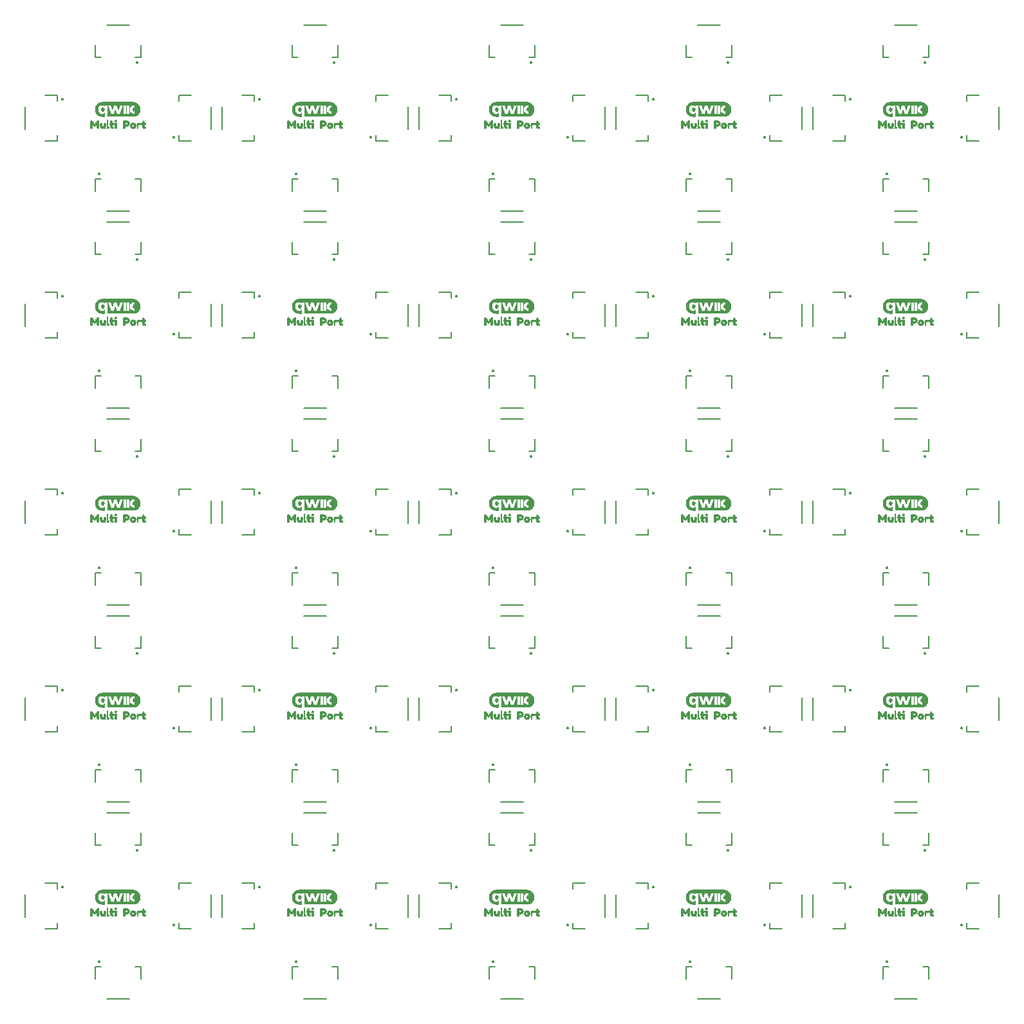
<source format=gto>
G04 EAGLE Gerber RS-274X export*
G75*
%MOMM*%
%FSLAX34Y34*%
%LPD*%
%INSilkscreen Top*%
%IPPOS*%
%AMOC8*
5,1,8,0,0,1.08239X$1,22.5*%
G01*
%ADD10C,0.203200*%
%ADD11R,0.160000X0.040000*%
%ADD12R,0.200000X0.040000*%
%ADD13R,0.040000X0.040000*%
%ADD14R,0.240000X0.040000*%
%ADD15R,0.280000X0.040000*%
%ADD16R,0.120000X0.040000*%
%ADD17R,0.320000X0.040000*%
%ADD18R,0.360000X0.040000*%
%ADD19R,0.400000X0.040000*%
%ADD20R,0.440000X0.040000*%
%ADD21R,0.480000X0.040000*%
%ADD22R,0.520000X0.040000*%
%ADD23R,0.600000X0.040000*%
%ADD24R,0.560000X0.040000*%
%ADD25R,1.160000X0.040000*%
%ADD26R,0.080000X0.040000*%
%ADD27R,0.760000X0.040000*%
%ADD28R,0.720000X0.040000*%
%ADD29R,0.680000X0.040000*%
%ADD30R,0.800000X0.040000*%
%ADD31R,0.640000X0.040000*%

G36*
X627519Y646929D02*
X627519Y646929D01*
X627541Y646933D01*
X627548Y646948D01*
X627557Y646954D01*
X627556Y646964D01*
X627563Y646980D01*
X627563Y652420D01*
X627559Y652426D01*
X627544Y652464D01*
X627534Y652474D01*
X627527Y652476D01*
X627526Y652477D01*
X627523Y652477D01*
X627506Y652481D01*
X627478Y652492D01*
X627473Y652488D01*
X627468Y652489D01*
X627461Y652480D01*
X627436Y652462D01*
X627366Y652342D01*
X627307Y652244D01*
X627212Y652110D01*
X627027Y651916D01*
X626800Y651728D01*
X626613Y651580D01*
X626398Y651444D01*
X626102Y651276D01*
X625828Y651159D01*
X625463Y651040D01*
X625178Y650972D01*
X624862Y650922D01*
X624506Y650883D01*
X624211Y650883D01*
X623914Y650893D01*
X623558Y650922D01*
X622954Y651021D01*
X622338Y651210D01*
X622332Y651208D01*
X622322Y651219D01*
X622025Y651328D01*
X621711Y651485D01*
X621365Y651702D01*
X621068Y651900D01*
X620773Y652156D01*
X620506Y652432D01*
X620289Y652680D01*
X620112Y652916D01*
X619874Y653293D01*
X619754Y653501D01*
X619742Y653508D01*
X619737Y653514D01*
X619737Y653526D01*
X619607Y653815D01*
X619459Y654153D01*
X619350Y654467D01*
X619241Y654954D01*
X619142Y655392D01*
X619092Y655707D01*
X619053Y656352D01*
X619043Y656611D01*
X619053Y656938D01*
X619041Y656957D01*
X619049Y656970D01*
X619058Y656977D01*
X619057Y656985D01*
X619063Y656995D01*
X619122Y657683D01*
X619162Y657969D01*
X619231Y658287D01*
X619310Y658613D01*
X619439Y659018D01*
X619567Y659325D01*
X619736Y659682D01*
X619924Y660027D01*
X620071Y660243D01*
X620299Y660540D01*
X620614Y660895D01*
X621138Y661320D01*
X621414Y661517D01*
X621770Y661715D01*
X621773Y661721D01*
X621777Y661719D01*
X621780Y661723D01*
X621786Y661723D01*
X622095Y661862D01*
X622439Y662000D01*
X622843Y662099D01*
X623338Y662188D01*
X623754Y662227D01*
X624221Y662247D01*
X624387Y662247D01*
X624694Y662218D01*
X624901Y662198D01*
X625196Y662139D01*
X625326Y662109D01*
X625561Y662050D01*
X625776Y661962D01*
X626063Y661843D01*
X626339Y661696D01*
X626594Y661538D01*
X626890Y661312D01*
X627137Y661085D01*
X627384Y660837D01*
X627463Y660748D01*
X627477Y660745D01*
X627484Y660733D01*
X627507Y660736D01*
X627529Y660730D01*
X627538Y660741D01*
X627551Y660743D01*
X627566Y660774D01*
X627572Y660782D01*
X627571Y660786D01*
X627573Y660790D01*
X627573Y662137D01*
X631167Y662137D01*
X631177Y647010D01*
X631189Y646991D01*
X631193Y646969D01*
X631208Y646962D01*
X631214Y646953D01*
X631224Y646954D01*
X631240Y646947D01*
X638410Y646947D01*
X638420Y646954D01*
X638424Y646954D01*
X638440Y646947D01*
X645881Y646957D01*
X645884Y646953D01*
X645894Y646954D01*
X645910Y646947D01*
X654790Y646947D01*
X654802Y646955D01*
X654804Y646953D01*
X654814Y646954D01*
X654830Y646947D01*
X664920Y646947D01*
X664921Y646948D01*
X664923Y646947D01*
X665823Y646997D01*
X665840Y647010D01*
X665846Y647008D01*
X667016Y647118D01*
X667021Y647121D01*
X667030Y647120D01*
X667209Y647180D01*
X667828Y647360D01*
X668528Y647570D01*
X668530Y647573D01*
X668535Y647572D01*
X669155Y647842D01*
X669156Y647844D01*
X669159Y647844D01*
X669729Y648144D01*
X669729Y648145D01*
X669730Y648145D01*
X670390Y648505D01*
X670392Y648509D01*
X670398Y648510D01*
X671018Y648980D01*
X671018Y648981D01*
X671020Y648982D01*
X671770Y649612D01*
X671771Y649615D01*
X671775Y649616D01*
X672205Y650056D01*
X672205Y650058D01*
X672208Y650060D01*
X672808Y650780D01*
X672809Y650789D01*
X672817Y650794D01*
X672816Y650804D01*
X672850Y650822D01*
X673070Y651112D01*
X673070Y651116D01*
X673074Y651119D01*
X673674Y652169D01*
X673674Y652170D01*
X673676Y652171D01*
X674066Y652921D01*
X674065Y652925D01*
X674069Y652929D01*
X674189Y653269D01*
X674189Y653270D01*
X674190Y653271D01*
X674370Y653851D01*
X674368Y653859D01*
X674370Y653861D01*
X674570Y654501D01*
X674569Y654505D01*
X674572Y654508D01*
X674662Y654978D01*
X674661Y654981D01*
X674662Y654984D01*
X674822Y656534D01*
X674820Y656538D01*
X674823Y656544D01*
X674763Y657414D01*
X674762Y657415D01*
X674762Y657417D01*
X674652Y658427D01*
X674652Y658428D01*
X674652Y658430D01*
X674602Y658750D01*
X674599Y658753D01*
X674600Y658758D01*
X674480Y659148D01*
X674441Y659296D01*
X674431Y659305D01*
X674431Y659308D01*
X674429Y659309D01*
X674428Y659315D01*
X674430Y659329D01*
X674150Y660209D01*
X674148Y660211D01*
X674148Y660214D01*
X673948Y660704D01*
X673946Y660706D01*
X673945Y660710D01*
X673555Y661430D01*
X673245Y661990D01*
X673241Y661992D01*
X673240Y661998D01*
X673000Y662318D01*
X672998Y662319D01*
X672997Y662321D01*
X672993Y662323D01*
X672989Y662339D01*
X672229Y663279D01*
X672227Y663280D01*
X672226Y663281D01*
X672226Y663283D01*
X671846Y663683D01*
X671842Y663684D01*
X671840Y663688D01*
X671440Y664018D01*
X671440Y664019D01*
X671000Y664379D01*
X670671Y664658D01*
X670666Y664658D01*
X670662Y664664D01*
X670232Y664924D01*
X670231Y664924D01*
X670230Y664925D01*
X669390Y665385D01*
X669389Y665385D01*
X669388Y665386D01*
X668738Y665716D01*
X668734Y665715D01*
X668729Y665720D01*
X668199Y665890D01*
X667269Y666180D01*
X667254Y666176D01*
X667252Y666177D01*
X667246Y666187D01*
X667238Y666186D01*
X667227Y666192D01*
X665087Y666442D01*
X665084Y666441D01*
X665080Y666443D01*
X660100Y666443D01*
X660087Y666435D01*
X660086Y666437D01*
X660076Y666436D01*
X660060Y666443D01*
X651609Y666433D01*
X651606Y666437D01*
X651594Y666435D01*
X651584Y666443D01*
X651571Y666438D01*
X651560Y666443D01*
X635550Y666443D01*
X635540Y666436D01*
X635536Y666436D01*
X635520Y666443D01*
X627520Y666443D01*
X627516Y666440D01*
X627510Y666443D01*
X624780Y666443D01*
X624778Y666441D01*
X624775Y666443D01*
X623135Y666313D01*
X623133Y666311D01*
X623130Y666312D01*
X622460Y666202D01*
X622457Y666199D01*
X622452Y666200D01*
X621202Y665830D01*
X621201Y665828D01*
X621198Y665829D01*
X620518Y665569D01*
X620515Y665566D01*
X620510Y665565D01*
X619900Y665235D01*
X619899Y665235D01*
X619240Y664865D01*
X619222Y664856D01*
X619211Y664838D01*
X619203Y664840D01*
X619198Y664834D01*
X619185Y664832D01*
X618835Y664592D01*
X618834Y664589D01*
X618830Y664589D01*
X618340Y664189D01*
X618340Y664188D01*
X618339Y664188D01*
X618059Y663948D01*
X618059Y663947D01*
X617819Y663737D01*
X617818Y663737D01*
X617638Y663577D01*
X617637Y663574D01*
X617633Y663572D01*
X617383Y663292D01*
X617383Y663291D01*
X617382Y663290D01*
X617032Y662870D01*
X616712Y662480D01*
X616711Y662479D01*
X616710Y662478D01*
X616490Y662188D01*
X616490Y662187D01*
X616489Y662186D01*
X616299Y661916D01*
X616299Y661914D01*
X616296Y661912D01*
X616116Y661602D01*
X616116Y661601D01*
X616115Y661600D01*
X615955Y661310D01*
X615955Y661309D01*
X615954Y661309D01*
X615554Y660529D01*
X615555Y660525D01*
X615551Y660521D01*
X615271Y659731D01*
X615271Y659729D01*
X615270Y659728D01*
X615204Y659502D01*
X615199Y659496D01*
X614929Y658496D01*
X614931Y658492D01*
X614928Y658486D01*
X614868Y657876D01*
X614798Y657196D01*
X614797Y657195D01*
X614767Y656795D01*
X614780Y656772D01*
X614781Y656767D01*
X614777Y656759D01*
X614787Y656329D01*
X614789Y656327D01*
X614788Y656324D01*
X614838Y655814D01*
X614838Y655813D01*
X614888Y655343D01*
X614928Y654954D01*
X614930Y654951D01*
X614929Y654947D01*
X614999Y654617D01*
X615000Y654616D01*
X614999Y654614D01*
X615179Y653954D01*
X615181Y653952D01*
X615180Y653950D01*
X615460Y653110D01*
X615462Y653109D01*
X615462Y653106D01*
X615682Y652566D01*
X615685Y652564D01*
X615685Y652560D01*
X615935Y652110D01*
X616205Y651610D01*
X616303Y651432D01*
X616298Y651422D01*
X616303Y651416D01*
X616301Y651408D01*
X616324Y651391D01*
X616326Y651388D01*
X616330Y651372D01*
X616690Y650892D01*
X616691Y650892D01*
X616692Y650890D01*
X617032Y650480D01*
X617652Y649740D01*
X617657Y649738D01*
X617660Y649731D01*
X618820Y648781D01*
X618822Y648781D01*
X618823Y648780D01*
X619053Y648610D01*
X619055Y648609D01*
X619057Y648606D01*
X619517Y648326D01*
X619519Y648326D01*
X619520Y648325D01*
X619930Y648105D01*
X619931Y648105D01*
X620270Y647925D01*
X620659Y647705D01*
X620681Y647707D01*
X620682Y647699D01*
X620694Y647696D01*
X620712Y647680D01*
X622712Y647090D01*
X622717Y647091D01*
X622724Y647088D01*
X624434Y646918D01*
X624436Y646919D01*
X624440Y646917D01*
X627500Y646917D01*
X627519Y646929D01*
G37*
G36*
X1145679Y646929D02*
X1145679Y646929D01*
X1145701Y646933D01*
X1145708Y646948D01*
X1145717Y646954D01*
X1145716Y646964D01*
X1145723Y646980D01*
X1145723Y652420D01*
X1145719Y652426D01*
X1145704Y652464D01*
X1145694Y652474D01*
X1145687Y652476D01*
X1145686Y652477D01*
X1145683Y652477D01*
X1145666Y652481D01*
X1145638Y652492D01*
X1145633Y652488D01*
X1145628Y652489D01*
X1145621Y652480D01*
X1145596Y652462D01*
X1145526Y652342D01*
X1145467Y652244D01*
X1145372Y652110D01*
X1145187Y651916D01*
X1144960Y651728D01*
X1144773Y651580D01*
X1144558Y651444D01*
X1144262Y651276D01*
X1143988Y651159D01*
X1143623Y651040D01*
X1143338Y650972D01*
X1143022Y650922D01*
X1142666Y650883D01*
X1142371Y650883D01*
X1142074Y650893D01*
X1141718Y650922D01*
X1141114Y651021D01*
X1140498Y651210D01*
X1140492Y651208D01*
X1140482Y651219D01*
X1140185Y651328D01*
X1139871Y651485D01*
X1139525Y651702D01*
X1139228Y651900D01*
X1138933Y652156D01*
X1138666Y652432D01*
X1138449Y652680D01*
X1138272Y652916D01*
X1138034Y653293D01*
X1137914Y653501D01*
X1137902Y653508D01*
X1137897Y653514D01*
X1137897Y653526D01*
X1137767Y653815D01*
X1137619Y654153D01*
X1137510Y654467D01*
X1137401Y654954D01*
X1137302Y655392D01*
X1137252Y655707D01*
X1137213Y656352D01*
X1137203Y656611D01*
X1137213Y656938D01*
X1137201Y656957D01*
X1137209Y656970D01*
X1137218Y656977D01*
X1137217Y656985D01*
X1137223Y656995D01*
X1137282Y657683D01*
X1137322Y657969D01*
X1137391Y658287D01*
X1137470Y658613D01*
X1137599Y659018D01*
X1137727Y659325D01*
X1137896Y659682D01*
X1138084Y660027D01*
X1138231Y660243D01*
X1138459Y660540D01*
X1138774Y660895D01*
X1139298Y661320D01*
X1139574Y661517D01*
X1139930Y661715D01*
X1139933Y661721D01*
X1139937Y661719D01*
X1139940Y661723D01*
X1139946Y661723D01*
X1140255Y661862D01*
X1140599Y662000D01*
X1141003Y662099D01*
X1141498Y662188D01*
X1141914Y662227D01*
X1142381Y662247D01*
X1142547Y662247D01*
X1142854Y662218D01*
X1143061Y662198D01*
X1143356Y662139D01*
X1143486Y662109D01*
X1143721Y662050D01*
X1143936Y661962D01*
X1144223Y661843D01*
X1144499Y661696D01*
X1144754Y661538D01*
X1145050Y661312D01*
X1145297Y661085D01*
X1145544Y660837D01*
X1145623Y660748D01*
X1145637Y660745D01*
X1145644Y660733D01*
X1145667Y660736D01*
X1145689Y660730D01*
X1145698Y660741D01*
X1145711Y660743D01*
X1145726Y660774D01*
X1145732Y660782D01*
X1145731Y660786D01*
X1145733Y660790D01*
X1145733Y662137D01*
X1149327Y662137D01*
X1149337Y647010D01*
X1149349Y646991D01*
X1149353Y646969D01*
X1149368Y646962D01*
X1149374Y646953D01*
X1149384Y646954D01*
X1149400Y646947D01*
X1156570Y646947D01*
X1156580Y646954D01*
X1156584Y646954D01*
X1156600Y646947D01*
X1164041Y646957D01*
X1164044Y646953D01*
X1164054Y646954D01*
X1164070Y646947D01*
X1172950Y646947D01*
X1172962Y646955D01*
X1172964Y646953D01*
X1172974Y646954D01*
X1172990Y646947D01*
X1183080Y646947D01*
X1183081Y646948D01*
X1183083Y646947D01*
X1183983Y646997D01*
X1184000Y647010D01*
X1184006Y647008D01*
X1185176Y647118D01*
X1185181Y647121D01*
X1185190Y647120D01*
X1185369Y647180D01*
X1185988Y647360D01*
X1186688Y647570D01*
X1186690Y647573D01*
X1186695Y647572D01*
X1187315Y647842D01*
X1187316Y647844D01*
X1187319Y647844D01*
X1187889Y648144D01*
X1187889Y648145D01*
X1187890Y648145D01*
X1188550Y648505D01*
X1188552Y648509D01*
X1188558Y648510D01*
X1189178Y648980D01*
X1189178Y648981D01*
X1189180Y648982D01*
X1189930Y649612D01*
X1189931Y649615D01*
X1189935Y649616D01*
X1190365Y650056D01*
X1190365Y650058D01*
X1190368Y650060D01*
X1190968Y650780D01*
X1190969Y650789D01*
X1190977Y650794D01*
X1190976Y650804D01*
X1191010Y650822D01*
X1191230Y651112D01*
X1191230Y651116D01*
X1191234Y651119D01*
X1191834Y652169D01*
X1191834Y652170D01*
X1191836Y652171D01*
X1192226Y652921D01*
X1192225Y652925D01*
X1192229Y652929D01*
X1192349Y653269D01*
X1192349Y653270D01*
X1192350Y653271D01*
X1192530Y653851D01*
X1192528Y653859D01*
X1192530Y653861D01*
X1192730Y654501D01*
X1192729Y654505D01*
X1192732Y654508D01*
X1192822Y654978D01*
X1192821Y654981D01*
X1192822Y654984D01*
X1192982Y656534D01*
X1192980Y656538D01*
X1192983Y656544D01*
X1192923Y657414D01*
X1192922Y657415D01*
X1192922Y657417D01*
X1192812Y658427D01*
X1192812Y658428D01*
X1192812Y658430D01*
X1192762Y658750D01*
X1192759Y658753D01*
X1192760Y658758D01*
X1192640Y659148D01*
X1192601Y659296D01*
X1192591Y659305D01*
X1192591Y659308D01*
X1192589Y659309D01*
X1192588Y659315D01*
X1192590Y659329D01*
X1192310Y660209D01*
X1192308Y660211D01*
X1192308Y660214D01*
X1192108Y660704D01*
X1192106Y660706D01*
X1192105Y660710D01*
X1191715Y661430D01*
X1191405Y661990D01*
X1191401Y661992D01*
X1191400Y661998D01*
X1191160Y662318D01*
X1191158Y662319D01*
X1191157Y662321D01*
X1191153Y662323D01*
X1191149Y662339D01*
X1190389Y663279D01*
X1190387Y663280D01*
X1190386Y663281D01*
X1190386Y663283D01*
X1190006Y663683D01*
X1190002Y663684D01*
X1190000Y663688D01*
X1189600Y664018D01*
X1189600Y664019D01*
X1189160Y664379D01*
X1188831Y664658D01*
X1188826Y664658D01*
X1188822Y664664D01*
X1188392Y664924D01*
X1188391Y664924D01*
X1188390Y664925D01*
X1187550Y665385D01*
X1187549Y665385D01*
X1187548Y665386D01*
X1186898Y665716D01*
X1186894Y665715D01*
X1186889Y665720D01*
X1186359Y665890D01*
X1185429Y666180D01*
X1185414Y666176D01*
X1185412Y666177D01*
X1185406Y666187D01*
X1185398Y666186D01*
X1185387Y666192D01*
X1183247Y666442D01*
X1183244Y666441D01*
X1183240Y666443D01*
X1178260Y666443D01*
X1178247Y666435D01*
X1178246Y666437D01*
X1178236Y666436D01*
X1178220Y666443D01*
X1169769Y666433D01*
X1169766Y666437D01*
X1169754Y666435D01*
X1169744Y666443D01*
X1169731Y666438D01*
X1169720Y666443D01*
X1153710Y666443D01*
X1153700Y666436D01*
X1153696Y666436D01*
X1153680Y666443D01*
X1145680Y666443D01*
X1145676Y666440D01*
X1145670Y666443D01*
X1142940Y666443D01*
X1142938Y666441D01*
X1142935Y666443D01*
X1141295Y666313D01*
X1141293Y666311D01*
X1141290Y666312D01*
X1140620Y666202D01*
X1140617Y666199D01*
X1140612Y666200D01*
X1139362Y665830D01*
X1139361Y665828D01*
X1139358Y665829D01*
X1138678Y665569D01*
X1138675Y665566D01*
X1138670Y665565D01*
X1138060Y665235D01*
X1138059Y665235D01*
X1137400Y664865D01*
X1137382Y664856D01*
X1137371Y664838D01*
X1137363Y664840D01*
X1137358Y664834D01*
X1137345Y664832D01*
X1136995Y664592D01*
X1136994Y664589D01*
X1136990Y664589D01*
X1136500Y664189D01*
X1136500Y664188D01*
X1136499Y664188D01*
X1136219Y663948D01*
X1136219Y663947D01*
X1135979Y663737D01*
X1135978Y663737D01*
X1135798Y663577D01*
X1135797Y663574D01*
X1135793Y663572D01*
X1135543Y663292D01*
X1135543Y663291D01*
X1135542Y663290D01*
X1135192Y662870D01*
X1134872Y662480D01*
X1134871Y662479D01*
X1134870Y662478D01*
X1134650Y662188D01*
X1134650Y662187D01*
X1134649Y662186D01*
X1134459Y661916D01*
X1134459Y661914D01*
X1134456Y661912D01*
X1134276Y661602D01*
X1134276Y661601D01*
X1134275Y661600D01*
X1134115Y661310D01*
X1134115Y661309D01*
X1134114Y661309D01*
X1133714Y660529D01*
X1133715Y660525D01*
X1133711Y660521D01*
X1133431Y659731D01*
X1133431Y659729D01*
X1133430Y659728D01*
X1133364Y659502D01*
X1133359Y659496D01*
X1133089Y658496D01*
X1133091Y658492D01*
X1133088Y658486D01*
X1133028Y657876D01*
X1132958Y657196D01*
X1132957Y657195D01*
X1132927Y656795D01*
X1132940Y656772D01*
X1132941Y656767D01*
X1132937Y656759D01*
X1132947Y656329D01*
X1132949Y656327D01*
X1132948Y656324D01*
X1132998Y655814D01*
X1132998Y655813D01*
X1133048Y655343D01*
X1133088Y654954D01*
X1133090Y654951D01*
X1133089Y654947D01*
X1133159Y654617D01*
X1133160Y654616D01*
X1133159Y654614D01*
X1133339Y653954D01*
X1133341Y653952D01*
X1133340Y653950D01*
X1133620Y653110D01*
X1133622Y653109D01*
X1133622Y653106D01*
X1133842Y652566D01*
X1133845Y652564D01*
X1133845Y652560D01*
X1134095Y652110D01*
X1134365Y651610D01*
X1134463Y651432D01*
X1134458Y651422D01*
X1134463Y651416D01*
X1134461Y651408D01*
X1134484Y651391D01*
X1134486Y651388D01*
X1134490Y651372D01*
X1134850Y650892D01*
X1134851Y650892D01*
X1134852Y650890D01*
X1135192Y650480D01*
X1135812Y649740D01*
X1135817Y649738D01*
X1135820Y649731D01*
X1136980Y648781D01*
X1136982Y648781D01*
X1136983Y648780D01*
X1137213Y648610D01*
X1137215Y648609D01*
X1137217Y648606D01*
X1137677Y648326D01*
X1137679Y648326D01*
X1137680Y648325D01*
X1138090Y648105D01*
X1138091Y648105D01*
X1138430Y647925D01*
X1138819Y647705D01*
X1138841Y647707D01*
X1138842Y647699D01*
X1138854Y647696D01*
X1138872Y647680D01*
X1140872Y647090D01*
X1140877Y647091D01*
X1140884Y647088D01*
X1142594Y646918D01*
X1142596Y646919D01*
X1142600Y646917D01*
X1145660Y646917D01*
X1145679Y646929D01*
G37*
G36*
X368439Y646929D02*
X368439Y646929D01*
X368461Y646933D01*
X368468Y646948D01*
X368477Y646954D01*
X368476Y646964D01*
X368483Y646980D01*
X368483Y652420D01*
X368479Y652426D01*
X368464Y652464D01*
X368454Y652474D01*
X368447Y652476D01*
X368446Y652477D01*
X368443Y652477D01*
X368426Y652481D01*
X368398Y652492D01*
X368393Y652488D01*
X368388Y652489D01*
X368381Y652480D01*
X368356Y652462D01*
X368286Y652342D01*
X368227Y652244D01*
X368132Y652110D01*
X367947Y651916D01*
X367720Y651728D01*
X367533Y651580D01*
X367318Y651444D01*
X367022Y651276D01*
X366748Y651159D01*
X366383Y651040D01*
X366098Y650972D01*
X365782Y650922D01*
X365426Y650883D01*
X365131Y650883D01*
X364834Y650893D01*
X364478Y650922D01*
X363874Y651021D01*
X363258Y651210D01*
X363252Y651208D01*
X363242Y651219D01*
X362945Y651328D01*
X362631Y651485D01*
X362285Y651702D01*
X361988Y651900D01*
X361693Y652156D01*
X361426Y652432D01*
X361209Y652680D01*
X361032Y652916D01*
X360794Y653293D01*
X360674Y653501D01*
X360662Y653508D01*
X360657Y653514D01*
X360657Y653526D01*
X360527Y653815D01*
X360379Y654153D01*
X360270Y654467D01*
X360161Y654954D01*
X360062Y655392D01*
X360012Y655707D01*
X359973Y656352D01*
X359963Y656611D01*
X359973Y656938D01*
X359961Y656957D01*
X359969Y656970D01*
X359978Y656977D01*
X359977Y656985D01*
X359983Y656995D01*
X360042Y657683D01*
X360082Y657969D01*
X360151Y658287D01*
X360230Y658613D01*
X360359Y659018D01*
X360487Y659325D01*
X360656Y659682D01*
X360844Y660027D01*
X360991Y660243D01*
X361219Y660540D01*
X361534Y660895D01*
X362058Y661320D01*
X362334Y661517D01*
X362690Y661715D01*
X362693Y661721D01*
X362697Y661719D01*
X362700Y661723D01*
X362706Y661723D01*
X363015Y661862D01*
X363359Y662000D01*
X363763Y662099D01*
X364258Y662188D01*
X364674Y662227D01*
X365141Y662247D01*
X365307Y662247D01*
X365614Y662218D01*
X365821Y662198D01*
X366116Y662139D01*
X366246Y662109D01*
X366481Y662050D01*
X366696Y661962D01*
X366983Y661843D01*
X367259Y661696D01*
X367514Y661538D01*
X367810Y661312D01*
X368057Y661085D01*
X368304Y660837D01*
X368383Y660748D01*
X368397Y660745D01*
X368404Y660733D01*
X368427Y660736D01*
X368449Y660730D01*
X368458Y660741D01*
X368471Y660743D01*
X368486Y660774D01*
X368492Y660782D01*
X368491Y660786D01*
X368493Y660790D01*
X368493Y662137D01*
X372087Y662137D01*
X372097Y647010D01*
X372109Y646991D01*
X372113Y646969D01*
X372128Y646962D01*
X372134Y646953D01*
X372144Y646954D01*
X372160Y646947D01*
X379330Y646947D01*
X379340Y646954D01*
X379344Y646954D01*
X379360Y646947D01*
X386801Y646957D01*
X386804Y646953D01*
X386814Y646954D01*
X386830Y646947D01*
X395710Y646947D01*
X395722Y646955D01*
X395724Y646953D01*
X395734Y646954D01*
X395750Y646947D01*
X405840Y646947D01*
X405841Y646948D01*
X405843Y646947D01*
X406743Y646997D01*
X406760Y647010D01*
X406766Y647008D01*
X407936Y647118D01*
X407941Y647121D01*
X407950Y647120D01*
X408129Y647180D01*
X408748Y647360D01*
X409448Y647570D01*
X409450Y647573D01*
X409455Y647572D01*
X410075Y647842D01*
X410076Y647844D01*
X410079Y647844D01*
X410649Y648144D01*
X410649Y648145D01*
X410650Y648145D01*
X411310Y648505D01*
X411312Y648509D01*
X411318Y648510D01*
X411938Y648980D01*
X411938Y648981D01*
X411940Y648982D01*
X412690Y649612D01*
X412691Y649615D01*
X412695Y649616D01*
X413125Y650056D01*
X413125Y650058D01*
X413128Y650060D01*
X413728Y650780D01*
X413729Y650789D01*
X413737Y650794D01*
X413736Y650804D01*
X413770Y650822D01*
X413990Y651112D01*
X413990Y651116D01*
X413994Y651119D01*
X414594Y652169D01*
X414594Y652170D01*
X414596Y652171D01*
X414986Y652921D01*
X414985Y652925D01*
X414989Y652929D01*
X415109Y653269D01*
X415109Y653270D01*
X415110Y653271D01*
X415290Y653851D01*
X415288Y653859D01*
X415290Y653861D01*
X415490Y654501D01*
X415489Y654505D01*
X415492Y654508D01*
X415582Y654978D01*
X415581Y654981D01*
X415582Y654984D01*
X415742Y656534D01*
X415740Y656538D01*
X415743Y656544D01*
X415683Y657414D01*
X415682Y657415D01*
X415682Y657417D01*
X415572Y658427D01*
X415572Y658428D01*
X415572Y658430D01*
X415522Y658750D01*
X415519Y658753D01*
X415520Y658758D01*
X415400Y659148D01*
X415361Y659296D01*
X415351Y659305D01*
X415351Y659308D01*
X415349Y659309D01*
X415348Y659315D01*
X415350Y659329D01*
X415070Y660209D01*
X415068Y660211D01*
X415068Y660214D01*
X414868Y660704D01*
X414866Y660706D01*
X414865Y660710D01*
X414475Y661430D01*
X414165Y661990D01*
X414161Y661992D01*
X414160Y661998D01*
X413920Y662318D01*
X413918Y662319D01*
X413917Y662321D01*
X413913Y662323D01*
X413909Y662339D01*
X413149Y663279D01*
X413147Y663280D01*
X413146Y663281D01*
X413146Y663283D01*
X412766Y663683D01*
X412762Y663684D01*
X412760Y663688D01*
X412360Y664018D01*
X412360Y664019D01*
X411920Y664379D01*
X411591Y664658D01*
X411586Y664658D01*
X411582Y664664D01*
X411152Y664924D01*
X411151Y664924D01*
X411150Y664925D01*
X410310Y665385D01*
X410309Y665385D01*
X410308Y665386D01*
X409658Y665716D01*
X409654Y665715D01*
X409649Y665720D01*
X409119Y665890D01*
X408189Y666180D01*
X408174Y666176D01*
X408172Y666177D01*
X408166Y666187D01*
X408158Y666186D01*
X408147Y666192D01*
X406007Y666442D01*
X406004Y666441D01*
X406000Y666443D01*
X401020Y666443D01*
X401007Y666435D01*
X401006Y666437D01*
X400996Y666436D01*
X400980Y666443D01*
X392529Y666433D01*
X392526Y666437D01*
X392514Y666435D01*
X392504Y666443D01*
X392491Y666438D01*
X392480Y666443D01*
X376470Y666443D01*
X376460Y666436D01*
X376456Y666436D01*
X376440Y666443D01*
X368440Y666443D01*
X368436Y666440D01*
X368430Y666443D01*
X365700Y666443D01*
X365698Y666441D01*
X365695Y666443D01*
X364055Y666313D01*
X364053Y666311D01*
X364050Y666312D01*
X363380Y666202D01*
X363377Y666199D01*
X363372Y666200D01*
X362122Y665830D01*
X362121Y665828D01*
X362118Y665829D01*
X361438Y665569D01*
X361435Y665566D01*
X361430Y665565D01*
X360820Y665235D01*
X360819Y665235D01*
X360160Y664865D01*
X360142Y664856D01*
X360131Y664838D01*
X360123Y664840D01*
X360118Y664834D01*
X360105Y664832D01*
X359755Y664592D01*
X359754Y664589D01*
X359750Y664589D01*
X359260Y664189D01*
X359260Y664188D01*
X359259Y664188D01*
X358979Y663948D01*
X358979Y663947D01*
X358739Y663737D01*
X358738Y663737D01*
X358558Y663577D01*
X358557Y663574D01*
X358553Y663572D01*
X358303Y663292D01*
X358303Y663291D01*
X358302Y663290D01*
X357952Y662870D01*
X357632Y662480D01*
X357631Y662479D01*
X357630Y662478D01*
X357410Y662188D01*
X357410Y662187D01*
X357409Y662186D01*
X357219Y661916D01*
X357219Y661914D01*
X357216Y661912D01*
X357036Y661602D01*
X357036Y661601D01*
X357035Y661600D01*
X356875Y661310D01*
X356875Y661309D01*
X356874Y661309D01*
X356474Y660529D01*
X356475Y660525D01*
X356471Y660521D01*
X356191Y659731D01*
X356191Y659729D01*
X356190Y659728D01*
X356124Y659502D01*
X356119Y659496D01*
X355849Y658496D01*
X355851Y658492D01*
X355848Y658486D01*
X355788Y657876D01*
X355718Y657196D01*
X355717Y657195D01*
X355687Y656795D01*
X355700Y656772D01*
X355701Y656767D01*
X355697Y656759D01*
X355707Y656329D01*
X355709Y656327D01*
X355708Y656324D01*
X355758Y655814D01*
X355758Y655813D01*
X355808Y655343D01*
X355848Y654954D01*
X355850Y654951D01*
X355849Y654947D01*
X355919Y654617D01*
X355920Y654616D01*
X355919Y654614D01*
X356099Y653954D01*
X356101Y653952D01*
X356100Y653950D01*
X356380Y653110D01*
X356382Y653109D01*
X356382Y653106D01*
X356602Y652566D01*
X356605Y652564D01*
X356605Y652560D01*
X356855Y652110D01*
X357125Y651610D01*
X357223Y651432D01*
X357218Y651422D01*
X357223Y651416D01*
X357221Y651408D01*
X357244Y651391D01*
X357246Y651388D01*
X357250Y651372D01*
X357610Y650892D01*
X357611Y650892D01*
X357612Y650890D01*
X357952Y650480D01*
X358572Y649740D01*
X358577Y649738D01*
X358580Y649731D01*
X359740Y648781D01*
X359742Y648781D01*
X359743Y648780D01*
X359973Y648610D01*
X359975Y648609D01*
X359977Y648606D01*
X360437Y648326D01*
X360439Y648326D01*
X360440Y648325D01*
X360850Y648105D01*
X360851Y648105D01*
X361190Y647925D01*
X361579Y647705D01*
X361601Y647707D01*
X361602Y647699D01*
X361614Y647696D01*
X361632Y647680D01*
X363632Y647090D01*
X363637Y647091D01*
X363644Y647088D01*
X365354Y646918D01*
X365356Y646919D01*
X365360Y646917D01*
X368420Y646917D01*
X368439Y646929D01*
G37*
G36*
X886599Y646929D02*
X886599Y646929D01*
X886621Y646933D01*
X886628Y646948D01*
X886637Y646954D01*
X886636Y646964D01*
X886643Y646980D01*
X886643Y652420D01*
X886639Y652426D01*
X886624Y652464D01*
X886614Y652474D01*
X886607Y652476D01*
X886606Y652477D01*
X886603Y652477D01*
X886586Y652481D01*
X886558Y652492D01*
X886553Y652488D01*
X886548Y652489D01*
X886541Y652480D01*
X886516Y652462D01*
X886446Y652342D01*
X886387Y652244D01*
X886292Y652110D01*
X886107Y651916D01*
X885880Y651728D01*
X885693Y651580D01*
X885478Y651444D01*
X885182Y651276D01*
X884908Y651159D01*
X884543Y651040D01*
X884258Y650972D01*
X883942Y650922D01*
X883586Y650883D01*
X883291Y650883D01*
X882994Y650893D01*
X882638Y650922D01*
X882034Y651021D01*
X881418Y651210D01*
X881412Y651208D01*
X881402Y651219D01*
X881105Y651328D01*
X880791Y651485D01*
X880445Y651702D01*
X880148Y651900D01*
X879853Y652156D01*
X879586Y652432D01*
X879369Y652680D01*
X879192Y652916D01*
X878954Y653293D01*
X878834Y653501D01*
X878822Y653508D01*
X878817Y653514D01*
X878817Y653526D01*
X878687Y653815D01*
X878539Y654153D01*
X878430Y654467D01*
X878321Y654954D01*
X878222Y655392D01*
X878172Y655707D01*
X878133Y656352D01*
X878123Y656611D01*
X878133Y656938D01*
X878121Y656957D01*
X878129Y656970D01*
X878138Y656977D01*
X878137Y656985D01*
X878143Y656995D01*
X878202Y657683D01*
X878242Y657969D01*
X878311Y658287D01*
X878390Y658613D01*
X878519Y659018D01*
X878647Y659325D01*
X878816Y659682D01*
X879004Y660027D01*
X879151Y660243D01*
X879379Y660540D01*
X879694Y660895D01*
X880218Y661320D01*
X880494Y661517D01*
X880850Y661715D01*
X880853Y661721D01*
X880857Y661719D01*
X880860Y661723D01*
X880866Y661723D01*
X881175Y661862D01*
X881519Y662000D01*
X881923Y662099D01*
X882418Y662188D01*
X882834Y662227D01*
X883301Y662247D01*
X883467Y662247D01*
X883774Y662218D01*
X883981Y662198D01*
X884276Y662139D01*
X884406Y662109D01*
X884641Y662050D01*
X884856Y661962D01*
X885143Y661843D01*
X885419Y661696D01*
X885674Y661538D01*
X885970Y661312D01*
X886217Y661085D01*
X886464Y660837D01*
X886543Y660748D01*
X886557Y660745D01*
X886564Y660733D01*
X886587Y660736D01*
X886609Y660730D01*
X886618Y660741D01*
X886631Y660743D01*
X886646Y660774D01*
X886652Y660782D01*
X886651Y660786D01*
X886653Y660790D01*
X886653Y662137D01*
X890247Y662137D01*
X890257Y647010D01*
X890269Y646991D01*
X890273Y646969D01*
X890288Y646962D01*
X890294Y646953D01*
X890304Y646954D01*
X890320Y646947D01*
X897490Y646947D01*
X897500Y646954D01*
X897504Y646954D01*
X897520Y646947D01*
X904961Y646957D01*
X904964Y646953D01*
X904974Y646954D01*
X904990Y646947D01*
X913870Y646947D01*
X913882Y646955D01*
X913884Y646953D01*
X913894Y646954D01*
X913910Y646947D01*
X924000Y646947D01*
X924001Y646948D01*
X924003Y646947D01*
X924903Y646997D01*
X924920Y647010D01*
X924926Y647008D01*
X926096Y647118D01*
X926101Y647121D01*
X926110Y647120D01*
X926289Y647180D01*
X926908Y647360D01*
X927608Y647570D01*
X927610Y647573D01*
X927615Y647572D01*
X928235Y647842D01*
X928236Y647844D01*
X928239Y647844D01*
X928809Y648144D01*
X928809Y648145D01*
X928810Y648145D01*
X929470Y648505D01*
X929472Y648509D01*
X929478Y648510D01*
X930098Y648980D01*
X930098Y648981D01*
X930100Y648982D01*
X930850Y649612D01*
X930851Y649615D01*
X930855Y649616D01*
X931285Y650056D01*
X931285Y650058D01*
X931288Y650060D01*
X931888Y650780D01*
X931889Y650789D01*
X931897Y650794D01*
X931896Y650804D01*
X931930Y650822D01*
X932150Y651112D01*
X932150Y651116D01*
X932154Y651119D01*
X932754Y652169D01*
X932754Y652170D01*
X932756Y652171D01*
X933146Y652921D01*
X933145Y652925D01*
X933149Y652929D01*
X933269Y653269D01*
X933269Y653270D01*
X933270Y653271D01*
X933450Y653851D01*
X933448Y653859D01*
X933450Y653861D01*
X933650Y654501D01*
X933649Y654505D01*
X933652Y654508D01*
X933742Y654978D01*
X933741Y654981D01*
X933742Y654984D01*
X933902Y656534D01*
X933900Y656538D01*
X933903Y656544D01*
X933843Y657414D01*
X933842Y657415D01*
X933842Y657417D01*
X933732Y658427D01*
X933732Y658428D01*
X933732Y658430D01*
X933682Y658750D01*
X933679Y658753D01*
X933680Y658758D01*
X933560Y659148D01*
X933521Y659296D01*
X933511Y659305D01*
X933511Y659308D01*
X933509Y659309D01*
X933508Y659315D01*
X933510Y659329D01*
X933230Y660209D01*
X933228Y660211D01*
X933228Y660214D01*
X933028Y660704D01*
X933026Y660706D01*
X933025Y660710D01*
X932635Y661430D01*
X932325Y661990D01*
X932321Y661992D01*
X932320Y661998D01*
X932080Y662318D01*
X932078Y662319D01*
X932077Y662321D01*
X932073Y662323D01*
X932069Y662339D01*
X931309Y663279D01*
X931307Y663280D01*
X931306Y663281D01*
X931306Y663283D01*
X930926Y663683D01*
X930922Y663684D01*
X930920Y663688D01*
X930520Y664018D01*
X930520Y664019D01*
X930080Y664379D01*
X929751Y664658D01*
X929746Y664658D01*
X929742Y664664D01*
X929312Y664924D01*
X929311Y664924D01*
X929310Y664925D01*
X928470Y665385D01*
X928469Y665385D01*
X928468Y665386D01*
X927818Y665716D01*
X927814Y665715D01*
X927809Y665720D01*
X927279Y665890D01*
X926349Y666180D01*
X926334Y666176D01*
X926332Y666177D01*
X926326Y666187D01*
X926318Y666186D01*
X926307Y666192D01*
X924167Y666442D01*
X924164Y666441D01*
X924160Y666443D01*
X919180Y666443D01*
X919167Y666435D01*
X919166Y666437D01*
X919156Y666436D01*
X919140Y666443D01*
X910689Y666433D01*
X910686Y666437D01*
X910674Y666435D01*
X910664Y666443D01*
X910651Y666438D01*
X910640Y666443D01*
X894630Y666443D01*
X894620Y666436D01*
X894616Y666436D01*
X894600Y666443D01*
X886600Y666443D01*
X886596Y666440D01*
X886590Y666443D01*
X883860Y666443D01*
X883858Y666441D01*
X883855Y666443D01*
X882215Y666313D01*
X882213Y666311D01*
X882210Y666312D01*
X881540Y666202D01*
X881537Y666199D01*
X881532Y666200D01*
X880282Y665830D01*
X880281Y665828D01*
X880278Y665829D01*
X879598Y665569D01*
X879595Y665566D01*
X879590Y665565D01*
X878980Y665235D01*
X878979Y665235D01*
X878320Y664865D01*
X878302Y664856D01*
X878291Y664838D01*
X878283Y664840D01*
X878278Y664834D01*
X878265Y664832D01*
X877915Y664592D01*
X877914Y664589D01*
X877910Y664589D01*
X877420Y664189D01*
X877420Y664188D01*
X877419Y664188D01*
X877139Y663948D01*
X877139Y663947D01*
X876899Y663737D01*
X876898Y663737D01*
X876718Y663577D01*
X876717Y663574D01*
X876713Y663572D01*
X876463Y663292D01*
X876463Y663291D01*
X876462Y663290D01*
X876112Y662870D01*
X875792Y662480D01*
X875791Y662479D01*
X875790Y662478D01*
X875570Y662188D01*
X875570Y662187D01*
X875569Y662186D01*
X875379Y661916D01*
X875379Y661914D01*
X875376Y661912D01*
X875196Y661602D01*
X875196Y661601D01*
X875195Y661600D01*
X875035Y661310D01*
X875035Y661309D01*
X875034Y661309D01*
X874634Y660529D01*
X874635Y660525D01*
X874631Y660521D01*
X874351Y659731D01*
X874351Y659729D01*
X874350Y659728D01*
X874284Y659502D01*
X874279Y659496D01*
X874009Y658496D01*
X874011Y658492D01*
X874008Y658486D01*
X873948Y657876D01*
X873878Y657196D01*
X873877Y657195D01*
X873847Y656795D01*
X873860Y656772D01*
X873861Y656767D01*
X873857Y656759D01*
X873867Y656329D01*
X873869Y656327D01*
X873868Y656324D01*
X873918Y655814D01*
X873918Y655813D01*
X873968Y655343D01*
X874008Y654954D01*
X874010Y654951D01*
X874009Y654947D01*
X874079Y654617D01*
X874080Y654616D01*
X874079Y654614D01*
X874259Y653954D01*
X874261Y653952D01*
X874260Y653950D01*
X874540Y653110D01*
X874542Y653109D01*
X874542Y653106D01*
X874762Y652566D01*
X874765Y652564D01*
X874765Y652560D01*
X875015Y652110D01*
X875285Y651610D01*
X875383Y651432D01*
X875378Y651422D01*
X875383Y651416D01*
X875381Y651408D01*
X875404Y651391D01*
X875406Y651388D01*
X875410Y651372D01*
X875770Y650892D01*
X875771Y650892D01*
X875772Y650890D01*
X876112Y650480D01*
X876732Y649740D01*
X876737Y649738D01*
X876740Y649731D01*
X877900Y648781D01*
X877902Y648781D01*
X877903Y648780D01*
X878133Y648610D01*
X878135Y648609D01*
X878137Y648606D01*
X878597Y648326D01*
X878599Y648326D01*
X878600Y648325D01*
X879010Y648105D01*
X879011Y648105D01*
X879350Y647925D01*
X879739Y647705D01*
X879761Y647707D01*
X879762Y647699D01*
X879774Y647696D01*
X879792Y647680D01*
X881792Y647090D01*
X881797Y647091D01*
X881804Y647088D01*
X883514Y646918D01*
X883516Y646919D01*
X883520Y646917D01*
X886580Y646917D01*
X886599Y646929D01*
G37*
G36*
X1145679Y128769D02*
X1145679Y128769D01*
X1145701Y128773D01*
X1145708Y128788D01*
X1145717Y128794D01*
X1145716Y128804D01*
X1145723Y128820D01*
X1145723Y134260D01*
X1145719Y134266D01*
X1145704Y134304D01*
X1145694Y134314D01*
X1145687Y134316D01*
X1145686Y134317D01*
X1145683Y134317D01*
X1145666Y134321D01*
X1145638Y134332D01*
X1145633Y134328D01*
X1145628Y134329D01*
X1145621Y134320D01*
X1145596Y134302D01*
X1145526Y134182D01*
X1145467Y134084D01*
X1145372Y133950D01*
X1145187Y133756D01*
X1144960Y133568D01*
X1144773Y133420D01*
X1144558Y133284D01*
X1144262Y133116D01*
X1143988Y132999D01*
X1143623Y132880D01*
X1143338Y132812D01*
X1143022Y132762D01*
X1142666Y132723D01*
X1142371Y132723D01*
X1142074Y132733D01*
X1141718Y132762D01*
X1141114Y132861D01*
X1140498Y133050D01*
X1140492Y133048D01*
X1140482Y133059D01*
X1140185Y133168D01*
X1139871Y133325D01*
X1139525Y133542D01*
X1139228Y133740D01*
X1138933Y133996D01*
X1138666Y134272D01*
X1138449Y134520D01*
X1138272Y134756D01*
X1138034Y135133D01*
X1137914Y135341D01*
X1137902Y135348D01*
X1137897Y135354D01*
X1137897Y135366D01*
X1137767Y135655D01*
X1137619Y135993D01*
X1137510Y136307D01*
X1137401Y136794D01*
X1137302Y137232D01*
X1137252Y137547D01*
X1137213Y138192D01*
X1137203Y138451D01*
X1137213Y138778D01*
X1137201Y138797D01*
X1137209Y138810D01*
X1137218Y138817D01*
X1137217Y138825D01*
X1137223Y138835D01*
X1137282Y139523D01*
X1137322Y139809D01*
X1137391Y140127D01*
X1137470Y140453D01*
X1137599Y140858D01*
X1137727Y141165D01*
X1137896Y141522D01*
X1138084Y141867D01*
X1138231Y142083D01*
X1138459Y142380D01*
X1138774Y142735D01*
X1139298Y143160D01*
X1139574Y143357D01*
X1139930Y143555D01*
X1139933Y143561D01*
X1139937Y143559D01*
X1139940Y143563D01*
X1139946Y143563D01*
X1140255Y143702D01*
X1140599Y143840D01*
X1141003Y143939D01*
X1141498Y144028D01*
X1141914Y144067D01*
X1142381Y144087D01*
X1142547Y144087D01*
X1142854Y144058D01*
X1143061Y144038D01*
X1143356Y143979D01*
X1143486Y143949D01*
X1143721Y143890D01*
X1143936Y143802D01*
X1144223Y143683D01*
X1144499Y143536D01*
X1144754Y143378D01*
X1145050Y143152D01*
X1145297Y142925D01*
X1145544Y142677D01*
X1145623Y142588D01*
X1145637Y142585D01*
X1145644Y142573D01*
X1145667Y142576D01*
X1145689Y142570D01*
X1145698Y142581D01*
X1145711Y142583D01*
X1145726Y142614D01*
X1145732Y142622D01*
X1145731Y142626D01*
X1145733Y142630D01*
X1145733Y143977D01*
X1149327Y143977D01*
X1149337Y128850D01*
X1149349Y128831D01*
X1149353Y128809D01*
X1149368Y128802D01*
X1149374Y128793D01*
X1149384Y128794D01*
X1149400Y128787D01*
X1156570Y128787D01*
X1156580Y128794D01*
X1156584Y128794D01*
X1156600Y128787D01*
X1164041Y128797D01*
X1164044Y128793D01*
X1164054Y128794D01*
X1164070Y128787D01*
X1172950Y128787D01*
X1172962Y128795D01*
X1172964Y128793D01*
X1172974Y128794D01*
X1172990Y128787D01*
X1183080Y128787D01*
X1183081Y128788D01*
X1183083Y128787D01*
X1183983Y128837D01*
X1184000Y128850D01*
X1184006Y128848D01*
X1185176Y128958D01*
X1185181Y128961D01*
X1185190Y128960D01*
X1185369Y129020D01*
X1185988Y129200D01*
X1186688Y129410D01*
X1186690Y129413D01*
X1186695Y129412D01*
X1187315Y129682D01*
X1187316Y129684D01*
X1187319Y129684D01*
X1187889Y129984D01*
X1187889Y129985D01*
X1187890Y129985D01*
X1188550Y130345D01*
X1188552Y130349D01*
X1188558Y130350D01*
X1189178Y130820D01*
X1189178Y130821D01*
X1189180Y130822D01*
X1189930Y131452D01*
X1189931Y131455D01*
X1189935Y131456D01*
X1190365Y131896D01*
X1190365Y131898D01*
X1190368Y131900D01*
X1190968Y132620D01*
X1190969Y132629D01*
X1190977Y132634D01*
X1190976Y132644D01*
X1191010Y132662D01*
X1191230Y132952D01*
X1191230Y132956D01*
X1191234Y132959D01*
X1191834Y134009D01*
X1191834Y134010D01*
X1191836Y134011D01*
X1192226Y134761D01*
X1192225Y134765D01*
X1192229Y134769D01*
X1192349Y135109D01*
X1192349Y135110D01*
X1192350Y135111D01*
X1192530Y135691D01*
X1192528Y135699D01*
X1192530Y135701D01*
X1192730Y136341D01*
X1192729Y136345D01*
X1192732Y136348D01*
X1192822Y136818D01*
X1192821Y136821D01*
X1192822Y136824D01*
X1192982Y138374D01*
X1192980Y138378D01*
X1192983Y138384D01*
X1192923Y139254D01*
X1192922Y139255D01*
X1192922Y139257D01*
X1192812Y140267D01*
X1192812Y140268D01*
X1192812Y140270D01*
X1192762Y140590D01*
X1192759Y140593D01*
X1192760Y140598D01*
X1192640Y140988D01*
X1192601Y141136D01*
X1192591Y141145D01*
X1192591Y141148D01*
X1192589Y141149D01*
X1192588Y141155D01*
X1192590Y141169D01*
X1192310Y142049D01*
X1192308Y142051D01*
X1192308Y142054D01*
X1192108Y142544D01*
X1192106Y142546D01*
X1192105Y142550D01*
X1191715Y143270D01*
X1191405Y143830D01*
X1191401Y143832D01*
X1191400Y143838D01*
X1191160Y144158D01*
X1191158Y144159D01*
X1191157Y144161D01*
X1191153Y144163D01*
X1191149Y144179D01*
X1190389Y145119D01*
X1190387Y145120D01*
X1190386Y145121D01*
X1190386Y145123D01*
X1190006Y145523D01*
X1190002Y145524D01*
X1190000Y145528D01*
X1189600Y145858D01*
X1189600Y145859D01*
X1189160Y146219D01*
X1188831Y146498D01*
X1188826Y146498D01*
X1188822Y146504D01*
X1188392Y146764D01*
X1188391Y146764D01*
X1188390Y146765D01*
X1187550Y147225D01*
X1187549Y147225D01*
X1187548Y147226D01*
X1186898Y147556D01*
X1186894Y147555D01*
X1186889Y147560D01*
X1186359Y147730D01*
X1185429Y148020D01*
X1185414Y148016D01*
X1185412Y148017D01*
X1185406Y148027D01*
X1185398Y148026D01*
X1185387Y148032D01*
X1183247Y148282D01*
X1183244Y148281D01*
X1183240Y148283D01*
X1178260Y148283D01*
X1178247Y148275D01*
X1178246Y148277D01*
X1178236Y148276D01*
X1178220Y148283D01*
X1169769Y148273D01*
X1169766Y148277D01*
X1169754Y148275D01*
X1169744Y148283D01*
X1169731Y148278D01*
X1169720Y148283D01*
X1153710Y148283D01*
X1153700Y148276D01*
X1153696Y148276D01*
X1153680Y148283D01*
X1145680Y148283D01*
X1145676Y148280D01*
X1145670Y148283D01*
X1142940Y148283D01*
X1142938Y148281D01*
X1142935Y148283D01*
X1141295Y148153D01*
X1141293Y148151D01*
X1141290Y148152D01*
X1140620Y148042D01*
X1140617Y148039D01*
X1140612Y148040D01*
X1139362Y147670D01*
X1139361Y147668D01*
X1139358Y147669D01*
X1138678Y147409D01*
X1138675Y147406D01*
X1138670Y147405D01*
X1138060Y147075D01*
X1138059Y147075D01*
X1137400Y146705D01*
X1137382Y146696D01*
X1137371Y146678D01*
X1137363Y146680D01*
X1137358Y146674D01*
X1137345Y146672D01*
X1136995Y146432D01*
X1136994Y146429D01*
X1136990Y146429D01*
X1136500Y146029D01*
X1136500Y146028D01*
X1136499Y146028D01*
X1136219Y145788D01*
X1136219Y145787D01*
X1135979Y145577D01*
X1135978Y145577D01*
X1135798Y145417D01*
X1135797Y145414D01*
X1135793Y145412D01*
X1135543Y145132D01*
X1135543Y145131D01*
X1135542Y145130D01*
X1135192Y144710D01*
X1134872Y144320D01*
X1134871Y144319D01*
X1134870Y144318D01*
X1134650Y144028D01*
X1134650Y144027D01*
X1134649Y144026D01*
X1134459Y143756D01*
X1134459Y143754D01*
X1134456Y143752D01*
X1134276Y143442D01*
X1134276Y143441D01*
X1134275Y143440D01*
X1134115Y143150D01*
X1134115Y143149D01*
X1134114Y143149D01*
X1133714Y142369D01*
X1133715Y142365D01*
X1133711Y142361D01*
X1133431Y141571D01*
X1133431Y141569D01*
X1133430Y141568D01*
X1133364Y141342D01*
X1133359Y141336D01*
X1133089Y140336D01*
X1133091Y140332D01*
X1133088Y140326D01*
X1133028Y139716D01*
X1132958Y139036D01*
X1132957Y139035D01*
X1132927Y138635D01*
X1132940Y138612D01*
X1132941Y138607D01*
X1132937Y138599D01*
X1132947Y138169D01*
X1132949Y138167D01*
X1132948Y138164D01*
X1132998Y137654D01*
X1132998Y137653D01*
X1133048Y137183D01*
X1133088Y136794D01*
X1133090Y136791D01*
X1133089Y136787D01*
X1133159Y136457D01*
X1133160Y136456D01*
X1133159Y136454D01*
X1133339Y135794D01*
X1133341Y135792D01*
X1133340Y135790D01*
X1133620Y134950D01*
X1133622Y134949D01*
X1133622Y134946D01*
X1133842Y134406D01*
X1133845Y134404D01*
X1133845Y134400D01*
X1134095Y133950D01*
X1134365Y133450D01*
X1134463Y133272D01*
X1134458Y133262D01*
X1134463Y133256D01*
X1134461Y133248D01*
X1134484Y133231D01*
X1134486Y133228D01*
X1134490Y133212D01*
X1134850Y132732D01*
X1134851Y132732D01*
X1134852Y132730D01*
X1135192Y132320D01*
X1135812Y131580D01*
X1135817Y131578D01*
X1135820Y131571D01*
X1136980Y130621D01*
X1136982Y130621D01*
X1136983Y130620D01*
X1137213Y130450D01*
X1137215Y130449D01*
X1137217Y130446D01*
X1137677Y130166D01*
X1137679Y130166D01*
X1137680Y130165D01*
X1138090Y129945D01*
X1138091Y129945D01*
X1138430Y129765D01*
X1138819Y129545D01*
X1138841Y129547D01*
X1138842Y129539D01*
X1138854Y129536D01*
X1138872Y129520D01*
X1140872Y128930D01*
X1140877Y128931D01*
X1140884Y128928D01*
X1142594Y128758D01*
X1142596Y128759D01*
X1142600Y128757D01*
X1145660Y128757D01*
X1145679Y128769D01*
G37*
G36*
X109359Y1165089D02*
X109359Y1165089D01*
X109381Y1165093D01*
X109388Y1165108D01*
X109397Y1165114D01*
X109396Y1165124D01*
X109403Y1165140D01*
X109403Y1170580D01*
X109399Y1170586D01*
X109384Y1170624D01*
X109374Y1170634D01*
X109367Y1170636D01*
X109366Y1170637D01*
X109363Y1170637D01*
X109346Y1170641D01*
X109318Y1170652D01*
X109313Y1170648D01*
X109308Y1170649D01*
X109301Y1170640D01*
X109276Y1170622D01*
X109206Y1170502D01*
X109147Y1170404D01*
X109052Y1170270D01*
X108867Y1170076D01*
X108640Y1169888D01*
X108453Y1169740D01*
X108238Y1169604D01*
X107942Y1169436D01*
X107668Y1169319D01*
X107303Y1169200D01*
X107018Y1169132D01*
X106702Y1169082D01*
X106346Y1169043D01*
X106051Y1169043D01*
X105754Y1169053D01*
X105398Y1169082D01*
X104794Y1169181D01*
X104178Y1169370D01*
X104172Y1169368D01*
X104162Y1169379D01*
X103865Y1169488D01*
X103551Y1169645D01*
X103205Y1169862D01*
X102908Y1170060D01*
X102613Y1170316D01*
X102346Y1170592D01*
X102129Y1170840D01*
X101952Y1171076D01*
X101714Y1171453D01*
X101594Y1171661D01*
X101582Y1171668D01*
X101577Y1171674D01*
X101577Y1171686D01*
X101447Y1171975D01*
X101299Y1172313D01*
X101190Y1172627D01*
X101081Y1173114D01*
X100982Y1173552D01*
X100932Y1173867D01*
X100893Y1174512D01*
X100883Y1174771D01*
X100893Y1175098D01*
X100881Y1175117D01*
X100889Y1175130D01*
X100898Y1175137D01*
X100897Y1175145D01*
X100903Y1175155D01*
X100962Y1175843D01*
X101002Y1176129D01*
X101071Y1176447D01*
X101150Y1176773D01*
X101279Y1177178D01*
X101407Y1177485D01*
X101576Y1177842D01*
X101764Y1178187D01*
X101911Y1178403D01*
X102139Y1178700D01*
X102454Y1179055D01*
X102978Y1179480D01*
X103254Y1179677D01*
X103610Y1179875D01*
X103613Y1179881D01*
X103617Y1179879D01*
X103620Y1179883D01*
X103626Y1179883D01*
X103935Y1180022D01*
X104279Y1180160D01*
X104683Y1180259D01*
X105178Y1180348D01*
X105594Y1180387D01*
X106061Y1180407D01*
X106227Y1180407D01*
X106534Y1180378D01*
X106741Y1180358D01*
X107036Y1180299D01*
X107166Y1180269D01*
X107401Y1180210D01*
X107616Y1180122D01*
X107903Y1180003D01*
X108179Y1179856D01*
X108434Y1179698D01*
X108730Y1179472D01*
X108977Y1179245D01*
X109224Y1178997D01*
X109303Y1178908D01*
X109317Y1178905D01*
X109324Y1178893D01*
X109347Y1178896D01*
X109369Y1178890D01*
X109378Y1178901D01*
X109391Y1178903D01*
X109406Y1178934D01*
X109412Y1178942D01*
X109411Y1178946D01*
X109413Y1178950D01*
X109413Y1180297D01*
X113007Y1180297D01*
X113017Y1165170D01*
X113029Y1165151D01*
X113033Y1165129D01*
X113048Y1165122D01*
X113054Y1165113D01*
X113064Y1165114D01*
X113080Y1165107D01*
X120250Y1165107D01*
X120260Y1165114D01*
X120264Y1165114D01*
X120280Y1165107D01*
X127721Y1165117D01*
X127724Y1165113D01*
X127734Y1165114D01*
X127750Y1165107D01*
X136630Y1165107D01*
X136642Y1165115D01*
X136644Y1165113D01*
X136654Y1165114D01*
X136670Y1165107D01*
X146760Y1165107D01*
X146761Y1165108D01*
X146763Y1165107D01*
X147663Y1165157D01*
X147680Y1165170D01*
X147686Y1165168D01*
X148856Y1165278D01*
X148861Y1165281D01*
X148870Y1165280D01*
X149049Y1165340D01*
X149668Y1165520D01*
X150368Y1165730D01*
X150370Y1165733D01*
X150375Y1165732D01*
X150995Y1166002D01*
X150996Y1166004D01*
X150999Y1166004D01*
X151569Y1166304D01*
X151569Y1166305D01*
X151570Y1166305D01*
X152230Y1166665D01*
X152232Y1166669D01*
X152238Y1166670D01*
X152858Y1167140D01*
X152858Y1167141D01*
X152860Y1167142D01*
X153610Y1167772D01*
X153611Y1167775D01*
X153615Y1167776D01*
X154045Y1168216D01*
X154045Y1168218D01*
X154048Y1168220D01*
X154648Y1168940D01*
X154649Y1168949D01*
X154657Y1168954D01*
X154656Y1168964D01*
X154690Y1168982D01*
X154910Y1169272D01*
X154910Y1169276D01*
X154914Y1169279D01*
X155514Y1170329D01*
X155514Y1170330D01*
X155516Y1170331D01*
X155906Y1171081D01*
X155905Y1171085D01*
X155909Y1171089D01*
X156029Y1171429D01*
X156029Y1171430D01*
X156030Y1171431D01*
X156210Y1172011D01*
X156208Y1172019D01*
X156210Y1172021D01*
X156410Y1172661D01*
X156409Y1172665D01*
X156412Y1172668D01*
X156502Y1173138D01*
X156501Y1173141D01*
X156502Y1173144D01*
X156662Y1174694D01*
X156660Y1174698D01*
X156663Y1174704D01*
X156603Y1175574D01*
X156602Y1175575D01*
X156602Y1175577D01*
X156492Y1176587D01*
X156492Y1176588D01*
X156492Y1176590D01*
X156442Y1176910D01*
X156439Y1176913D01*
X156440Y1176918D01*
X156320Y1177308D01*
X156281Y1177456D01*
X156271Y1177465D01*
X156271Y1177468D01*
X156269Y1177469D01*
X156268Y1177475D01*
X156270Y1177489D01*
X155990Y1178369D01*
X155988Y1178371D01*
X155988Y1178374D01*
X155788Y1178864D01*
X155786Y1178866D01*
X155785Y1178870D01*
X155395Y1179590D01*
X155085Y1180150D01*
X155081Y1180152D01*
X155080Y1180158D01*
X154840Y1180478D01*
X154838Y1180479D01*
X154837Y1180481D01*
X154833Y1180483D01*
X154829Y1180499D01*
X154069Y1181439D01*
X154067Y1181440D01*
X154066Y1181441D01*
X154066Y1181443D01*
X153686Y1181843D01*
X153682Y1181844D01*
X153680Y1181848D01*
X153280Y1182178D01*
X153280Y1182179D01*
X152840Y1182539D01*
X152511Y1182818D01*
X152506Y1182818D01*
X152502Y1182824D01*
X152072Y1183084D01*
X152071Y1183084D01*
X152070Y1183085D01*
X151230Y1183545D01*
X151229Y1183545D01*
X151228Y1183546D01*
X150578Y1183876D01*
X150574Y1183875D01*
X150569Y1183880D01*
X150039Y1184050D01*
X149109Y1184340D01*
X149094Y1184336D01*
X149092Y1184337D01*
X149086Y1184347D01*
X149078Y1184346D01*
X149067Y1184352D01*
X146927Y1184602D01*
X146924Y1184601D01*
X146920Y1184603D01*
X141940Y1184603D01*
X141927Y1184595D01*
X141926Y1184597D01*
X141916Y1184596D01*
X141900Y1184603D01*
X133449Y1184593D01*
X133446Y1184597D01*
X133434Y1184595D01*
X133424Y1184603D01*
X133411Y1184598D01*
X133400Y1184603D01*
X117390Y1184603D01*
X117380Y1184596D01*
X117376Y1184596D01*
X117360Y1184603D01*
X109360Y1184603D01*
X109356Y1184600D01*
X109350Y1184603D01*
X106620Y1184603D01*
X106618Y1184601D01*
X106615Y1184603D01*
X104975Y1184473D01*
X104973Y1184471D01*
X104970Y1184472D01*
X104300Y1184362D01*
X104297Y1184359D01*
X104292Y1184360D01*
X103042Y1183990D01*
X103041Y1183988D01*
X103038Y1183989D01*
X102358Y1183729D01*
X102355Y1183726D01*
X102350Y1183725D01*
X101740Y1183395D01*
X101739Y1183395D01*
X101080Y1183025D01*
X101062Y1183016D01*
X101051Y1182998D01*
X101043Y1183000D01*
X101038Y1182994D01*
X101025Y1182992D01*
X100675Y1182752D01*
X100674Y1182749D01*
X100670Y1182749D01*
X100180Y1182349D01*
X100180Y1182348D01*
X100179Y1182348D01*
X99899Y1182108D01*
X99899Y1182107D01*
X99659Y1181897D01*
X99658Y1181897D01*
X99478Y1181737D01*
X99477Y1181734D01*
X99473Y1181732D01*
X99223Y1181452D01*
X99223Y1181451D01*
X99222Y1181450D01*
X98872Y1181030D01*
X98552Y1180640D01*
X98551Y1180639D01*
X98550Y1180638D01*
X98330Y1180348D01*
X98330Y1180347D01*
X98329Y1180346D01*
X98139Y1180076D01*
X98139Y1180074D01*
X98136Y1180072D01*
X97956Y1179762D01*
X97956Y1179761D01*
X97955Y1179760D01*
X97795Y1179470D01*
X97795Y1179469D01*
X97794Y1179469D01*
X97394Y1178689D01*
X97395Y1178685D01*
X97391Y1178681D01*
X97111Y1177891D01*
X97111Y1177889D01*
X97110Y1177888D01*
X97044Y1177662D01*
X97039Y1177656D01*
X96769Y1176656D01*
X96771Y1176652D01*
X96768Y1176646D01*
X96708Y1176036D01*
X96638Y1175356D01*
X96637Y1175355D01*
X96607Y1174955D01*
X96620Y1174932D01*
X96621Y1174927D01*
X96617Y1174919D01*
X96627Y1174489D01*
X96629Y1174487D01*
X96628Y1174484D01*
X96678Y1173974D01*
X96678Y1173973D01*
X96728Y1173503D01*
X96768Y1173114D01*
X96770Y1173111D01*
X96769Y1173107D01*
X96839Y1172777D01*
X96840Y1172776D01*
X96839Y1172774D01*
X97019Y1172114D01*
X97021Y1172112D01*
X97020Y1172110D01*
X97300Y1171270D01*
X97302Y1171269D01*
X97302Y1171266D01*
X97522Y1170726D01*
X97525Y1170724D01*
X97525Y1170720D01*
X97775Y1170270D01*
X98045Y1169770D01*
X98143Y1169592D01*
X98138Y1169582D01*
X98143Y1169576D01*
X98141Y1169568D01*
X98164Y1169551D01*
X98166Y1169548D01*
X98170Y1169532D01*
X98530Y1169052D01*
X98531Y1169052D01*
X98532Y1169050D01*
X98872Y1168640D01*
X99492Y1167900D01*
X99497Y1167898D01*
X99500Y1167891D01*
X100660Y1166941D01*
X100662Y1166941D01*
X100663Y1166940D01*
X100893Y1166770D01*
X100895Y1166769D01*
X100897Y1166766D01*
X101357Y1166486D01*
X101359Y1166486D01*
X101360Y1166485D01*
X101770Y1166265D01*
X101771Y1166265D01*
X102110Y1166085D01*
X102499Y1165865D01*
X102521Y1165867D01*
X102522Y1165859D01*
X102534Y1165856D01*
X102552Y1165840D01*
X104552Y1165250D01*
X104557Y1165251D01*
X104564Y1165248D01*
X106274Y1165078D01*
X106276Y1165079D01*
X106280Y1165077D01*
X109340Y1165077D01*
X109359Y1165089D01*
G37*
G36*
X368439Y1165089D02*
X368439Y1165089D01*
X368461Y1165093D01*
X368468Y1165108D01*
X368477Y1165114D01*
X368476Y1165124D01*
X368483Y1165140D01*
X368483Y1170580D01*
X368479Y1170586D01*
X368464Y1170624D01*
X368454Y1170634D01*
X368447Y1170636D01*
X368446Y1170637D01*
X368443Y1170637D01*
X368426Y1170641D01*
X368398Y1170652D01*
X368393Y1170648D01*
X368388Y1170649D01*
X368381Y1170640D01*
X368356Y1170622D01*
X368286Y1170502D01*
X368227Y1170404D01*
X368132Y1170270D01*
X367947Y1170076D01*
X367720Y1169888D01*
X367533Y1169740D01*
X367318Y1169604D01*
X367022Y1169436D01*
X366748Y1169319D01*
X366383Y1169200D01*
X366098Y1169132D01*
X365782Y1169082D01*
X365426Y1169043D01*
X365131Y1169043D01*
X364834Y1169053D01*
X364478Y1169082D01*
X363874Y1169181D01*
X363258Y1169370D01*
X363252Y1169368D01*
X363242Y1169379D01*
X362945Y1169488D01*
X362631Y1169645D01*
X362285Y1169862D01*
X361988Y1170060D01*
X361693Y1170316D01*
X361426Y1170592D01*
X361209Y1170840D01*
X361032Y1171076D01*
X360794Y1171453D01*
X360674Y1171661D01*
X360662Y1171668D01*
X360657Y1171674D01*
X360657Y1171686D01*
X360527Y1171975D01*
X360379Y1172313D01*
X360270Y1172627D01*
X360161Y1173114D01*
X360062Y1173552D01*
X360012Y1173867D01*
X359973Y1174512D01*
X359963Y1174771D01*
X359973Y1175098D01*
X359961Y1175117D01*
X359969Y1175130D01*
X359978Y1175137D01*
X359977Y1175145D01*
X359983Y1175155D01*
X360042Y1175843D01*
X360082Y1176129D01*
X360151Y1176447D01*
X360230Y1176773D01*
X360359Y1177178D01*
X360487Y1177485D01*
X360656Y1177842D01*
X360844Y1178187D01*
X360991Y1178403D01*
X361219Y1178700D01*
X361534Y1179055D01*
X362058Y1179480D01*
X362334Y1179677D01*
X362690Y1179875D01*
X362693Y1179881D01*
X362697Y1179879D01*
X362700Y1179883D01*
X362706Y1179883D01*
X363015Y1180022D01*
X363359Y1180160D01*
X363763Y1180259D01*
X364258Y1180348D01*
X364674Y1180387D01*
X365141Y1180407D01*
X365307Y1180407D01*
X365614Y1180378D01*
X365821Y1180358D01*
X366116Y1180299D01*
X366246Y1180269D01*
X366481Y1180210D01*
X366696Y1180122D01*
X366983Y1180003D01*
X367259Y1179856D01*
X367514Y1179698D01*
X367810Y1179472D01*
X368057Y1179245D01*
X368304Y1178997D01*
X368383Y1178908D01*
X368397Y1178905D01*
X368404Y1178893D01*
X368427Y1178896D01*
X368449Y1178890D01*
X368458Y1178901D01*
X368471Y1178903D01*
X368486Y1178934D01*
X368492Y1178942D01*
X368491Y1178946D01*
X368493Y1178950D01*
X368493Y1180297D01*
X372087Y1180297D01*
X372097Y1165170D01*
X372109Y1165151D01*
X372113Y1165129D01*
X372128Y1165122D01*
X372134Y1165113D01*
X372144Y1165114D01*
X372160Y1165107D01*
X379330Y1165107D01*
X379340Y1165114D01*
X379344Y1165114D01*
X379360Y1165107D01*
X386801Y1165117D01*
X386804Y1165113D01*
X386814Y1165114D01*
X386830Y1165107D01*
X395710Y1165107D01*
X395722Y1165115D01*
X395724Y1165113D01*
X395734Y1165114D01*
X395750Y1165107D01*
X405840Y1165107D01*
X405841Y1165108D01*
X405843Y1165107D01*
X406743Y1165157D01*
X406760Y1165170D01*
X406766Y1165168D01*
X407936Y1165278D01*
X407941Y1165281D01*
X407950Y1165280D01*
X408129Y1165340D01*
X408748Y1165520D01*
X409448Y1165730D01*
X409450Y1165733D01*
X409455Y1165732D01*
X410075Y1166002D01*
X410076Y1166004D01*
X410079Y1166004D01*
X410649Y1166304D01*
X410649Y1166305D01*
X410650Y1166305D01*
X411310Y1166665D01*
X411312Y1166669D01*
X411318Y1166670D01*
X411938Y1167140D01*
X411938Y1167141D01*
X411940Y1167142D01*
X412690Y1167772D01*
X412691Y1167775D01*
X412695Y1167776D01*
X413125Y1168216D01*
X413125Y1168218D01*
X413128Y1168220D01*
X413728Y1168940D01*
X413729Y1168949D01*
X413737Y1168954D01*
X413736Y1168964D01*
X413770Y1168982D01*
X413990Y1169272D01*
X413990Y1169276D01*
X413994Y1169279D01*
X414594Y1170329D01*
X414594Y1170330D01*
X414596Y1170331D01*
X414986Y1171081D01*
X414985Y1171085D01*
X414989Y1171089D01*
X415109Y1171429D01*
X415109Y1171430D01*
X415110Y1171431D01*
X415290Y1172011D01*
X415288Y1172019D01*
X415290Y1172021D01*
X415490Y1172661D01*
X415489Y1172665D01*
X415492Y1172668D01*
X415582Y1173138D01*
X415581Y1173141D01*
X415582Y1173144D01*
X415742Y1174694D01*
X415740Y1174698D01*
X415743Y1174704D01*
X415683Y1175574D01*
X415682Y1175575D01*
X415682Y1175577D01*
X415572Y1176587D01*
X415572Y1176588D01*
X415572Y1176590D01*
X415522Y1176910D01*
X415519Y1176913D01*
X415520Y1176918D01*
X415400Y1177308D01*
X415361Y1177456D01*
X415351Y1177465D01*
X415351Y1177468D01*
X415349Y1177469D01*
X415348Y1177475D01*
X415350Y1177489D01*
X415070Y1178369D01*
X415068Y1178371D01*
X415068Y1178374D01*
X414868Y1178864D01*
X414866Y1178866D01*
X414865Y1178870D01*
X414475Y1179590D01*
X414165Y1180150D01*
X414161Y1180152D01*
X414160Y1180158D01*
X413920Y1180478D01*
X413918Y1180479D01*
X413917Y1180481D01*
X413913Y1180483D01*
X413909Y1180499D01*
X413149Y1181439D01*
X413147Y1181440D01*
X413146Y1181441D01*
X413146Y1181443D01*
X412766Y1181843D01*
X412762Y1181844D01*
X412760Y1181848D01*
X412360Y1182178D01*
X412360Y1182179D01*
X411920Y1182539D01*
X411591Y1182818D01*
X411586Y1182818D01*
X411582Y1182824D01*
X411152Y1183084D01*
X411151Y1183084D01*
X411150Y1183085D01*
X410310Y1183545D01*
X410309Y1183545D01*
X410308Y1183546D01*
X409658Y1183876D01*
X409654Y1183875D01*
X409649Y1183880D01*
X409119Y1184050D01*
X408189Y1184340D01*
X408174Y1184336D01*
X408172Y1184337D01*
X408166Y1184347D01*
X408158Y1184346D01*
X408147Y1184352D01*
X406007Y1184602D01*
X406004Y1184601D01*
X406000Y1184603D01*
X401020Y1184603D01*
X401007Y1184595D01*
X401006Y1184597D01*
X400996Y1184596D01*
X400980Y1184603D01*
X392529Y1184593D01*
X392526Y1184597D01*
X392514Y1184595D01*
X392504Y1184603D01*
X392491Y1184598D01*
X392480Y1184603D01*
X376470Y1184603D01*
X376460Y1184596D01*
X376456Y1184596D01*
X376440Y1184603D01*
X368440Y1184603D01*
X368436Y1184600D01*
X368430Y1184603D01*
X365700Y1184603D01*
X365698Y1184601D01*
X365695Y1184603D01*
X364055Y1184473D01*
X364053Y1184471D01*
X364050Y1184472D01*
X363380Y1184362D01*
X363377Y1184359D01*
X363372Y1184360D01*
X362122Y1183990D01*
X362121Y1183988D01*
X362118Y1183989D01*
X361438Y1183729D01*
X361435Y1183726D01*
X361430Y1183725D01*
X360820Y1183395D01*
X360819Y1183395D01*
X360160Y1183025D01*
X360142Y1183016D01*
X360131Y1182998D01*
X360123Y1183000D01*
X360118Y1182994D01*
X360105Y1182992D01*
X359755Y1182752D01*
X359754Y1182749D01*
X359750Y1182749D01*
X359260Y1182349D01*
X359260Y1182348D01*
X359259Y1182348D01*
X358979Y1182108D01*
X358979Y1182107D01*
X358739Y1181897D01*
X358738Y1181897D01*
X358558Y1181737D01*
X358557Y1181734D01*
X358553Y1181732D01*
X358303Y1181452D01*
X358303Y1181451D01*
X358302Y1181450D01*
X357952Y1181030D01*
X357632Y1180640D01*
X357631Y1180639D01*
X357630Y1180638D01*
X357410Y1180348D01*
X357410Y1180347D01*
X357409Y1180346D01*
X357219Y1180076D01*
X357219Y1180074D01*
X357216Y1180072D01*
X357036Y1179762D01*
X357036Y1179761D01*
X357035Y1179760D01*
X356875Y1179470D01*
X356875Y1179469D01*
X356874Y1179469D01*
X356474Y1178689D01*
X356475Y1178685D01*
X356471Y1178681D01*
X356191Y1177891D01*
X356191Y1177889D01*
X356190Y1177888D01*
X356124Y1177662D01*
X356119Y1177656D01*
X355849Y1176656D01*
X355851Y1176652D01*
X355848Y1176646D01*
X355788Y1176036D01*
X355718Y1175356D01*
X355717Y1175355D01*
X355687Y1174955D01*
X355700Y1174932D01*
X355701Y1174927D01*
X355697Y1174919D01*
X355707Y1174489D01*
X355709Y1174487D01*
X355708Y1174484D01*
X355758Y1173974D01*
X355758Y1173973D01*
X355808Y1173503D01*
X355848Y1173114D01*
X355850Y1173111D01*
X355849Y1173107D01*
X355919Y1172777D01*
X355920Y1172776D01*
X355919Y1172774D01*
X356099Y1172114D01*
X356101Y1172112D01*
X356100Y1172110D01*
X356380Y1171270D01*
X356382Y1171269D01*
X356382Y1171266D01*
X356602Y1170726D01*
X356605Y1170724D01*
X356605Y1170720D01*
X356855Y1170270D01*
X357125Y1169770D01*
X357223Y1169592D01*
X357218Y1169582D01*
X357223Y1169576D01*
X357221Y1169568D01*
X357244Y1169551D01*
X357246Y1169548D01*
X357250Y1169532D01*
X357610Y1169052D01*
X357611Y1169052D01*
X357612Y1169050D01*
X357952Y1168640D01*
X358572Y1167900D01*
X358577Y1167898D01*
X358580Y1167891D01*
X359740Y1166941D01*
X359742Y1166941D01*
X359743Y1166940D01*
X359973Y1166770D01*
X359975Y1166769D01*
X359977Y1166766D01*
X360437Y1166486D01*
X360439Y1166486D01*
X360440Y1166485D01*
X360850Y1166265D01*
X360851Y1166265D01*
X361190Y1166085D01*
X361579Y1165865D01*
X361601Y1165867D01*
X361602Y1165859D01*
X361614Y1165856D01*
X361632Y1165840D01*
X363632Y1165250D01*
X363637Y1165251D01*
X363644Y1165248D01*
X365354Y1165078D01*
X365356Y1165079D01*
X365360Y1165077D01*
X368420Y1165077D01*
X368439Y1165089D01*
G37*
G36*
X109359Y906009D02*
X109359Y906009D01*
X109381Y906013D01*
X109388Y906028D01*
X109397Y906034D01*
X109396Y906044D01*
X109403Y906060D01*
X109403Y911500D01*
X109399Y911506D01*
X109384Y911544D01*
X109374Y911554D01*
X109367Y911556D01*
X109366Y911557D01*
X109363Y911557D01*
X109346Y911561D01*
X109318Y911572D01*
X109313Y911568D01*
X109308Y911569D01*
X109301Y911560D01*
X109276Y911542D01*
X109206Y911422D01*
X109147Y911324D01*
X109052Y911190D01*
X108867Y910996D01*
X108640Y910808D01*
X108453Y910660D01*
X108238Y910524D01*
X107942Y910356D01*
X107668Y910239D01*
X107303Y910120D01*
X107018Y910052D01*
X106702Y910002D01*
X106346Y909963D01*
X106051Y909963D01*
X105754Y909973D01*
X105398Y910002D01*
X104794Y910101D01*
X104178Y910290D01*
X104172Y910288D01*
X104162Y910299D01*
X103865Y910408D01*
X103551Y910565D01*
X103205Y910782D01*
X102908Y910980D01*
X102613Y911236D01*
X102346Y911512D01*
X102129Y911760D01*
X101952Y911996D01*
X101714Y912373D01*
X101594Y912581D01*
X101582Y912588D01*
X101577Y912594D01*
X101577Y912606D01*
X101447Y912895D01*
X101299Y913233D01*
X101190Y913547D01*
X101081Y914034D01*
X100982Y914472D01*
X100932Y914787D01*
X100893Y915432D01*
X100883Y915691D01*
X100893Y916018D01*
X100881Y916037D01*
X100889Y916050D01*
X100898Y916057D01*
X100897Y916065D01*
X100903Y916075D01*
X100962Y916763D01*
X101002Y917049D01*
X101071Y917367D01*
X101150Y917693D01*
X101279Y918098D01*
X101407Y918405D01*
X101576Y918762D01*
X101764Y919107D01*
X101911Y919323D01*
X102139Y919620D01*
X102454Y919975D01*
X102978Y920400D01*
X103254Y920597D01*
X103610Y920795D01*
X103613Y920801D01*
X103617Y920799D01*
X103620Y920803D01*
X103626Y920803D01*
X103935Y920942D01*
X104279Y921080D01*
X104683Y921179D01*
X105178Y921268D01*
X105594Y921307D01*
X106061Y921327D01*
X106227Y921327D01*
X106534Y921298D01*
X106741Y921278D01*
X107036Y921219D01*
X107166Y921189D01*
X107401Y921130D01*
X107616Y921042D01*
X107903Y920923D01*
X108179Y920776D01*
X108434Y920618D01*
X108730Y920392D01*
X108977Y920165D01*
X109224Y919917D01*
X109303Y919828D01*
X109317Y919825D01*
X109324Y919813D01*
X109347Y919816D01*
X109369Y919810D01*
X109378Y919821D01*
X109391Y919823D01*
X109406Y919854D01*
X109412Y919862D01*
X109411Y919866D01*
X109413Y919870D01*
X109413Y921217D01*
X113007Y921217D01*
X113017Y906090D01*
X113029Y906071D01*
X113033Y906049D01*
X113048Y906042D01*
X113054Y906033D01*
X113064Y906034D01*
X113080Y906027D01*
X120250Y906027D01*
X120260Y906034D01*
X120264Y906034D01*
X120280Y906027D01*
X127721Y906037D01*
X127724Y906033D01*
X127734Y906034D01*
X127750Y906027D01*
X136630Y906027D01*
X136642Y906035D01*
X136644Y906033D01*
X136654Y906034D01*
X136670Y906027D01*
X146760Y906027D01*
X146761Y906028D01*
X146763Y906027D01*
X147663Y906077D01*
X147680Y906090D01*
X147686Y906088D01*
X148856Y906198D01*
X148861Y906201D01*
X148870Y906200D01*
X149049Y906260D01*
X149668Y906440D01*
X150368Y906650D01*
X150370Y906653D01*
X150375Y906652D01*
X150995Y906922D01*
X150996Y906924D01*
X150999Y906924D01*
X151569Y907224D01*
X151569Y907225D01*
X151570Y907225D01*
X152230Y907585D01*
X152232Y907589D01*
X152238Y907590D01*
X152858Y908060D01*
X152858Y908061D01*
X152860Y908062D01*
X153610Y908692D01*
X153611Y908695D01*
X153615Y908696D01*
X154045Y909136D01*
X154045Y909138D01*
X154048Y909140D01*
X154648Y909860D01*
X154649Y909869D01*
X154657Y909874D01*
X154656Y909884D01*
X154690Y909902D01*
X154910Y910192D01*
X154910Y910196D01*
X154914Y910199D01*
X155514Y911249D01*
X155514Y911250D01*
X155516Y911251D01*
X155906Y912001D01*
X155905Y912005D01*
X155909Y912009D01*
X156029Y912349D01*
X156029Y912350D01*
X156030Y912351D01*
X156210Y912931D01*
X156208Y912939D01*
X156210Y912941D01*
X156410Y913581D01*
X156409Y913585D01*
X156412Y913588D01*
X156502Y914058D01*
X156501Y914061D01*
X156502Y914064D01*
X156662Y915614D01*
X156660Y915618D01*
X156663Y915624D01*
X156603Y916494D01*
X156602Y916495D01*
X156602Y916497D01*
X156492Y917507D01*
X156492Y917508D01*
X156492Y917510D01*
X156442Y917830D01*
X156439Y917833D01*
X156440Y917838D01*
X156320Y918228D01*
X156281Y918376D01*
X156271Y918385D01*
X156271Y918388D01*
X156269Y918389D01*
X156268Y918395D01*
X156270Y918409D01*
X155990Y919289D01*
X155988Y919291D01*
X155988Y919294D01*
X155788Y919784D01*
X155786Y919786D01*
X155785Y919790D01*
X155395Y920510D01*
X155085Y921070D01*
X155081Y921072D01*
X155080Y921078D01*
X154840Y921398D01*
X154838Y921399D01*
X154837Y921401D01*
X154833Y921403D01*
X154829Y921419D01*
X154069Y922359D01*
X154067Y922360D01*
X154066Y922361D01*
X154066Y922363D01*
X153686Y922763D01*
X153682Y922764D01*
X153680Y922768D01*
X153280Y923098D01*
X153280Y923099D01*
X152840Y923459D01*
X152511Y923738D01*
X152506Y923738D01*
X152502Y923744D01*
X152072Y924004D01*
X152071Y924004D01*
X152070Y924005D01*
X151230Y924465D01*
X151229Y924465D01*
X151228Y924466D01*
X150578Y924796D01*
X150574Y924795D01*
X150569Y924800D01*
X150039Y924970D01*
X149109Y925260D01*
X149094Y925256D01*
X149092Y925257D01*
X149086Y925267D01*
X149078Y925266D01*
X149067Y925272D01*
X146927Y925522D01*
X146924Y925521D01*
X146920Y925523D01*
X141940Y925523D01*
X141927Y925515D01*
X141926Y925517D01*
X141916Y925516D01*
X141900Y925523D01*
X133449Y925513D01*
X133446Y925517D01*
X133434Y925515D01*
X133424Y925523D01*
X133411Y925518D01*
X133400Y925523D01*
X117390Y925523D01*
X117380Y925516D01*
X117376Y925516D01*
X117360Y925523D01*
X109360Y925523D01*
X109356Y925520D01*
X109350Y925523D01*
X106620Y925523D01*
X106618Y925521D01*
X106615Y925523D01*
X104975Y925393D01*
X104973Y925391D01*
X104970Y925392D01*
X104300Y925282D01*
X104297Y925279D01*
X104292Y925280D01*
X103042Y924910D01*
X103041Y924908D01*
X103038Y924909D01*
X102358Y924649D01*
X102355Y924646D01*
X102350Y924645D01*
X101740Y924315D01*
X101739Y924315D01*
X101080Y923945D01*
X101062Y923936D01*
X101051Y923918D01*
X101043Y923920D01*
X101038Y923914D01*
X101025Y923912D01*
X100675Y923672D01*
X100674Y923669D01*
X100670Y923669D01*
X100180Y923269D01*
X100180Y923268D01*
X100179Y923268D01*
X99899Y923028D01*
X99899Y923027D01*
X99659Y922817D01*
X99658Y922817D01*
X99478Y922657D01*
X99477Y922654D01*
X99473Y922652D01*
X99223Y922372D01*
X99223Y922371D01*
X99222Y922370D01*
X98872Y921950D01*
X98552Y921560D01*
X98551Y921559D01*
X98550Y921558D01*
X98330Y921268D01*
X98330Y921267D01*
X98329Y921266D01*
X98139Y920996D01*
X98139Y920994D01*
X98136Y920992D01*
X97956Y920682D01*
X97956Y920681D01*
X97955Y920680D01*
X97795Y920390D01*
X97795Y920389D01*
X97794Y920389D01*
X97394Y919609D01*
X97395Y919605D01*
X97391Y919601D01*
X97111Y918811D01*
X97111Y918809D01*
X97110Y918808D01*
X97044Y918582D01*
X97039Y918576D01*
X96769Y917576D01*
X96771Y917572D01*
X96768Y917566D01*
X96708Y916956D01*
X96638Y916276D01*
X96637Y916275D01*
X96607Y915875D01*
X96620Y915852D01*
X96621Y915847D01*
X96617Y915839D01*
X96627Y915409D01*
X96629Y915407D01*
X96628Y915404D01*
X96678Y914894D01*
X96678Y914893D01*
X96728Y914423D01*
X96768Y914034D01*
X96770Y914031D01*
X96769Y914027D01*
X96839Y913697D01*
X96840Y913696D01*
X96839Y913694D01*
X97019Y913034D01*
X97021Y913032D01*
X97020Y913030D01*
X97300Y912190D01*
X97302Y912189D01*
X97302Y912186D01*
X97522Y911646D01*
X97525Y911644D01*
X97525Y911640D01*
X97775Y911190D01*
X98045Y910690D01*
X98143Y910512D01*
X98138Y910502D01*
X98143Y910496D01*
X98141Y910488D01*
X98164Y910471D01*
X98166Y910468D01*
X98170Y910452D01*
X98530Y909972D01*
X98531Y909972D01*
X98532Y909970D01*
X98872Y909560D01*
X99492Y908820D01*
X99497Y908818D01*
X99500Y908811D01*
X100660Y907861D01*
X100662Y907861D01*
X100663Y907860D01*
X100893Y907690D01*
X100895Y907689D01*
X100897Y907686D01*
X101357Y907406D01*
X101359Y907406D01*
X101360Y907405D01*
X101770Y907185D01*
X101771Y907185D01*
X102110Y907005D01*
X102499Y906785D01*
X102521Y906787D01*
X102522Y906779D01*
X102534Y906776D01*
X102552Y906760D01*
X104552Y906170D01*
X104557Y906171D01*
X104564Y906168D01*
X106274Y905998D01*
X106276Y905999D01*
X106280Y905997D01*
X109340Y905997D01*
X109359Y906009D01*
G37*
G36*
X627519Y906009D02*
X627519Y906009D01*
X627541Y906013D01*
X627548Y906028D01*
X627557Y906034D01*
X627556Y906044D01*
X627563Y906060D01*
X627563Y911500D01*
X627559Y911506D01*
X627544Y911544D01*
X627534Y911554D01*
X627527Y911556D01*
X627526Y911557D01*
X627523Y911557D01*
X627506Y911561D01*
X627478Y911572D01*
X627473Y911568D01*
X627468Y911569D01*
X627461Y911560D01*
X627436Y911542D01*
X627366Y911422D01*
X627307Y911324D01*
X627212Y911190D01*
X627027Y910996D01*
X626800Y910808D01*
X626613Y910660D01*
X626398Y910524D01*
X626102Y910356D01*
X625828Y910239D01*
X625463Y910120D01*
X625178Y910052D01*
X624862Y910002D01*
X624506Y909963D01*
X624211Y909963D01*
X623914Y909973D01*
X623558Y910002D01*
X622954Y910101D01*
X622338Y910290D01*
X622332Y910288D01*
X622322Y910299D01*
X622025Y910408D01*
X621711Y910565D01*
X621365Y910782D01*
X621068Y910980D01*
X620773Y911236D01*
X620506Y911512D01*
X620289Y911760D01*
X620112Y911996D01*
X619874Y912373D01*
X619754Y912581D01*
X619742Y912588D01*
X619737Y912594D01*
X619737Y912606D01*
X619607Y912895D01*
X619459Y913233D01*
X619350Y913547D01*
X619241Y914034D01*
X619142Y914472D01*
X619092Y914787D01*
X619053Y915432D01*
X619043Y915691D01*
X619053Y916018D01*
X619041Y916037D01*
X619049Y916050D01*
X619058Y916057D01*
X619057Y916065D01*
X619063Y916075D01*
X619122Y916763D01*
X619162Y917049D01*
X619231Y917367D01*
X619310Y917693D01*
X619439Y918098D01*
X619567Y918405D01*
X619736Y918762D01*
X619924Y919107D01*
X620071Y919323D01*
X620299Y919620D01*
X620614Y919975D01*
X621138Y920400D01*
X621414Y920597D01*
X621770Y920795D01*
X621773Y920801D01*
X621777Y920799D01*
X621780Y920803D01*
X621786Y920803D01*
X622095Y920942D01*
X622439Y921080D01*
X622843Y921179D01*
X623338Y921268D01*
X623754Y921307D01*
X624221Y921327D01*
X624387Y921327D01*
X624694Y921298D01*
X624901Y921278D01*
X625196Y921219D01*
X625326Y921189D01*
X625561Y921130D01*
X625776Y921042D01*
X626063Y920923D01*
X626339Y920776D01*
X626594Y920618D01*
X626890Y920392D01*
X627137Y920165D01*
X627384Y919917D01*
X627463Y919828D01*
X627477Y919825D01*
X627484Y919813D01*
X627507Y919816D01*
X627529Y919810D01*
X627538Y919821D01*
X627551Y919823D01*
X627566Y919854D01*
X627572Y919862D01*
X627571Y919866D01*
X627573Y919870D01*
X627573Y921217D01*
X631167Y921217D01*
X631177Y906090D01*
X631189Y906071D01*
X631193Y906049D01*
X631208Y906042D01*
X631214Y906033D01*
X631224Y906034D01*
X631240Y906027D01*
X638410Y906027D01*
X638420Y906034D01*
X638424Y906034D01*
X638440Y906027D01*
X645881Y906037D01*
X645884Y906033D01*
X645894Y906034D01*
X645910Y906027D01*
X654790Y906027D01*
X654802Y906035D01*
X654804Y906033D01*
X654814Y906034D01*
X654830Y906027D01*
X664920Y906027D01*
X664921Y906028D01*
X664923Y906027D01*
X665823Y906077D01*
X665840Y906090D01*
X665846Y906088D01*
X667016Y906198D01*
X667021Y906201D01*
X667030Y906200D01*
X667209Y906260D01*
X667828Y906440D01*
X668528Y906650D01*
X668530Y906653D01*
X668535Y906652D01*
X669155Y906922D01*
X669156Y906924D01*
X669159Y906924D01*
X669729Y907224D01*
X669729Y907225D01*
X669730Y907225D01*
X670390Y907585D01*
X670392Y907589D01*
X670398Y907590D01*
X671018Y908060D01*
X671018Y908061D01*
X671020Y908062D01*
X671770Y908692D01*
X671771Y908695D01*
X671775Y908696D01*
X672205Y909136D01*
X672205Y909138D01*
X672208Y909140D01*
X672808Y909860D01*
X672809Y909869D01*
X672817Y909874D01*
X672816Y909884D01*
X672850Y909902D01*
X673070Y910192D01*
X673070Y910196D01*
X673074Y910199D01*
X673674Y911249D01*
X673674Y911250D01*
X673676Y911251D01*
X674066Y912001D01*
X674065Y912005D01*
X674069Y912009D01*
X674189Y912349D01*
X674189Y912350D01*
X674190Y912351D01*
X674370Y912931D01*
X674368Y912939D01*
X674370Y912941D01*
X674570Y913581D01*
X674569Y913585D01*
X674572Y913588D01*
X674662Y914058D01*
X674661Y914061D01*
X674662Y914064D01*
X674822Y915614D01*
X674820Y915618D01*
X674823Y915624D01*
X674763Y916494D01*
X674762Y916495D01*
X674762Y916497D01*
X674652Y917507D01*
X674652Y917508D01*
X674652Y917510D01*
X674602Y917830D01*
X674599Y917833D01*
X674600Y917838D01*
X674480Y918228D01*
X674441Y918376D01*
X674431Y918385D01*
X674431Y918388D01*
X674429Y918389D01*
X674428Y918395D01*
X674430Y918409D01*
X674150Y919289D01*
X674148Y919291D01*
X674148Y919294D01*
X673948Y919784D01*
X673946Y919786D01*
X673945Y919790D01*
X673555Y920510D01*
X673245Y921070D01*
X673241Y921072D01*
X673240Y921078D01*
X673000Y921398D01*
X672998Y921399D01*
X672997Y921401D01*
X672993Y921403D01*
X672989Y921419D01*
X672229Y922359D01*
X672227Y922360D01*
X672226Y922361D01*
X672226Y922363D01*
X671846Y922763D01*
X671842Y922764D01*
X671840Y922768D01*
X671440Y923098D01*
X671440Y923099D01*
X671000Y923459D01*
X670671Y923738D01*
X670666Y923738D01*
X670662Y923744D01*
X670232Y924004D01*
X670231Y924004D01*
X670230Y924005D01*
X669390Y924465D01*
X669389Y924465D01*
X669388Y924466D01*
X668738Y924796D01*
X668734Y924795D01*
X668729Y924800D01*
X668199Y924970D01*
X667269Y925260D01*
X667254Y925256D01*
X667252Y925257D01*
X667246Y925267D01*
X667238Y925266D01*
X667227Y925272D01*
X665087Y925522D01*
X665084Y925521D01*
X665080Y925523D01*
X660100Y925523D01*
X660087Y925515D01*
X660086Y925517D01*
X660076Y925516D01*
X660060Y925523D01*
X651609Y925513D01*
X651606Y925517D01*
X651594Y925515D01*
X651584Y925523D01*
X651571Y925518D01*
X651560Y925523D01*
X635550Y925523D01*
X635540Y925516D01*
X635536Y925516D01*
X635520Y925523D01*
X627520Y925523D01*
X627516Y925520D01*
X627510Y925523D01*
X624780Y925523D01*
X624778Y925521D01*
X624775Y925523D01*
X623135Y925393D01*
X623133Y925391D01*
X623130Y925392D01*
X622460Y925282D01*
X622457Y925279D01*
X622452Y925280D01*
X621202Y924910D01*
X621201Y924908D01*
X621198Y924909D01*
X620518Y924649D01*
X620515Y924646D01*
X620510Y924645D01*
X619900Y924315D01*
X619899Y924315D01*
X619240Y923945D01*
X619222Y923936D01*
X619211Y923918D01*
X619203Y923920D01*
X619198Y923914D01*
X619185Y923912D01*
X618835Y923672D01*
X618834Y923669D01*
X618830Y923669D01*
X618340Y923269D01*
X618340Y923268D01*
X618339Y923268D01*
X618059Y923028D01*
X618059Y923027D01*
X617819Y922817D01*
X617818Y922817D01*
X617638Y922657D01*
X617637Y922654D01*
X617633Y922652D01*
X617383Y922372D01*
X617383Y922371D01*
X617382Y922370D01*
X617032Y921950D01*
X616712Y921560D01*
X616711Y921559D01*
X616710Y921558D01*
X616490Y921268D01*
X616490Y921267D01*
X616489Y921266D01*
X616299Y920996D01*
X616299Y920994D01*
X616296Y920992D01*
X616116Y920682D01*
X616116Y920681D01*
X616115Y920680D01*
X615955Y920390D01*
X615955Y920389D01*
X615954Y920389D01*
X615554Y919609D01*
X615555Y919605D01*
X615551Y919601D01*
X615271Y918811D01*
X615271Y918809D01*
X615270Y918808D01*
X615204Y918582D01*
X615199Y918576D01*
X614929Y917576D01*
X614931Y917572D01*
X614928Y917566D01*
X614868Y916956D01*
X614798Y916276D01*
X614797Y916275D01*
X614767Y915875D01*
X614780Y915852D01*
X614781Y915847D01*
X614777Y915839D01*
X614787Y915409D01*
X614789Y915407D01*
X614788Y915404D01*
X614838Y914894D01*
X614838Y914893D01*
X614888Y914423D01*
X614928Y914034D01*
X614930Y914031D01*
X614929Y914027D01*
X614999Y913697D01*
X615000Y913696D01*
X614999Y913694D01*
X615179Y913034D01*
X615181Y913032D01*
X615180Y913030D01*
X615460Y912190D01*
X615462Y912189D01*
X615462Y912186D01*
X615682Y911646D01*
X615685Y911644D01*
X615685Y911640D01*
X615935Y911190D01*
X616205Y910690D01*
X616303Y910512D01*
X616298Y910502D01*
X616303Y910496D01*
X616301Y910488D01*
X616324Y910471D01*
X616326Y910468D01*
X616330Y910452D01*
X616690Y909972D01*
X616691Y909972D01*
X616692Y909970D01*
X617032Y909560D01*
X617652Y908820D01*
X617657Y908818D01*
X617660Y908811D01*
X618820Y907861D01*
X618822Y907861D01*
X618823Y907860D01*
X619053Y907690D01*
X619055Y907689D01*
X619057Y907686D01*
X619517Y907406D01*
X619519Y907406D01*
X619520Y907405D01*
X619930Y907185D01*
X619931Y907185D01*
X620270Y907005D01*
X620659Y906785D01*
X620681Y906787D01*
X620682Y906779D01*
X620694Y906776D01*
X620712Y906760D01*
X622712Y906170D01*
X622717Y906171D01*
X622724Y906168D01*
X624434Y905998D01*
X624436Y905999D01*
X624440Y905997D01*
X627500Y905997D01*
X627519Y906009D01*
G37*
G36*
X368439Y906009D02*
X368439Y906009D01*
X368461Y906013D01*
X368468Y906028D01*
X368477Y906034D01*
X368476Y906044D01*
X368483Y906060D01*
X368483Y911500D01*
X368479Y911506D01*
X368464Y911544D01*
X368454Y911554D01*
X368447Y911556D01*
X368446Y911557D01*
X368443Y911557D01*
X368426Y911561D01*
X368398Y911572D01*
X368393Y911568D01*
X368388Y911569D01*
X368381Y911560D01*
X368356Y911542D01*
X368286Y911422D01*
X368227Y911324D01*
X368132Y911190D01*
X367947Y910996D01*
X367720Y910808D01*
X367533Y910660D01*
X367318Y910524D01*
X367022Y910356D01*
X366748Y910239D01*
X366383Y910120D01*
X366098Y910052D01*
X365782Y910002D01*
X365426Y909963D01*
X365131Y909963D01*
X364834Y909973D01*
X364478Y910002D01*
X363874Y910101D01*
X363258Y910290D01*
X363252Y910288D01*
X363242Y910299D01*
X362945Y910408D01*
X362631Y910565D01*
X362285Y910782D01*
X361988Y910980D01*
X361693Y911236D01*
X361426Y911512D01*
X361209Y911760D01*
X361032Y911996D01*
X360794Y912373D01*
X360674Y912581D01*
X360662Y912588D01*
X360657Y912594D01*
X360657Y912606D01*
X360527Y912895D01*
X360379Y913233D01*
X360270Y913547D01*
X360161Y914034D01*
X360062Y914472D01*
X360012Y914787D01*
X359973Y915432D01*
X359963Y915691D01*
X359973Y916018D01*
X359961Y916037D01*
X359969Y916050D01*
X359978Y916057D01*
X359977Y916065D01*
X359983Y916075D01*
X360042Y916763D01*
X360082Y917049D01*
X360151Y917367D01*
X360230Y917693D01*
X360359Y918098D01*
X360487Y918405D01*
X360656Y918762D01*
X360844Y919107D01*
X360991Y919323D01*
X361219Y919620D01*
X361534Y919975D01*
X362058Y920400D01*
X362334Y920597D01*
X362690Y920795D01*
X362693Y920801D01*
X362697Y920799D01*
X362700Y920803D01*
X362706Y920803D01*
X363015Y920942D01*
X363359Y921080D01*
X363763Y921179D01*
X364258Y921268D01*
X364674Y921307D01*
X365141Y921327D01*
X365307Y921327D01*
X365614Y921298D01*
X365821Y921278D01*
X366116Y921219D01*
X366246Y921189D01*
X366481Y921130D01*
X366696Y921042D01*
X366983Y920923D01*
X367259Y920776D01*
X367514Y920618D01*
X367810Y920392D01*
X368057Y920165D01*
X368304Y919917D01*
X368383Y919828D01*
X368397Y919825D01*
X368404Y919813D01*
X368427Y919816D01*
X368449Y919810D01*
X368458Y919821D01*
X368471Y919823D01*
X368486Y919854D01*
X368492Y919862D01*
X368491Y919866D01*
X368493Y919870D01*
X368493Y921217D01*
X372087Y921217D01*
X372097Y906090D01*
X372109Y906071D01*
X372113Y906049D01*
X372128Y906042D01*
X372134Y906033D01*
X372144Y906034D01*
X372160Y906027D01*
X379330Y906027D01*
X379340Y906034D01*
X379344Y906034D01*
X379360Y906027D01*
X386801Y906037D01*
X386804Y906033D01*
X386814Y906034D01*
X386830Y906027D01*
X395710Y906027D01*
X395722Y906035D01*
X395724Y906033D01*
X395734Y906034D01*
X395750Y906027D01*
X405840Y906027D01*
X405841Y906028D01*
X405843Y906027D01*
X406743Y906077D01*
X406760Y906090D01*
X406766Y906088D01*
X407936Y906198D01*
X407941Y906201D01*
X407950Y906200D01*
X408129Y906260D01*
X408748Y906440D01*
X409448Y906650D01*
X409450Y906653D01*
X409455Y906652D01*
X410075Y906922D01*
X410076Y906924D01*
X410079Y906924D01*
X410649Y907224D01*
X410649Y907225D01*
X410650Y907225D01*
X411310Y907585D01*
X411312Y907589D01*
X411318Y907590D01*
X411938Y908060D01*
X411938Y908061D01*
X411940Y908062D01*
X412690Y908692D01*
X412691Y908695D01*
X412695Y908696D01*
X413125Y909136D01*
X413125Y909138D01*
X413128Y909140D01*
X413728Y909860D01*
X413729Y909869D01*
X413737Y909874D01*
X413736Y909884D01*
X413770Y909902D01*
X413990Y910192D01*
X413990Y910196D01*
X413994Y910199D01*
X414594Y911249D01*
X414594Y911250D01*
X414596Y911251D01*
X414986Y912001D01*
X414985Y912005D01*
X414989Y912009D01*
X415109Y912349D01*
X415109Y912350D01*
X415110Y912351D01*
X415290Y912931D01*
X415288Y912939D01*
X415290Y912941D01*
X415490Y913581D01*
X415489Y913585D01*
X415492Y913588D01*
X415582Y914058D01*
X415581Y914061D01*
X415582Y914064D01*
X415742Y915614D01*
X415740Y915618D01*
X415743Y915624D01*
X415683Y916494D01*
X415682Y916495D01*
X415682Y916497D01*
X415572Y917507D01*
X415572Y917508D01*
X415572Y917510D01*
X415522Y917830D01*
X415519Y917833D01*
X415520Y917838D01*
X415400Y918228D01*
X415361Y918376D01*
X415351Y918385D01*
X415351Y918388D01*
X415349Y918389D01*
X415348Y918395D01*
X415350Y918409D01*
X415070Y919289D01*
X415068Y919291D01*
X415068Y919294D01*
X414868Y919784D01*
X414866Y919786D01*
X414865Y919790D01*
X414475Y920510D01*
X414165Y921070D01*
X414161Y921072D01*
X414160Y921078D01*
X413920Y921398D01*
X413918Y921399D01*
X413917Y921401D01*
X413913Y921403D01*
X413909Y921419D01*
X413149Y922359D01*
X413147Y922360D01*
X413146Y922361D01*
X413146Y922363D01*
X412766Y922763D01*
X412762Y922764D01*
X412760Y922768D01*
X412360Y923098D01*
X412360Y923099D01*
X411920Y923459D01*
X411591Y923738D01*
X411586Y923738D01*
X411582Y923744D01*
X411152Y924004D01*
X411151Y924004D01*
X411150Y924005D01*
X410310Y924465D01*
X410309Y924465D01*
X410308Y924466D01*
X409658Y924796D01*
X409654Y924795D01*
X409649Y924800D01*
X409119Y924970D01*
X408189Y925260D01*
X408174Y925256D01*
X408172Y925257D01*
X408166Y925267D01*
X408158Y925266D01*
X408147Y925272D01*
X406007Y925522D01*
X406004Y925521D01*
X406000Y925523D01*
X401020Y925523D01*
X401007Y925515D01*
X401006Y925517D01*
X400996Y925516D01*
X400980Y925523D01*
X392529Y925513D01*
X392526Y925517D01*
X392514Y925515D01*
X392504Y925523D01*
X392491Y925518D01*
X392480Y925523D01*
X376470Y925523D01*
X376460Y925516D01*
X376456Y925516D01*
X376440Y925523D01*
X368440Y925523D01*
X368436Y925520D01*
X368430Y925523D01*
X365700Y925523D01*
X365698Y925521D01*
X365695Y925523D01*
X364055Y925393D01*
X364053Y925391D01*
X364050Y925392D01*
X363380Y925282D01*
X363377Y925279D01*
X363372Y925280D01*
X362122Y924910D01*
X362121Y924908D01*
X362118Y924909D01*
X361438Y924649D01*
X361435Y924646D01*
X361430Y924645D01*
X360820Y924315D01*
X360819Y924315D01*
X360160Y923945D01*
X360142Y923936D01*
X360131Y923918D01*
X360123Y923920D01*
X360118Y923914D01*
X360105Y923912D01*
X359755Y923672D01*
X359754Y923669D01*
X359750Y923669D01*
X359260Y923269D01*
X359260Y923268D01*
X359259Y923268D01*
X358979Y923028D01*
X358979Y923027D01*
X358739Y922817D01*
X358738Y922817D01*
X358558Y922657D01*
X358557Y922654D01*
X358553Y922652D01*
X358303Y922372D01*
X358303Y922371D01*
X358302Y922370D01*
X357952Y921950D01*
X357632Y921560D01*
X357631Y921559D01*
X357630Y921558D01*
X357410Y921268D01*
X357410Y921267D01*
X357409Y921266D01*
X357219Y920996D01*
X357219Y920994D01*
X357216Y920992D01*
X357036Y920682D01*
X357036Y920681D01*
X357035Y920680D01*
X356875Y920390D01*
X356875Y920389D01*
X356874Y920389D01*
X356474Y919609D01*
X356475Y919605D01*
X356471Y919601D01*
X356191Y918811D01*
X356191Y918809D01*
X356190Y918808D01*
X356124Y918582D01*
X356119Y918576D01*
X355849Y917576D01*
X355851Y917572D01*
X355848Y917566D01*
X355788Y916956D01*
X355718Y916276D01*
X355717Y916275D01*
X355687Y915875D01*
X355700Y915852D01*
X355701Y915847D01*
X355697Y915839D01*
X355707Y915409D01*
X355709Y915407D01*
X355708Y915404D01*
X355758Y914894D01*
X355758Y914893D01*
X355808Y914423D01*
X355848Y914034D01*
X355850Y914031D01*
X355849Y914027D01*
X355919Y913697D01*
X355920Y913696D01*
X355919Y913694D01*
X356099Y913034D01*
X356101Y913032D01*
X356100Y913030D01*
X356380Y912190D01*
X356382Y912189D01*
X356382Y912186D01*
X356602Y911646D01*
X356605Y911644D01*
X356605Y911640D01*
X356855Y911190D01*
X357125Y910690D01*
X357223Y910512D01*
X357218Y910502D01*
X357223Y910496D01*
X357221Y910488D01*
X357244Y910471D01*
X357246Y910468D01*
X357250Y910452D01*
X357610Y909972D01*
X357611Y909972D01*
X357612Y909970D01*
X357952Y909560D01*
X358572Y908820D01*
X358577Y908818D01*
X358580Y908811D01*
X359740Y907861D01*
X359742Y907861D01*
X359743Y907860D01*
X359973Y907690D01*
X359975Y907689D01*
X359977Y907686D01*
X360437Y907406D01*
X360439Y907406D01*
X360440Y907405D01*
X360850Y907185D01*
X360851Y907185D01*
X361190Y907005D01*
X361579Y906785D01*
X361601Y906787D01*
X361602Y906779D01*
X361614Y906776D01*
X361632Y906760D01*
X363632Y906170D01*
X363637Y906171D01*
X363644Y906168D01*
X365354Y905998D01*
X365356Y905999D01*
X365360Y905997D01*
X368420Y905997D01*
X368439Y906009D01*
G37*
G36*
X886599Y906009D02*
X886599Y906009D01*
X886621Y906013D01*
X886628Y906028D01*
X886637Y906034D01*
X886636Y906044D01*
X886643Y906060D01*
X886643Y911500D01*
X886639Y911506D01*
X886624Y911544D01*
X886614Y911554D01*
X886607Y911556D01*
X886606Y911557D01*
X886603Y911557D01*
X886586Y911561D01*
X886558Y911572D01*
X886553Y911568D01*
X886548Y911569D01*
X886541Y911560D01*
X886516Y911542D01*
X886446Y911422D01*
X886387Y911324D01*
X886292Y911190D01*
X886107Y910996D01*
X885880Y910808D01*
X885693Y910660D01*
X885478Y910524D01*
X885182Y910356D01*
X884908Y910239D01*
X884543Y910120D01*
X884258Y910052D01*
X883942Y910002D01*
X883586Y909963D01*
X883291Y909963D01*
X882994Y909973D01*
X882638Y910002D01*
X882034Y910101D01*
X881418Y910290D01*
X881412Y910288D01*
X881402Y910299D01*
X881105Y910408D01*
X880791Y910565D01*
X880445Y910782D01*
X880148Y910980D01*
X879853Y911236D01*
X879586Y911512D01*
X879369Y911760D01*
X879192Y911996D01*
X878954Y912373D01*
X878834Y912581D01*
X878822Y912588D01*
X878817Y912594D01*
X878817Y912606D01*
X878687Y912895D01*
X878539Y913233D01*
X878430Y913547D01*
X878321Y914034D01*
X878222Y914472D01*
X878172Y914787D01*
X878133Y915432D01*
X878123Y915691D01*
X878133Y916018D01*
X878121Y916037D01*
X878129Y916050D01*
X878138Y916057D01*
X878137Y916065D01*
X878143Y916075D01*
X878202Y916763D01*
X878242Y917049D01*
X878311Y917367D01*
X878390Y917693D01*
X878519Y918098D01*
X878647Y918405D01*
X878816Y918762D01*
X879004Y919107D01*
X879151Y919323D01*
X879379Y919620D01*
X879694Y919975D01*
X880218Y920400D01*
X880494Y920597D01*
X880850Y920795D01*
X880853Y920801D01*
X880857Y920799D01*
X880860Y920803D01*
X880866Y920803D01*
X881175Y920942D01*
X881519Y921080D01*
X881923Y921179D01*
X882418Y921268D01*
X882834Y921307D01*
X883301Y921327D01*
X883467Y921327D01*
X883774Y921298D01*
X883981Y921278D01*
X884276Y921219D01*
X884406Y921189D01*
X884641Y921130D01*
X884856Y921042D01*
X885143Y920923D01*
X885419Y920776D01*
X885674Y920618D01*
X885970Y920392D01*
X886217Y920165D01*
X886464Y919917D01*
X886543Y919828D01*
X886557Y919825D01*
X886564Y919813D01*
X886587Y919816D01*
X886609Y919810D01*
X886618Y919821D01*
X886631Y919823D01*
X886646Y919854D01*
X886652Y919862D01*
X886651Y919866D01*
X886653Y919870D01*
X886653Y921217D01*
X890247Y921217D01*
X890257Y906090D01*
X890269Y906071D01*
X890273Y906049D01*
X890288Y906042D01*
X890294Y906033D01*
X890304Y906034D01*
X890320Y906027D01*
X897490Y906027D01*
X897500Y906034D01*
X897504Y906034D01*
X897520Y906027D01*
X904961Y906037D01*
X904964Y906033D01*
X904974Y906034D01*
X904990Y906027D01*
X913870Y906027D01*
X913882Y906035D01*
X913884Y906033D01*
X913894Y906034D01*
X913910Y906027D01*
X924000Y906027D01*
X924001Y906028D01*
X924003Y906027D01*
X924903Y906077D01*
X924920Y906090D01*
X924926Y906088D01*
X926096Y906198D01*
X926101Y906201D01*
X926110Y906200D01*
X926289Y906260D01*
X926908Y906440D01*
X927608Y906650D01*
X927610Y906653D01*
X927615Y906652D01*
X928235Y906922D01*
X928236Y906924D01*
X928239Y906924D01*
X928809Y907224D01*
X928809Y907225D01*
X928810Y907225D01*
X929470Y907585D01*
X929472Y907589D01*
X929478Y907590D01*
X930098Y908060D01*
X930098Y908061D01*
X930100Y908062D01*
X930850Y908692D01*
X930851Y908695D01*
X930855Y908696D01*
X931285Y909136D01*
X931285Y909138D01*
X931288Y909140D01*
X931888Y909860D01*
X931889Y909869D01*
X931897Y909874D01*
X931896Y909884D01*
X931930Y909902D01*
X932150Y910192D01*
X932150Y910196D01*
X932154Y910199D01*
X932754Y911249D01*
X932754Y911250D01*
X932756Y911251D01*
X933146Y912001D01*
X933145Y912005D01*
X933149Y912009D01*
X933269Y912349D01*
X933269Y912350D01*
X933270Y912351D01*
X933450Y912931D01*
X933448Y912939D01*
X933450Y912941D01*
X933650Y913581D01*
X933649Y913585D01*
X933652Y913588D01*
X933742Y914058D01*
X933741Y914061D01*
X933742Y914064D01*
X933902Y915614D01*
X933900Y915618D01*
X933903Y915624D01*
X933843Y916494D01*
X933842Y916495D01*
X933842Y916497D01*
X933732Y917507D01*
X933732Y917508D01*
X933732Y917510D01*
X933682Y917830D01*
X933679Y917833D01*
X933680Y917838D01*
X933560Y918228D01*
X933521Y918376D01*
X933511Y918385D01*
X933511Y918388D01*
X933509Y918389D01*
X933508Y918395D01*
X933510Y918409D01*
X933230Y919289D01*
X933228Y919291D01*
X933228Y919294D01*
X933028Y919784D01*
X933026Y919786D01*
X933025Y919790D01*
X932635Y920510D01*
X932325Y921070D01*
X932321Y921072D01*
X932320Y921078D01*
X932080Y921398D01*
X932078Y921399D01*
X932077Y921401D01*
X932073Y921403D01*
X932069Y921419D01*
X931309Y922359D01*
X931307Y922360D01*
X931306Y922361D01*
X931306Y922363D01*
X930926Y922763D01*
X930922Y922764D01*
X930920Y922768D01*
X930520Y923098D01*
X930520Y923099D01*
X930080Y923459D01*
X929751Y923738D01*
X929746Y923738D01*
X929742Y923744D01*
X929312Y924004D01*
X929311Y924004D01*
X929310Y924005D01*
X928470Y924465D01*
X928469Y924465D01*
X928468Y924466D01*
X927818Y924796D01*
X927814Y924795D01*
X927809Y924800D01*
X927279Y924970D01*
X926349Y925260D01*
X926334Y925256D01*
X926332Y925257D01*
X926326Y925267D01*
X926318Y925266D01*
X926307Y925272D01*
X924167Y925522D01*
X924164Y925521D01*
X924160Y925523D01*
X919180Y925523D01*
X919167Y925515D01*
X919166Y925517D01*
X919156Y925516D01*
X919140Y925523D01*
X910689Y925513D01*
X910686Y925517D01*
X910674Y925515D01*
X910664Y925523D01*
X910651Y925518D01*
X910640Y925523D01*
X894630Y925523D01*
X894620Y925516D01*
X894616Y925516D01*
X894600Y925523D01*
X886600Y925523D01*
X886596Y925520D01*
X886590Y925523D01*
X883860Y925523D01*
X883858Y925521D01*
X883855Y925523D01*
X882215Y925393D01*
X882213Y925391D01*
X882210Y925392D01*
X881540Y925282D01*
X881537Y925279D01*
X881532Y925280D01*
X880282Y924910D01*
X880281Y924908D01*
X880278Y924909D01*
X879598Y924649D01*
X879595Y924646D01*
X879590Y924645D01*
X878980Y924315D01*
X878979Y924315D01*
X878320Y923945D01*
X878302Y923936D01*
X878291Y923918D01*
X878283Y923920D01*
X878278Y923914D01*
X878265Y923912D01*
X877915Y923672D01*
X877914Y923669D01*
X877910Y923669D01*
X877420Y923269D01*
X877420Y923268D01*
X877419Y923268D01*
X877139Y923028D01*
X877139Y923027D01*
X876899Y922817D01*
X876898Y922817D01*
X876718Y922657D01*
X876717Y922654D01*
X876713Y922652D01*
X876463Y922372D01*
X876463Y922371D01*
X876462Y922370D01*
X876112Y921950D01*
X875792Y921560D01*
X875791Y921559D01*
X875790Y921558D01*
X875570Y921268D01*
X875570Y921267D01*
X875569Y921266D01*
X875379Y920996D01*
X875379Y920994D01*
X875376Y920992D01*
X875196Y920682D01*
X875196Y920681D01*
X875195Y920680D01*
X875035Y920390D01*
X875035Y920389D01*
X875034Y920389D01*
X874634Y919609D01*
X874635Y919605D01*
X874631Y919601D01*
X874351Y918811D01*
X874351Y918809D01*
X874350Y918808D01*
X874284Y918582D01*
X874279Y918576D01*
X874009Y917576D01*
X874011Y917572D01*
X874008Y917566D01*
X873948Y916956D01*
X873878Y916276D01*
X873877Y916275D01*
X873847Y915875D01*
X873860Y915852D01*
X873861Y915847D01*
X873857Y915839D01*
X873867Y915409D01*
X873869Y915407D01*
X873868Y915404D01*
X873918Y914894D01*
X873918Y914893D01*
X873968Y914423D01*
X874008Y914034D01*
X874010Y914031D01*
X874009Y914027D01*
X874079Y913697D01*
X874080Y913696D01*
X874079Y913694D01*
X874259Y913034D01*
X874261Y913032D01*
X874260Y913030D01*
X874540Y912190D01*
X874542Y912189D01*
X874542Y912186D01*
X874762Y911646D01*
X874765Y911644D01*
X874765Y911640D01*
X875015Y911190D01*
X875285Y910690D01*
X875383Y910512D01*
X875378Y910502D01*
X875383Y910496D01*
X875381Y910488D01*
X875404Y910471D01*
X875406Y910468D01*
X875410Y910452D01*
X875770Y909972D01*
X875771Y909972D01*
X875772Y909970D01*
X876112Y909560D01*
X876732Y908820D01*
X876737Y908818D01*
X876740Y908811D01*
X877900Y907861D01*
X877902Y907861D01*
X877903Y907860D01*
X878133Y907690D01*
X878135Y907689D01*
X878137Y907686D01*
X878597Y907406D01*
X878599Y907406D01*
X878600Y907405D01*
X879010Y907185D01*
X879011Y907185D01*
X879350Y907005D01*
X879739Y906785D01*
X879761Y906787D01*
X879762Y906779D01*
X879774Y906776D01*
X879792Y906760D01*
X881792Y906170D01*
X881797Y906171D01*
X881804Y906168D01*
X883514Y905998D01*
X883516Y905999D01*
X883520Y905997D01*
X886580Y905997D01*
X886599Y906009D01*
G37*
G36*
X886599Y128769D02*
X886599Y128769D01*
X886621Y128773D01*
X886628Y128788D01*
X886637Y128794D01*
X886636Y128804D01*
X886643Y128820D01*
X886643Y134260D01*
X886639Y134266D01*
X886624Y134304D01*
X886614Y134314D01*
X886607Y134316D01*
X886606Y134317D01*
X886603Y134317D01*
X886586Y134321D01*
X886558Y134332D01*
X886553Y134328D01*
X886548Y134329D01*
X886541Y134320D01*
X886516Y134302D01*
X886446Y134182D01*
X886387Y134084D01*
X886292Y133950D01*
X886107Y133756D01*
X885880Y133568D01*
X885693Y133420D01*
X885478Y133284D01*
X885182Y133116D01*
X884908Y132999D01*
X884543Y132880D01*
X884258Y132812D01*
X883942Y132762D01*
X883586Y132723D01*
X883291Y132723D01*
X882994Y132733D01*
X882638Y132762D01*
X882034Y132861D01*
X881418Y133050D01*
X881412Y133048D01*
X881402Y133059D01*
X881105Y133168D01*
X880791Y133325D01*
X880445Y133542D01*
X880148Y133740D01*
X879853Y133996D01*
X879586Y134272D01*
X879369Y134520D01*
X879192Y134756D01*
X878954Y135133D01*
X878834Y135341D01*
X878822Y135348D01*
X878817Y135354D01*
X878817Y135366D01*
X878687Y135655D01*
X878539Y135993D01*
X878430Y136307D01*
X878321Y136794D01*
X878222Y137232D01*
X878172Y137547D01*
X878133Y138192D01*
X878123Y138451D01*
X878133Y138778D01*
X878121Y138797D01*
X878129Y138810D01*
X878138Y138817D01*
X878137Y138825D01*
X878143Y138835D01*
X878202Y139523D01*
X878242Y139809D01*
X878311Y140127D01*
X878390Y140453D01*
X878519Y140858D01*
X878647Y141165D01*
X878816Y141522D01*
X879004Y141867D01*
X879151Y142083D01*
X879379Y142380D01*
X879694Y142735D01*
X880218Y143160D01*
X880494Y143357D01*
X880850Y143555D01*
X880853Y143561D01*
X880857Y143559D01*
X880860Y143563D01*
X880866Y143563D01*
X881175Y143702D01*
X881519Y143840D01*
X881923Y143939D01*
X882418Y144028D01*
X882834Y144067D01*
X883301Y144087D01*
X883467Y144087D01*
X883774Y144058D01*
X883981Y144038D01*
X884276Y143979D01*
X884406Y143949D01*
X884641Y143890D01*
X884856Y143802D01*
X885143Y143683D01*
X885419Y143536D01*
X885674Y143378D01*
X885970Y143152D01*
X886217Y142925D01*
X886464Y142677D01*
X886543Y142588D01*
X886557Y142585D01*
X886564Y142573D01*
X886587Y142576D01*
X886609Y142570D01*
X886618Y142581D01*
X886631Y142583D01*
X886646Y142614D01*
X886652Y142622D01*
X886651Y142626D01*
X886653Y142630D01*
X886653Y143977D01*
X890247Y143977D01*
X890257Y128850D01*
X890269Y128831D01*
X890273Y128809D01*
X890288Y128802D01*
X890294Y128793D01*
X890304Y128794D01*
X890320Y128787D01*
X897490Y128787D01*
X897500Y128794D01*
X897504Y128794D01*
X897520Y128787D01*
X904961Y128797D01*
X904964Y128793D01*
X904974Y128794D01*
X904990Y128787D01*
X913870Y128787D01*
X913882Y128795D01*
X913884Y128793D01*
X913894Y128794D01*
X913910Y128787D01*
X924000Y128787D01*
X924001Y128788D01*
X924003Y128787D01*
X924903Y128837D01*
X924920Y128850D01*
X924926Y128848D01*
X926096Y128958D01*
X926101Y128961D01*
X926110Y128960D01*
X926289Y129020D01*
X926908Y129200D01*
X927608Y129410D01*
X927610Y129413D01*
X927615Y129412D01*
X928235Y129682D01*
X928236Y129684D01*
X928239Y129684D01*
X928809Y129984D01*
X928809Y129985D01*
X928810Y129985D01*
X929470Y130345D01*
X929472Y130349D01*
X929478Y130350D01*
X930098Y130820D01*
X930098Y130821D01*
X930100Y130822D01*
X930850Y131452D01*
X930851Y131455D01*
X930855Y131456D01*
X931285Y131896D01*
X931285Y131898D01*
X931288Y131900D01*
X931888Y132620D01*
X931889Y132629D01*
X931897Y132634D01*
X931896Y132644D01*
X931930Y132662D01*
X932150Y132952D01*
X932150Y132956D01*
X932154Y132959D01*
X932754Y134009D01*
X932754Y134010D01*
X932756Y134011D01*
X933146Y134761D01*
X933145Y134765D01*
X933149Y134769D01*
X933269Y135109D01*
X933269Y135110D01*
X933270Y135111D01*
X933450Y135691D01*
X933448Y135699D01*
X933450Y135701D01*
X933650Y136341D01*
X933649Y136345D01*
X933652Y136348D01*
X933742Y136818D01*
X933741Y136821D01*
X933742Y136824D01*
X933902Y138374D01*
X933900Y138378D01*
X933903Y138384D01*
X933843Y139254D01*
X933842Y139255D01*
X933842Y139257D01*
X933732Y140267D01*
X933732Y140268D01*
X933732Y140270D01*
X933682Y140590D01*
X933679Y140593D01*
X933680Y140598D01*
X933560Y140988D01*
X933521Y141136D01*
X933511Y141145D01*
X933511Y141148D01*
X933509Y141149D01*
X933508Y141155D01*
X933510Y141169D01*
X933230Y142049D01*
X933228Y142051D01*
X933228Y142054D01*
X933028Y142544D01*
X933026Y142546D01*
X933025Y142550D01*
X932635Y143270D01*
X932325Y143830D01*
X932321Y143832D01*
X932320Y143838D01*
X932080Y144158D01*
X932078Y144159D01*
X932077Y144161D01*
X932073Y144163D01*
X932069Y144179D01*
X931309Y145119D01*
X931307Y145120D01*
X931306Y145121D01*
X931306Y145123D01*
X930926Y145523D01*
X930922Y145524D01*
X930920Y145528D01*
X930520Y145858D01*
X930520Y145859D01*
X930080Y146219D01*
X929751Y146498D01*
X929746Y146498D01*
X929742Y146504D01*
X929312Y146764D01*
X929311Y146764D01*
X929310Y146765D01*
X928470Y147225D01*
X928469Y147225D01*
X928468Y147226D01*
X927818Y147556D01*
X927814Y147555D01*
X927809Y147560D01*
X927279Y147730D01*
X926349Y148020D01*
X926334Y148016D01*
X926332Y148017D01*
X926326Y148027D01*
X926318Y148026D01*
X926307Y148032D01*
X924167Y148282D01*
X924164Y148281D01*
X924160Y148283D01*
X919180Y148283D01*
X919167Y148275D01*
X919166Y148277D01*
X919156Y148276D01*
X919140Y148283D01*
X910689Y148273D01*
X910686Y148277D01*
X910674Y148275D01*
X910664Y148283D01*
X910651Y148278D01*
X910640Y148283D01*
X894630Y148283D01*
X894620Y148276D01*
X894616Y148276D01*
X894600Y148283D01*
X886600Y148283D01*
X886596Y148280D01*
X886590Y148283D01*
X883860Y148283D01*
X883858Y148281D01*
X883855Y148283D01*
X882215Y148153D01*
X882213Y148151D01*
X882210Y148152D01*
X881540Y148042D01*
X881537Y148039D01*
X881532Y148040D01*
X880282Y147670D01*
X880281Y147668D01*
X880278Y147669D01*
X879598Y147409D01*
X879595Y147406D01*
X879590Y147405D01*
X878980Y147075D01*
X878979Y147075D01*
X878320Y146705D01*
X878302Y146696D01*
X878291Y146678D01*
X878283Y146680D01*
X878278Y146674D01*
X878265Y146672D01*
X877915Y146432D01*
X877914Y146429D01*
X877910Y146429D01*
X877420Y146029D01*
X877420Y146028D01*
X877419Y146028D01*
X877139Y145788D01*
X877139Y145787D01*
X876899Y145577D01*
X876898Y145577D01*
X876718Y145417D01*
X876717Y145414D01*
X876713Y145412D01*
X876463Y145132D01*
X876463Y145131D01*
X876462Y145130D01*
X876112Y144710D01*
X875792Y144320D01*
X875791Y144319D01*
X875790Y144318D01*
X875570Y144028D01*
X875570Y144027D01*
X875569Y144026D01*
X875379Y143756D01*
X875379Y143754D01*
X875376Y143752D01*
X875196Y143442D01*
X875196Y143441D01*
X875195Y143440D01*
X875035Y143150D01*
X875035Y143149D01*
X875034Y143149D01*
X874634Y142369D01*
X874635Y142365D01*
X874631Y142361D01*
X874351Y141571D01*
X874351Y141569D01*
X874350Y141568D01*
X874284Y141342D01*
X874279Y141336D01*
X874009Y140336D01*
X874011Y140332D01*
X874008Y140326D01*
X873948Y139716D01*
X873878Y139036D01*
X873877Y139035D01*
X873847Y138635D01*
X873860Y138612D01*
X873861Y138607D01*
X873857Y138599D01*
X873867Y138169D01*
X873869Y138167D01*
X873868Y138164D01*
X873918Y137654D01*
X873918Y137653D01*
X873968Y137183D01*
X874008Y136794D01*
X874010Y136791D01*
X874009Y136787D01*
X874079Y136457D01*
X874080Y136456D01*
X874079Y136454D01*
X874259Y135794D01*
X874261Y135792D01*
X874260Y135790D01*
X874540Y134950D01*
X874542Y134949D01*
X874542Y134946D01*
X874762Y134406D01*
X874765Y134404D01*
X874765Y134400D01*
X875015Y133950D01*
X875285Y133450D01*
X875383Y133272D01*
X875378Y133262D01*
X875383Y133256D01*
X875381Y133248D01*
X875404Y133231D01*
X875406Y133228D01*
X875410Y133212D01*
X875770Y132732D01*
X875771Y132732D01*
X875772Y132730D01*
X876112Y132320D01*
X876732Y131580D01*
X876737Y131578D01*
X876740Y131571D01*
X877900Y130621D01*
X877902Y130621D01*
X877903Y130620D01*
X878133Y130450D01*
X878135Y130449D01*
X878137Y130446D01*
X878597Y130166D01*
X878599Y130166D01*
X878600Y130165D01*
X879010Y129945D01*
X879011Y129945D01*
X879350Y129765D01*
X879739Y129545D01*
X879761Y129547D01*
X879762Y129539D01*
X879774Y129536D01*
X879792Y129520D01*
X881792Y128930D01*
X881797Y128931D01*
X881804Y128928D01*
X883514Y128758D01*
X883516Y128759D01*
X883520Y128757D01*
X886580Y128757D01*
X886599Y128769D01*
G37*
G36*
X109359Y646929D02*
X109359Y646929D01*
X109381Y646933D01*
X109388Y646948D01*
X109397Y646954D01*
X109396Y646964D01*
X109403Y646980D01*
X109403Y652420D01*
X109399Y652426D01*
X109384Y652464D01*
X109374Y652474D01*
X109367Y652476D01*
X109366Y652477D01*
X109363Y652477D01*
X109346Y652481D01*
X109318Y652492D01*
X109313Y652488D01*
X109308Y652489D01*
X109301Y652480D01*
X109276Y652462D01*
X109206Y652342D01*
X109147Y652244D01*
X109052Y652110D01*
X108867Y651916D01*
X108640Y651728D01*
X108453Y651580D01*
X108238Y651444D01*
X107942Y651276D01*
X107668Y651159D01*
X107303Y651040D01*
X107018Y650972D01*
X106702Y650922D01*
X106346Y650883D01*
X106051Y650883D01*
X105754Y650893D01*
X105398Y650922D01*
X104794Y651021D01*
X104178Y651210D01*
X104172Y651208D01*
X104162Y651219D01*
X103865Y651328D01*
X103551Y651485D01*
X103205Y651702D01*
X102908Y651900D01*
X102613Y652156D01*
X102346Y652432D01*
X102129Y652680D01*
X101952Y652916D01*
X101714Y653293D01*
X101594Y653501D01*
X101582Y653508D01*
X101577Y653514D01*
X101577Y653526D01*
X101447Y653815D01*
X101299Y654153D01*
X101190Y654467D01*
X101081Y654954D01*
X100982Y655392D01*
X100932Y655707D01*
X100893Y656352D01*
X100883Y656611D01*
X100893Y656938D01*
X100881Y656957D01*
X100889Y656970D01*
X100898Y656977D01*
X100897Y656985D01*
X100903Y656995D01*
X100962Y657683D01*
X101002Y657969D01*
X101071Y658287D01*
X101150Y658613D01*
X101279Y659018D01*
X101407Y659325D01*
X101576Y659682D01*
X101764Y660027D01*
X101911Y660243D01*
X102139Y660540D01*
X102454Y660895D01*
X102978Y661320D01*
X103254Y661517D01*
X103610Y661715D01*
X103613Y661721D01*
X103617Y661719D01*
X103620Y661723D01*
X103626Y661723D01*
X103935Y661862D01*
X104279Y662000D01*
X104683Y662099D01*
X105178Y662188D01*
X105594Y662227D01*
X106061Y662247D01*
X106227Y662247D01*
X106534Y662218D01*
X106741Y662198D01*
X107036Y662139D01*
X107166Y662109D01*
X107401Y662050D01*
X107616Y661962D01*
X107903Y661843D01*
X108179Y661696D01*
X108434Y661538D01*
X108730Y661312D01*
X108977Y661085D01*
X109224Y660837D01*
X109303Y660748D01*
X109317Y660745D01*
X109324Y660733D01*
X109347Y660736D01*
X109369Y660730D01*
X109378Y660741D01*
X109391Y660743D01*
X109406Y660774D01*
X109412Y660782D01*
X109411Y660786D01*
X109413Y660790D01*
X109413Y662137D01*
X113007Y662137D01*
X113017Y647010D01*
X113029Y646991D01*
X113033Y646969D01*
X113048Y646962D01*
X113054Y646953D01*
X113064Y646954D01*
X113080Y646947D01*
X120250Y646947D01*
X120260Y646954D01*
X120264Y646954D01*
X120280Y646947D01*
X127721Y646957D01*
X127724Y646953D01*
X127734Y646954D01*
X127750Y646947D01*
X136630Y646947D01*
X136642Y646955D01*
X136644Y646953D01*
X136654Y646954D01*
X136670Y646947D01*
X146760Y646947D01*
X146761Y646948D01*
X146763Y646947D01*
X147663Y646997D01*
X147680Y647010D01*
X147686Y647008D01*
X148856Y647118D01*
X148861Y647121D01*
X148870Y647120D01*
X149049Y647180D01*
X149668Y647360D01*
X150368Y647570D01*
X150370Y647573D01*
X150375Y647572D01*
X150995Y647842D01*
X150996Y647844D01*
X150999Y647844D01*
X151569Y648144D01*
X151569Y648145D01*
X151570Y648145D01*
X152230Y648505D01*
X152232Y648509D01*
X152238Y648510D01*
X152858Y648980D01*
X152858Y648981D01*
X152860Y648982D01*
X153610Y649612D01*
X153611Y649615D01*
X153615Y649616D01*
X154045Y650056D01*
X154045Y650058D01*
X154048Y650060D01*
X154648Y650780D01*
X154649Y650789D01*
X154657Y650794D01*
X154656Y650804D01*
X154690Y650822D01*
X154910Y651112D01*
X154910Y651116D01*
X154914Y651119D01*
X155514Y652169D01*
X155514Y652170D01*
X155516Y652171D01*
X155906Y652921D01*
X155905Y652925D01*
X155909Y652929D01*
X156029Y653269D01*
X156029Y653270D01*
X156030Y653271D01*
X156210Y653851D01*
X156208Y653859D01*
X156210Y653861D01*
X156410Y654501D01*
X156409Y654505D01*
X156412Y654508D01*
X156502Y654978D01*
X156501Y654981D01*
X156502Y654984D01*
X156662Y656534D01*
X156660Y656538D01*
X156663Y656544D01*
X156603Y657414D01*
X156602Y657415D01*
X156602Y657417D01*
X156492Y658427D01*
X156492Y658428D01*
X156492Y658430D01*
X156442Y658750D01*
X156439Y658753D01*
X156440Y658758D01*
X156320Y659148D01*
X156281Y659296D01*
X156271Y659305D01*
X156271Y659308D01*
X156269Y659309D01*
X156268Y659315D01*
X156270Y659329D01*
X155990Y660209D01*
X155988Y660211D01*
X155988Y660214D01*
X155788Y660704D01*
X155786Y660706D01*
X155785Y660710D01*
X155395Y661430D01*
X155085Y661990D01*
X155081Y661992D01*
X155080Y661998D01*
X154840Y662318D01*
X154838Y662319D01*
X154837Y662321D01*
X154833Y662323D01*
X154829Y662339D01*
X154069Y663279D01*
X154067Y663280D01*
X154066Y663281D01*
X154066Y663283D01*
X153686Y663683D01*
X153682Y663684D01*
X153680Y663688D01*
X153280Y664018D01*
X153280Y664019D01*
X152840Y664379D01*
X152511Y664658D01*
X152506Y664658D01*
X152502Y664664D01*
X152072Y664924D01*
X152071Y664924D01*
X152070Y664925D01*
X151230Y665385D01*
X151229Y665385D01*
X151228Y665386D01*
X150578Y665716D01*
X150574Y665715D01*
X150569Y665720D01*
X150039Y665890D01*
X149109Y666180D01*
X149094Y666176D01*
X149092Y666177D01*
X149086Y666187D01*
X149078Y666186D01*
X149067Y666192D01*
X146927Y666442D01*
X146924Y666441D01*
X146920Y666443D01*
X141940Y666443D01*
X141927Y666435D01*
X141926Y666437D01*
X141916Y666436D01*
X141900Y666443D01*
X133449Y666433D01*
X133446Y666437D01*
X133434Y666435D01*
X133424Y666443D01*
X133411Y666438D01*
X133400Y666443D01*
X117390Y666443D01*
X117380Y666436D01*
X117376Y666436D01*
X117360Y666443D01*
X109360Y666443D01*
X109356Y666440D01*
X109350Y666443D01*
X106620Y666443D01*
X106618Y666441D01*
X106615Y666443D01*
X104975Y666313D01*
X104973Y666311D01*
X104970Y666312D01*
X104300Y666202D01*
X104297Y666199D01*
X104292Y666200D01*
X103042Y665830D01*
X103041Y665828D01*
X103038Y665829D01*
X102358Y665569D01*
X102355Y665566D01*
X102350Y665565D01*
X101740Y665235D01*
X101739Y665235D01*
X101080Y664865D01*
X101062Y664856D01*
X101051Y664838D01*
X101043Y664840D01*
X101038Y664834D01*
X101025Y664832D01*
X100675Y664592D01*
X100674Y664589D01*
X100670Y664589D01*
X100180Y664189D01*
X100180Y664188D01*
X100179Y664188D01*
X99899Y663948D01*
X99899Y663947D01*
X99659Y663737D01*
X99658Y663737D01*
X99478Y663577D01*
X99477Y663574D01*
X99473Y663572D01*
X99223Y663292D01*
X99223Y663291D01*
X99222Y663290D01*
X98872Y662870D01*
X98552Y662480D01*
X98551Y662479D01*
X98550Y662478D01*
X98330Y662188D01*
X98330Y662187D01*
X98329Y662186D01*
X98139Y661916D01*
X98139Y661914D01*
X98136Y661912D01*
X97956Y661602D01*
X97956Y661601D01*
X97955Y661600D01*
X97795Y661310D01*
X97795Y661309D01*
X97794Y661309D01*
X97394Y660529D01*
X97395Y660525D01*
X97391Y660521D01*
X97111Y659731D01*
X97111Y659729D01*
X97110Y659728D01*
X97044Y659502D01*
X97039Y659496D01*
X96769Y658496D01*
X96771Y658492D01*
X96768Y658486D01*
X96708Y657876D01*
X96638Y657196D01*
X96637Y657195D01*
X96607Y656795D01*
X96620Y656772D01*
X96621Y656767D01*
X96617Y656759D01*
X96627Y656329D01*
X96629Y656327D01*
X96628Y656324D01*
X96678Y655814D01*
X96678Y655813D01*
X96728Y655343D01*
X96768Y654954D01*
X96770Y654951D01*
X96769Y654947D01*
X96839Y654617D01*
X96840Y654616D01*
X96839Y654614D01*
X97019Y653954D01*
X97021Y653952D01*
X97020Y653950D01*
X97300Y653110D01*
X97302Y653109D01*
X97302Y653106D01*
X97522Y652566D01*
X97525Y652564D01*
X97525Y652560D01*
X97775Y652110D01*
X98045Y651610D01*
X98143Y651432D01*
X98138Y651422D01*
X98143Y651416D01*
X98141Y651408D01*
X98164Y651391D01*
X98166Y651388D01*
X98170Y651372D01*
X98530Y650892D01*
X98531Y650892D01*
X98532Y650890D01*
X98872Y650480D01*
X99492Y649740D01*
X99497Y649738D01*
X99500Y649731D01*
X100660Y648781D01*
X100662Y648781D01*
X100663Y648780D01*
X100893Y648610D01*
X100895Y648609D01*
X100897Y648606D01*
X101357Y648326D01*
X101359Y648326D01*
X101360Y648325D01*
X101770Y648105D01*
X101771Y648105D01*
X102110Y647925D01*
X102499Y647705D01*
X102521Y647707D01*
X102522Y647699D01*
X102534Y647696D01*
X102552Y647680D01*
X104552Y647090D01*
X104557Y647091D01*
X104564Y647088D01*
X106274Y646918D01*
X106276Y646919D01*
X106280Y646917D01*
X109340Y646917D01*
X109359Y646929D01*
G37*
G36*
X109359Y128769D02*
X109359Y128769D01*
X109381Y128773D01*
X109388Y128788D01*
X109397Y128794D01*
X109396Y128804D01*
X109403Y128820D01*
X109403Y134260D01*
X109399Y134266D01*
X109384Y134304D01*
X109374Y134314D01*
X109367Y134316D01*
X109366Y134317D01*
X109363Y134317D01*
X109346Y134321D01*
X109318Y134332D01*
X109313Y134328D01*
X109308Y134329D01*
X109301Y134320D01*
X109276Y134302D01*
X109206Y134182D01*
X109147Y134084D01*
X109052Y133950D01*
X108867Y133756D01*
X108640Y133568D01*
X108453Y133420D01*
X108238Y133284D01*
X107942Y133116D01*
X107668Y132999D01*
X107303Y132880D01*
X107018Y132812D01*
X106702Y132762D01*
X106346Y132723D01*
X106051Y132723D01*
X105754Y132733D01*
X105398Y132762D01*
X104794Y132861D01*
X104178Y133050D01*
X104172Y133048D01*
X104162Y133059D01*
X103865Y133168D01*
X103551Y133325D01*
X103205Y133542D01*
X102908Y133740D01*
X102613Y133996D01*
X102346Y134272D01*
X102129Y134520D01*
X101952Y134756D01*
X101714Y135133D01*
X101594Y135341D01*
X101582Y135348D01*
X101577Y135354D01*
X101577Y135366D01*
X101447Y135655D01*
X101299Y135993D01*
X101190Y136307D01*
X101081Y136794D01*
X100982Y137232D01*
X100932Y137547D01*
X100893Y138192D01*
X100883Y138451D01*
X100893Y138778D01*
X100881Y138797D01*
X100889Y138810D01*
X100898Y138817D01*
X100897Y138825D01*
X100903Y138835D01*
X100962Y139523D01*
X101002Y139809D01*
X101071Y140127D01*
X101150Y140453D01*
X101279Y140858D01*
X101407Y141165D01*
X101576Y141522D01*
X101764Y141867D01*
X101911Y142083D01*
X102139Y142380D01*
X102454Y142735D01*
X102978Y143160D01*
X103254Y143357D01*
X103610Y143555D01*
X103613Y143561D01*
X103617Y143559D01*
X103620Y143563D01*
X103626Y143563D01*
X103935Y143702D01*
X104279Y143840D01*
X104683Y143939D01*
X105178Y144028D01*
X105594Y144067D01*
X106061Y144087D01*
X106227Y144087D01*
X106534Y144058D01*
X106741Y144038D01*
X107036Y143979D01*
X107166Y143949D01*
X107401Y143890D01*
X107616Y143802D01*
X107903Y143683D01*
X108179Y143536D01*
X108434Y143378D01*
X108730Y143152D01*
X108977Y142925D01*
X109224Y142677D01*
X109303Y142588D01*
X109317Y142585D01*
X109324Y142573D01*
X109347Y142576D01*
X109369Y142570D01*
X109378Y142581D01*
X109391Y142583D01*
X109406Y142614D01*
X109412Y142622D01*
X109411Y142626D01*
X109413Y142630D01*
X109413Y143977D01*
X113007Y143977D01*
X113017Y128850D01*
X113029Y128831D01*
X113033Y128809D01*
X113048Y128802D01*
X113054Y128793D01*
X113064Y128794D01*
X113080Y128787D01*
X120250Y128787D01*
X120260Y128794D01*
X120264Y128794D01*
X120280Y128787D01*
X127721Y128797D01*
X127724Y128793D01*
X127734Y128794D01*
X127750Y128787D01*
X136630Y128787D01*
X136642Y128795D01*
X136644Y128793D01*
X136654Y128794D01*
X136670Y128787D01*
X146760Y128787D01*
X146761Y128788D01*
X146763Y128787D01*
X147663Y128837D01*
X147680Y128850D01*
X147686Y128848D01*
X148856Y128958D01*
X148861Y128961D01*
X148870Y128960D01*
X149049Y129020D01*
X149668Y129200D01*
X150368Y129410D01*
X150370Y129413D01*
X150375Y129412D01*
X150995Y129682D01*
X150996Y129684D01*
X150999Y129684D01*
X151569Y129984D01*
X151569Y129985D01*
X151570Y129985D01*
X152230Y130345D01*
X152232Y130349D01*
X152238Y130350D01*
X152858Y130820D01*
X152858Y130821D01*
X152860Y130822D01*
X153610Y131452D01*
X153611Y131455D01*
X153615Y131456D01*
X154045Y131896D01*
X154045Y131898D01*
X154048Y131900D01*
X154648Y132620D01*
X154649Y132629D01*
X154657Y132634D01*
X154656Y132644D01*
X154690Y132662D01*
X154910Y132952D01*
X154910Y132956D01*
X154914Y132959D01*
X155514Y134009D01*
X155514Y134010D01*
X155516Y134011D01*
X155906Y134761D01*
X155905Y134765D01*
X155909Y134769D01*
X156029Y135109D01*
X156029Y135110D01*
X156030Y135111D01*
X156210Y135691D01*
X156208Y135699D01*
X156210Y135701D01*
X156410Y136341D01*
X156409Y136345D01*
X156412Y136348D01*
X156502Y136818D01*
X156501Y136821D01*
X156502Y136824D01*
X156662Y138374D01*
X156660Y138378D01*
X156663Y138384D01*
X156603Y139254D01*
X156602Y139255D01*
X156602Y139257D01*
X156492Y140267D01*
X156492Y140268D01*
X156492Y140270D01*
X156442Y140590D01*
X156439Y140593D01*
X156440Y140598D01*
X156320Y140988D01*
X156281Y141136D01*
X156271Y141145D01*
X156271Y141148D01*
X156269Y141149D01*
X156268Y141155D01*
X156270Y141169D01*
X155990Y142049D01*
X155988Y142051D01*
X155988Y142054D01*
X155788Y142544D01*
X155786Y142546D01*
X155785Y142550D01*
X155395Y143270D01*
X155085Y143830D01*
X155081Y143832D01*
X155080Y143838D01*
X154840Y144158D01*
X154838Y144159D01*
X154837Y144161D01*
X154833Y144163D01*
X154829Y144179D01*
X154069Y145119D01*
X154067Y145120D01*
X154066Y145121D01*
X154066Y145123D01*
X153686Y145523D01*
X153682Y145524D01*
X153680Y145528D01*
X153280Y145858D01*
X153280Y145859D01*
X152840Y146219D01*
X152511Y146498D01*
X152506Y146498D01*
X152502Y146504D01*
X152072Y146764D01*
X152071Y146764D01*
X152070Y146765D01*
X151230Y147225D01*
X151229Y147225D01*
X151228Y147226D01*
X150578Y147556D01*
X150574Y147555D01*
X150569Y147560D01*
X150039Y147730D01*
X149109Y148020D01*
X149094Y148016D01*
X149092Y148017D01*
X149086Y148027D01*
X149078Y148026D01*
X149067Y148032D01*
X146927Y148282D01*
X146924Y148281D01*
X146920Y148283D01*
X141940Y148283D01*
X141927Y148275D01*
X141926Y148277D01*
X141916Y148276D01*
X141900Y148283D01*
X133449Y148273D01*
X133446Y148277D01*
X133434Y148275D01*
X133424Y148283D01*
X133411Y148278D01*
X133400Y148283D01*
X117390Y148283D01*
X117380Y148276D01*
X117376Y148276D01*
X117360Y148283D01*
X109360Y148283D01*
X109356Y148280D01*
X109350Y148283D01*
X106620Y148283D01*
X106618Y148281D01*
X106615Y148283D01*
X104975Y148153D01*
X104973Y148151D01*
X104970Y148152D01*
X104300Y148042D01*
X104297Y148039D01*
X104292Y148040D01*
X103042Y147670D01*
X103041Y147668D01*
X103038Y147669D01*
X102358Y147409D01*
X102355Y147406D01*
X102350Y147405D01*
X101740Y147075D01*
X101739Y147075D01*
X101080Y146705D01*
X101062Y146696D01*
X101051Y146678D01*
X101043Y146680D01*
X101038Y146674D01*
X101025Y146672D01*
X100675Y146432D01*
X100674Y146429D01*
X100670Y146429D01*
X100180Y146029D01*
X100180Y146028D01*
X100179Y146028D01*
X99899Y145788D01*
X99899Y145787D01*
X99659Y145577D01*
X99658Y145577D01*
X99478Y145417D01*
X99477Y145414D01*
X99473Y145412D01*
X99223Y145132D01*
X99223Y145131D01*
X99222Y145130D01*
X98872Y144710D01*
X98552Y144320D01*
X98551Y144319D01*
X98550Y144318D01*
X98330Y144028D01*
X98330Y144027D01*
X98329Y144026D01*
X98139Y143756D01*
X98139Y143754D01*
X98136Y143752D01*
X97956Y143442D01*
X97956Y143441D01*
X97955Y143440D01*
X97795Y143150D01*
X97795Y143149D01*
X97794Y143149D01*
X97394Y142369D01*
X97395Y142365D01*
X97391Y142361D01*
X97111Y141571D01*
X97111Y141569D01*
X97110Y141568D01*
X97044Y141342D01*
X97039Y141336D01*
X96769Y140336D01*
X96771Y140332D01*
X96768Y140326D01*
X96708Y139716D01*
X96638Y139036D01*
X96637Y139035D01*
X96607Y138635D01*
X96620Y138612D01*
X96621Y138607D01*
X96617Y138599D01*
X96627Y138169D01*
X96629Y138167D01*
X96628Y138164D01*
X96678Y137654D01*
X96678Y137653D01*
X96728Y137183D01*
X96768Y136794D01*
X96770Y136791D01*
X96769Y136787D01*
X96839Y136457D01*
X96840Y136456D01*
X96839Y136454D01*
X97019Y135794D01*
X97021Y135792D01*
X97020Y135790D01*
X97300Y134950D01*
X97302Y134949D01*
X97302Y134946D01*
X97522Y134406D01*
X97525Y134404D01*
X97525Y134400D01*
X97775Y133950D01*
X98045Y133450D01*
X98143Y133272D01*
X98138Y133262D01*
X98143Y133256D01*
X98141Y133248D01*
X98164Y133231D01*
X98166Y133228D01*
X98170Y133212D01*
X98530Y132732D01*
X98531Y132732D01*
X98532Y132730D01*
X98872Y132320D01*
X99492Y131580D01*
X99497Y131578D01*
X99500Y131571D01*
X100660Y130621D01*
X100662Y130621D01*
X100663Y130620D01*
X100893Y130450D01*
X100895Y130449D01*
X100897Y130446D01*
X101357Y130166D01*
X101359Y130166D01*
X101360Y130165D01*
X101770Y129945D01*
X101771Y129945D01*
X102110Y129765D01*
X102499Y129545D01*
X102521Y129547D01*
X102522Y129539D01*
X102534Y129536D01*
X102552Y129520D01*
X104552Y128930D01*
X104557Y128931D01*
X104564Y128928D01*
X106274Y128758D01*
X106276Y128759D01*
X106280Y128757D01*
X109340Y128757D01*
X109359Y128769D01*
G37*
G36*
X1145679Y906009D02*
X1145679Y906009D01*
X1145701Y906013D01*
X1145708Y906028D01*
X1145717Y906034D01*
X1145716Y906044D01*
X1145723Y906060D01*
X1145723Y911500D01*
X1145719Y911506D01*
X1145704Y911544D01*
X1145694Y911554D01*
X1145687Y911556D01*
X1145686Y911557D01*
X1145683Y911557D01*
X1145666Y911561D01*
X1145638Y911572D01*
X1145633Y911568D01*
X1145628Y911569D01*
X1145621Y911560D01*
X1145596Y911542D01*
X1145526Y911422D01*
X1145467Y911324D01*
X1145372Y911190D01*
X1145187Y910996D01*
X1144960Y910808D01*
X1144773Y910660D01*
X1144558Y910524D01*
X1144262Y910356D01*
X1143988Y910239D01*
X1143623Y910120D01*
X1143338Y910052D01*
X1143022Y910002D01*
X1142666Y909963D01*
X1142371Y909963D01*
X1142074Y909973D01*
X1141718Y910002D01*
X1141114Y910101D01*
X1140498Y910290D01*
X1140492Y910288D01*
X1140482Y910299D01*
X1140185Y910408D01*
X1139871Y910565D01*
X1139525Y910782D01*
X1139228Y910980D01*
X1138933Y911236D01*
X1138666Y911512D01*
X1138449Y911760D01*
X1138272Y911996D01*
X1138034Y912373D01*
X1137914Y912581D01*
X1137902Y912588D01*
X1137897Y912594D01*
X1137897Y912606D01*
X1137767Y912895D01*
X1137619Y913233D01*
X1137510Y913547D01*
X1137401Y914034D01*
X1137302Y914472D01*
X1137252Y914787D01*
X1137213Y915432D01*
X1137203Y915691D01*
X1137213Y916018D01*
X1137201Y916037D01*
X1137209Y916050D01*
X1137218Y916057D01*
X1137217Y916065D01*
X1137223Y916075D01*
X1137282Y916763D01*
X1137322Y917049D01*
X1137391Y917367D01*
X1137470Y917693D01*
X1137599Y918098D01*
X1137727Y918405D01*
X1137896Y918762D01*
X1138084Y919107D01*
X1138231Y919323D01*
X1138459Y919620D01*
X1138774Y919975D01*
X1139298Y920400D01*
X1139574Y920597D01*
X1139930Y920795D01*
X1139933Y920801D01*
X1139937Y920799D01*
X1139940Y920803D01*
X1139946Y920803D01*
X1140255Y920942D01*
X1140599Y921080D01*
X1141003Y921179D01*
X1141498Y921268D01*
X1141914Y921307D01*
X1142381Y921327D01*
X1142547Y921327D01*
X1142854Y921298D01*
X1143061Y921278D01*
X1143356Y921219D01*
X1143486Y921189D01*
X1143721Y921130D01*
X1143936Y921042D01*
X1144223Y920923D01*
X1144499Y920776D01*
X1144754Y920618D01*
X1145050Y920392D01*
X1145297Y920165D01*
X1145544Y919917D01*
X1145623Y919828D01*
X1145637Y919825D01*
X1145644Y919813D01*
X1145667Y919816D01*
X1145689Y919810D01*
X1145698Y919821D01*
X1145711Y919823D01*
X1145726Y919854D01*
X1145732Y919862D01*
X1145731Y919866D01*
X1145733Y919870D01*
X1145733Y921217D01*
X1149327Y921217D01*
X1149337Y906090D01*
X1149349Y906071D01*
X1149353Y906049D01*
X1149368Y906042D01*
X1149374Y906033D01*
X1149384Y906034D01*
X1149400Y906027D01*
X1156570Y906027D01*
X1156580Y906034D01*
X1156584Y906034D01*
X1156600Y906027D01*
X1164041Y906037D01*
X1164044Y906033D01*
X1164054Y906034D01*
X1164070Y906027D01*
X1172950Y906027D01*
X1172962Y906035D01*
X1172964Y906033D01*
X1172974Y906034D01*
X1172990Y906027D01*
X1183080Y906027D01*
X1183081Y906028D01*
X1183083Y906027D01*
X1183983Y906077D01*
X1184000Y906090D01*
X1184006Y906088D01*
X1185176Y906198D01*
X1185181Y906201D01*
X1185190Y906200D01*
X1185369Y906260D01*
X1185988Y906440D01*
X1186688Y906650D01*
X1186690Y906653D01*
X1186695Y906652D01*
X1187315Y906922D01*
X1187316Y906924D01*
X1187319Y906924D01*
X1187889Y907224D01*
X1187889Y907225D01*
X1187890Y907225D01*
X1188550Y907585D01*
X1188552Y907589D01*
X1188558Y907590D01*
X1189178Y908060D01*
X1189178Y908061D01*
X1189180Y908062D01*
X1189930Y908692D01*
X1189931Y908695D01*
X1189935Y908696D01*
X1190365Y909136D01*
X1190365Y909138D01*
X1190368Y909140D01*
X1190968Y909860D01*
X1190969Y909869D01*
X1190977Y909874D01*
X1190976Y909884D01*
X1191010Y909902D01*
X1191230Y910192D01*
X1191230Y910196D01*
X1191234Y910199D01*
X1191834Y911249D01*
X1191834Y911250D01*
X1191836Y911251D01*
X1192226Y912001D01*
X1192225Y912005D01*
X1192229Y912009D01*
X1192349Y912349D01*
X1192349Y912350D01*
X1192350Y912351D01*
X1192530Y912931D01*
X1192528Y912939D01*
X1192530Y912941D01*
X1192730Y913581D01*
X1192729Y913585D01*
X1192732Y913588D01*
X1192822Y914058D01*
X1192821Y914061D01*
X1192822Y914064D01*
X1192982Y915614D01*
X1192980Y915618D01*
X1192983Y915624D01*
X1192923Y916494D01*
X1192922Y916495D01*
X1192922Y916497D01*
X1192812Y917507D01*
X1192812Y917508D01*
X1192812Y917510D01*
X1192762Y917830D01*
X1192759Y917833D01*
X1192760Y917838D01*
X1192640Y918228D01*
X1192601Y918376D01*
X1192591Y918385D01*
X1192591Y918388D01*
X1192589Y918389D01*
X1192588Y918395D01*
X1192590Y918409D01*
X1192310Y919289D01*
X1192308Y919291D01*
X1192308Y919294D01*
X1192108Y919784D01*
X1192106Y919786D01*
X1192105Y919790D01*
X1191715Y920510D01*
X1191405Y921070D01*
X1191401Y921072D01*
X1191400Y921078D01*
X1191160Y921398D01*
X1191158Y921399D01*
X1191157Y921401D01*
X1191153Y921403D01*
X1191149Y921419D01*
X1190389Y922359D01*
X1190387Y922360D01*
X1190386Y922361D01*
X1190386Y922363D01*
X1190006Y922763D01*
X1190002Y922764D01*
X1190000Y922768D01*
X1189600Y923098D01*
X1189600Y923099D01*
X1189160Y923459D01*
X1188831Y923738D01*
X1188826Y923738D01*
X1188822Y923744D01*
X1188392Y924004D01*
X1188391Y924004D01*
X1188390Y924005D01*
X1187550Y924465D01*
X1187549Y924465D01*
X1187548Y924466D01*
X1186898Y924796D01*
X1186894Y924795D01*
X1186889Y924800D01*
X1186359Y924970D01*
X1185429Y925260D01*
X1185414Y925256D01*
X1185412Y925257D01*
X1185406Y925267D01*
X1185398Y925266D01*
X1185387Y925272D01*
X1183247Y925522D01*
X1183244Y925521D01*
X1183240Y925523D01*
X1178260Y925523D01*
X1178247Y925515D01*
X1178246Y925517D01*
X1178236Y925516D01*
X1178220Y925523D01*
X1169769Y925513D01*
X1169766Y925517D01*
X1169754Y925515D01*
X1169744Y925523D01*
X1169731Y925518D01*
X1169720Y925523D01*
X1153710Y925523D01*
X1153700Y925516D01*
X1153696Y925516D01*
X1153680Y925523D01*
X1145680Y925523D01*
X1145676Y925520D01*
X1145670Y925523D01*
X1142940Y925523D01*
X1142938Y925521D01*
X1142935Y925523D01*
X1141295Y925393D01*
X1141293Y925391D01*
X1141290Y925392D01*
X1140620Y925282D01*
X1140617Y925279D01*
X1140612Y925280D01*
X1139362Y924910D01*
X1139361Y924908D01*
X1139358Y924909D01*
X1138678Y924649D01*
X1138675Y924646D01*
X1138670Y924645D01*
X1138060Y924315D01*
X1138059Y924315D01*
X1137400Y923945D01*
X1137382Y923936D01*
X1137371Y923918D01*
X1137363Y923920D01*
X1137358Y923914D01*
X1137345Y923912D01*
X1136995Y923672D01*
X1136994Y923669D01*
X1136990Y923669D01*
X1136500Y923269D01*
X1136500Y923268D01*
X1136499Y923268D01*
X1136219Y923028D01*
X1136219Y923027D01*
X1135979Y922817D01*
X1135978Y922817D01*
X1135798Y922657D01*
X1135797Y922654D01*
X1135793Y922652D01*
X1135543Y922372D01*
X1135543Y922371D01*
X1135542Y922370D01*
X1135192Y921950D01*
X1134872Y921560D01*
X1134871Y921559D01*
X1134870Y921558D01*
X1134650Y921268D01*
X1134650Y921267D01*
X1134649Y921266D01*
X1134459Y920996D01*
X1134459Y920994D01*
X1134456Y920992D01*
X1134276Y920682D01*
X1134276Y920681D01*
X1134275Y920680D01*
X1134115Y920390D01*
X1134115Y920389D01*
X1134114Y920389D01*
X1133714Y919609D01*
X1133715Y919605D01*
X1133711Y919601D01*
X1133431Y918811D01*
X1133431Y918809D01*
X1133430Y918808D01*
X1133364Y918582D01*
X1133359Y918576D01*
X1133089Y917576D01*
X1133091Y917572D01*
X1133088Y917566D01*
X1133028Y916956D01*
X1132958Y916276D01*
X1132957Y916275D01*
X1132927Y915875D01*
X1132940Y915852D01*
X1132941Y915847D01*
X1132937Y915839D01*
X1132947Y915409D01*
X1132949Y915407D01*
X1132948Y915404D01*
X1132998Y914894D01*
X1132998Y914893D01*
X1133048Y914423D01*
X1133088Y914034D01*
X1133090Y914031D01*
X1133089Y914027D01*
X1133159Y913697D01*
X1133160Y913696D01*
X1133159Y913694D01*
X1133339Y913034D01*
X1133341Y913032D01*
X1133340Y913030D01*
X1133620Y912190D01*
X1133622Y912189D01*
X1133622Y912186D01*
X1133842Y911646D01*
X1133845Y911644D01*
X1133845Y911640D01*
X1134095Y911190D01*
X1134365Y910690D01*
X1134463Y910512D01*
X1134458Y910502D01*
X1134463Y910496D01*
X1134461Y910488D01*
X1134484Y910471D01*
X1134486Y910468D01*
X1134490Y910452D01*
X1134850Y909972D01*
X1134851Y909972D01*
X1134852Y909970D01*
X1135192Y909560D01*
X1135812Y908820D01*
X1135817Y908818D01*
X1135820Y908811D01*
X1136980Y907861D01*
X1136982Y907861D01*
X1136983Y907860D01*
X1137213Y907690D01*
X1137215Y907689D01*
X1137217Y907686D01*
X1137677Y907406D01*
X1137679Y907406D01*
X1137680Y907405D01*
X1138090Y907185D01*
X1138091Y907185D01*
X1138430Y907005D01*
X1138819Y906785D01*
X1138841Y906787D01*
X1138842Y906779D01*
X1138854Y906776D01*
X1138872Y906760D01*
X1140872Y906170D01*
X1140877Y906171D01*
X1140884Y906168D01*
X1142594Y905998D01*
X1142596Y905999D01*
X1142600Y905997D01*
X1145660Y905997D01*
X1145679Y906009D01*
G37*
G36*
X627519Y1165089D02*
X627519Y1165089D01*
X627541Y1165093D01*
X627548Y1165108D01*
X627557Y1165114D01*
X627556Y1165124D01*
X627563Y1165140D01*
X627563Y1170580D01*
X627559Y1170586D01*
X627544Y1170624D01*
X627534Y1170634D01*
X627527Y1170636D01*
X627526Y1170637D01*
X627523Y1170637D01*
X627506Y1170641D01*
X627478Y1170652D01*
X627473Y1170648D01*
X627468Y1170649D01*
X627461Y1170640D01*
X627436Y1170622D01*
X627366Y1170502D01*
X627307Y1170404D01*
X627212Y1170270D01*
X627027Y1170076D01*
X626800Y1169888D01*
X626613Y1169740D01*
X626398Y1169604D01*
X626102Y1169436D01*
X625828Y1169319D01*
X625463Y1169200D01*
X625178Y1169132D01*
X624862Y1169082D01*
X624506Y1169043D01*
X624211Y1169043D01*
X623914Y1169053D01*
X623558Y1169082D01*
X622954Y1169181D01*
X622338Y1169370D01*
X622332Y1169368D01*
X622322Y1169379D01*
X622025Y1169488D01*
X621711Y1169645D01*
X621365Y1169862D01*
X621068Y1170060D01*
X620773Y1170316D01*
X620506Y1170592D01*
X620289Y1170840D01*
X620112Y1171076D01*
X619874Y1171453D01*
X619754Y1171661D01*
X619742Y1171668D01*
X619737Y1171674D01*
X619737Y1171686D01*
X619607Y1171975D01*
X619459Y1172313D01*
X619350Y1172627D01*
X619241Y1173114D01*
X619142Y1173552D01*
X619092Y1173867D01*
X619053Y1174512D01*
X619043Y1174771D01*
X619053Y1175098D01*
X619041Y1175117D01*
X619049Y1175130D01*
X619058Y1175137D01*
X619057Y1175145D01*
X619063Y1175155D01*
X619122Y1175843D01*
X619162Y1176129D01*
X619231Y1176447D01*
X619310Y1176773D01*
X619439Y1177178D01*
X619567Y1177485D01*
X619736Y1177842D01*
X619924Y1178187D01*
X620071Y1178403D01*
X620299Y1178700D01*
X620614Y1179055D01*
X621138Y1179480D01*
X621414Y1179677D01*
X621770Y1179875D01*
X621773Y1179881D01*
X621777Y1179879D01*
X621780Y1179883D01*
X621786Y1179883D01*
X622095Y1180022D01*
X622439Y1180160D01*
X622843Y1180259D01*
X623338Y1180348D01*
X623754Y1180387D01*
X624221Y1180407D01*
X624387Y1180407D01*
X624694Y1180378D01*
X624901Y1180358D01*
X625196Y1180299D01*
X625326Y1180269D01*
X625561Y1180210D01*
X625776Y1180122D01*
X626063Y1180003D01*
X626339Y1179856D01*
X626594Y1179698D01*
X626890Y1179472D01*
X627137Y1179245D01*
X627384Y1178997D01*
X627463Y1178908D01*
X627477Y1178905D01*
X627484Y1178893D01*
X627507Y1178896D01*
X627529Y1178890D01*
X627538Y1178901D01*
X627551Y1178903D01*
X627566Y1178934D01*
X627572Y1178942D01*
X627571Y1178946D01*
X627573Y1178950D01*
X627573Y1180297D01*
X631167Y1180297D01*
X631177Y1165170D01*
X631189Y1165151D01*
X631193Y1165129D01*
X631208Y1165122D01*
X631214Y1165113D01*
X631224Y1165114D01*
X631240Y1165107D01*
X638410Y1165107D01*
X638420Y1165114D01*
X638424Y1165114D01*
X638440Y1165107D01*
X645881Y1165117D01*
X645884Y1165113D01*
X645894Y1165114D01*
X645910Y1165107D01*
X654790Y1165107D01*
X654802Y1165115D01*
X654804Y1165113D01*
X654814Y1165114D01*
X654830Y1165107D01*
X664920Y1165107D01*
X664921Y1165108D01*
X664923Y1165107D01*
X665823Y1165157D01*
X665840Y1165170D01*
X665846Y1165168D01*
X667016Y1165278D01*
X667021Y1165281D01*
X667030Y1165280D01*
X667209Y1165340D01*
X667828Y1165520D01*
X668528Y1165730D01*
X668530Y1165733D01*
X668535Y1165732D01*
X669155Y1166002D01*
X669156Y1166004D01*
X669159Y1166004D01*
X669729Y1166304D01*
X669729Y1166305D01*
X669730Y1166305D01*
X670390Y1166665D01*
X670392Y1166669D01*
X670398Y1166670D01*
X671018Y1167140D01*
X671018Y1167141D01*
X671020Y1167142D01*
X671770Y1167772D01*
X671771Y1167775D01*
X671775Y1167776D01*
X672205Y1168216D01*
X672205Y1168218D01*
X672208Y1168220D01*
X672808Y1168940D01*
X672809Y1168949D01*
X672817Y1168954D01*
X672816Y1168964D01*
X672850Y1168982D01*
X673070Y1169272D01*
X673070Y1169276D01*
X673074Y1169279D01*
X673674Y1170329D01*
X673674Y1170330D01*
X673676Y1170331D01*
X674066Y1171081D01*
X674065Y1171085D01*
X674069Y1171089D01*
X674189Y1171429D01*
X674189Y1171430D01*
X674190Y1171431D01*
X674370Y1172011D01*
X674368Y1172019D01*
X674370Y1172021D01*
X674570Y1172661D01*
X674569Y1172665D01*
X674572Y1172668D01*
X674662Y1173138D01*
X674661Y1173141D01*
X674662Y1173144D01*
X674822Y1174694D01*
X674820Y1174698D01*
X674823Y1174704D01*
X674763Y1175574D01*
X674762Y1175575D01*
X674762Y1175577D01*
X674652Y1176587D01*
X674652Y1176588D01*
X674652Y1176590D01*
X674602Y1176910D01*
X674599Y1176913D01*
X674600Y1176918D01*
X674480Y1177308D01*
X674441Y1177456D01*
X674431Y1177465D01*
X674431Y1177468D01*
X674429Y1177469D01*
X674428Y1177475D01*
X674430Y1177489D01*
X674150Y1178369D01*
X674148Y1178371D01*
X674148Y1178374D01*
X673948Y1178864D01*
X673946Y1178866D01*
X673945Y1178870D01*
X673555Y1179590D01*
X673245Y1180150D01*
X673241Y1180152D01*
X673240Y1180158D01*
X673000Y1180478D01*
X672998Y1180479D01*
X672997Y1180481D01*
X672993Y1180483D01*
X672989Y1180499D01*
X672229Y1181439D01*
X672227Y1181440D01*
X672226Y1181441D01*
X672226Y1181443D01*
X671846Y1181843D01*
X671842Y1181844D01*
X671840Y1181848D01*
X671440Y1182178D01*
X671440Y1182179D01*
X671000Y1182539D01*
X670671Y1182818D01*
X670666Y1182818D01*
X670662Y1182824D01*
X670232Y1183084D01*
X670231Y1183084D01*
X670230Y1183085D01*
X669390Y1183545D01*
X669389Y1183545D01*
X669388Y1183546D01*
X668738Y1183876D01*
X668734Y1183875D01*
X668729Y1183880D01*
X668199Y1184050D01*
X667269Y1184340D01*
X667254Y1184336D01*
X667252Y1184337D01*
X667246Y1184347D01*
X667238Y1184346D01*
X667227Y1184352D01*
X665087Y1184602D01*
X665084Y1184601D01*
X665080Y1184603D01*
X660100Y1184603D01*
X660087Y1184595D01*
X660086Y1184597D01*
X660076Y1184596D01*
X660060Y1184603D01*
X651609Y1184593D01*
X651606Y1184597D01*
X651594Y1184595D01*
X651584Y1184603D01*
X651571Y1184598D01*
X651560Y1184603D01*
X635550Y1184603D01*
X635540Y1184596D01*
X635536Y1184596D01*
X635520Y1184603D01*
X627520Y1184603D01*
X627516Y1184600D01*
X627510Y1184603D01*
X624780Y1184603D01*
X624778Y1184601D01*
X624775Y1184603D01*
X623135Y1184473D01*
X623133Y1184471D01*
X623130Y1184472D01*
X622460Y1184362D01*
X622457Y1184359D01*
X622452Y1184360D01*
X621202Y1183990D01*
X621201Y1183988D01*
X621198Y1183989D01*
X620518Y1183729D01*
X620515Y1183726D01*
X620510Y1183725D01*
X619900Y1183395D01*
X619899Y1183395D01*
X619240Y1183025D01*
X619222Y1183016D01*
X619211Y1182998D01*
X619203Y1183000D01*
X619198Y1182994D01*
X619185Y1182992D01*
X618835Y1182752D01*
X618834Y1182749D01*
X618830Y1182749D01*
X618340Y1182349D01*
X618340Y1182348D01*
X618339Y1182348D01*
X618059Y1182108D01*
X618059Y1182107D01*
X617819Y1181897D01*
X617818Y1181897D01*
X617638Y1181737D01*
X617637Y1181734D01*
X617633Y1181732D01*
X617383Y1181452D01*
X617383Y1181451D01*
X617382Y1181450D01*
X617032Y1181030D01*
X616712Y1180640D01*
X616711Y1180639D01*
X616710Y1180638D01*
X616490Y1180348D01*
X616490Y1180347D01*
X616489Y1180346D01*
X616299Y1180076D01*
X616299Y1180074D01*
X616296Y1180072D01*
X616116Y1179762D01*
X616116Y1179761D01*
X616115Y1179760D01*
X615955Y1179470D01*
X615955Y1179469D01*
X615954Y1179469D01*
X615554Y1178689D01*
X615555Y1178685D01*
X615551Y1178681D01*
X615271Y1177891D01*
X615271Y1177889D01*
X615270Y1177888D01*
X615204Y1177662D01*
X615199Y1177656D01*
X614929Y1176656D01*
X614931Y1176652D01*
X614928Y1176646D01*
X614868Y1176036D01*
X614798Y1175356D01*
X614797Y1175355D01*
X614767Y1174955D01*
X614780Y1174932D01*
X614781Y1174927D01*
X614777Y1174919D01*
X614787Y1174489D01*
X614789Y1174487D01*
X614788Y1174484D01*
X614838Y1173974D01*
X614838Y1173973D01*
X614888Y1173503D01*
X614928Y1173114D01*
X614930Y1173111D01*
X614929Y1173107D01*
X614999Y1172777D01*
X615000Y1172776D01*
X614999Y1172774D01*
X615179Y1172114D01*
X615181Y1172112D01*
X615180Y1172110D01*
X615460Y1171270D01*
X615462Y1171269D01*
X615462Y1171266D01*
X615682Y1170726D01*
X615685Y1170724D01*
X615685Y1170720D01*
X615935Y1170270D01*
X616205Y1169770D01*
X616303Y1169592D01*
X616298Y1169582D01*
X616303Y1169576D01*
X616301Y1169568D01*
X616324Y1169551D01*
X616326Y1169548D01*
X616330Y1169532D01*
X616690Y1169052D01*
X616691Y1169052D01*
X616692Y1169050D01*
X617032Y1168640D01*
X617652Y1167900D01*
X617657Y1167898D01*
X617660Y1167891D01*
X618820Y1166941D01*
X618822Y1166941D01*
X618823Y1166940D01*
X619053Y1166770D01*
X619055Y1166769D01*
X619057Y1166766D01*
X619517Y1166486D01*
X619519Y1166486D01*
X619520Y1166485D01*
X619930Y1166265D01*
X619931Y1166265D01*
X620270Y1166085D01*
X620659Y1165865D01*
X620681Y1165867D01*
X620682Y1165859D01*
X620694Y1165856D01*
X620712Y1165840D01*
X622712Y1165250D01*
X622717Y1165251D01*
X622724Y1165248D01*
X624434Y1165078D01*
X624436Y1165079D01*
X624440Y1165077D01*
X627500Y1165077D01*
X627519Y1165089D01*
G37*
G36*
X886599Y1165089D02*
X886599Y1165089D01*
X886621Y1165093D01*
X886628Y1165108D01*
X886637Y1165114D01*
X886636Y1165124D01*
X886643Y1165140D01*
X886643Y1170580D01*
X886639Y1170586D01*
X886624Y1170624D01*
X886614Y1170634D01*
X886607Y1170636D01*
X886606Y1170637D01*
X886603Y1170637D01*
X886586Y1170641D01*
X886558Y1170652D01*
X886553Y1170648D01*
X886548Y1170649D01*
X886541Y1170640D01*
X886516Y1170622D01*
X886446Y1170502D01*
X886387Y1170404D01*
X886292Y1170270D01*
X886107Y1170076D01*
X885880Y1169888D01*
X885693Y1169740D01*
X885478Y1169604D01*
X885182Y1169436D01*
X884908Y1169319D01*
X884543Y1169200D01*
X884258Y1169132D01*
X883942Y1169082D01*
X883586Y1169043D01*
X883291Y1169043D01*
X882994Y1169053D01*
X882638Y1169082D01*
X882034Y1169181D01*
X881418Y1169370D01*
X881412Y1169368D01*
X881402Y1169379D01*
X881105Y1169488D01*
X880791Y1169645D01*
X880445Y1169862D01*
X880148Y1170060D01*
X879853Y1170316D01*
X879586Y1170592D01*
X879369Y1170840D01*
X879192Y1171076D01*
X878954Y1171453D01*
X878834Y1171661D01*
X878822Y1171668D01*
X878817Y1171674D01*
X878817Y1171686D01*
X878687Y1171975D01*
X878539Y1172313D01*
X878430Y1172627D01*
X878321Y1173114D01*
X878222Y1173552D01*
X878172Y1173867D01*
X878133Y1174512D01*
X878123Y1174771D01*
X878133Y1175098D01*
X878121Y1175117D01*
X878129Y1175130D01*
X878138Y1175137D01*
X878137Y1175145D01*
X878143Y1175155D01*
X878202Y1175843D01*
X878242Y1176129D01*
X878311Y1176447D01*
X878390Y1176773D01*
X878519Y1177178D01*
X878647Y1177485D01*
X878816Y1177842D01*
X879004Y1178187D01*
X879151Y1178403D01*
X879379Y1178700D01*
X879694Y1179055D01*
X880218Y1179480D01*
X880494Y1179677D01*
X880850Y1179875D01*
X880853Y1179881D01*
X880857Y1179879D01*
X880860Y1179883D01*
X880866Y1179883D01*
X881175Y1180022D01*
X881519Y1180160D01*
X881923Y1180259D01*
X882418Y1180348D01*
X882834Y1180387D01*
X883301Y1180407D01*
X883467Y1180407D01*
X883774Y1180378D01*
X883981Y1180358D01*
X884276Y1180299D01*
X884406Y1180269D01*
X884641Y1180210D01*
X884856Y1180122D01*
X885143Y1180003D01*
X885419Y1179856D01*
X885674Y1179698D01*
X885970Y1179472D01*
X886217Y1179245D01*
X886464Y1178997D01*
X886543Y1178908D01*
X886557Y1178905D01*
X886564Y1178893D01*
X886587Y1178896D01*
X886609Y1178890D01*
X886618Y1178901D01*
X886631Y1178903D01*
X886646Y1178934D01*
X886652Y1178942D01*
X886651Y1178946D01*
X886653Y1178950D01*
X886653Y1180297D01*
X890247Y1180297D01*
X890257Y1165170D01*
X890269Y1165151D01*
X890273Y1165129D01*
X890288Y1165122D01*
X890294Y1165113D01*
X890304Y1165114D01*
X890320Y1165107D01*
X897490Y1165107D01*
X897500Y1165114D01*
X897504Y1165114D01*
X897520Y1165107D01*
X904961Y1165117D01*
X904964Y1165113D01*
X904974Y1165114D01*
X904990Y1165107D01*
X913870Y1165107D01*
X913882Y1165115D01*
X913884Y1165113D01*
X913894Y1165114D01*
X913910Y1165107D01*
X924000Y1165107D01*
X924001Y1165108D01*
X924003Y1165107D01*
X924903Y1165157D01*
X924920Y1165170D01*
X924926Y1165168D01*
X926096Y1165278D01*
X926101Y1165281D01*
X926110Y1165280D01*
X926289Y1165340D01*
X926908Y1165520D01*
X927608Y1165730D01*
X927610Y1165733D01*
X927615Y1165732D01*
X928235Y1166002D01*
X928236Y1166004D01*
X928239Y1166004D01*
X928809Y1166304D01*
X928809Y1166305D01*
X928810Y1166305D01*
X929470Y1166665D01*
X929472Y1166669D01*
X929478Y1166670D01*
X930098Y1167140D01*
X930098Y1167141D01*
X930100Y1167142D01*
X930850Y1167772D01*
X930851Y1167775D01*
X930855Y1167776D01*
X931285Y1168216D01*
X931285Y1168218D01*
X931288Y1168220D01*
X931888Y1168940D01*
X931889Y1168949D01*
X931897Y1168954D01*
X931896Y1168964D01*
X931930Y1168982D01*
X932150Y1169272D01*
X932150Y1169276D01*
X932154Y1169279D01*
X932754Y1170329D01*
X932754Y1170330D01*
X932756Y1170331D01*
X933146Y1171081D01*
X933145Y1171085D01*
X933149Y1171089D01*
X933269Y1171429D01*
X933269Y1171430D01*
X933270Y1171431D01*
X933450Y1172011D01*
X933448Y1172019D01*
X933450Y1172021D01*
X933650Y1172661D01*
X933649Y1172665D01*
X933652Y1172668D01*
X933742Y1173138D01*
X933741Y1173141D01*
X933742Y1173144D01*
X933902Y1174694D01*
X933900Y1174698D01*
X933903Y1174704D01*
X933843Y1175574D01*
X933842Y1175575D01*
X933842Y1175577D01*
X933732Y1176587D01*
X933732Y1176588D01*
X933732Y1176590D01*
X933682Y1176910D01*
X933679Y1176913D01*
X933680Y1176918D01*
X933560Y1177308D01*
X933521Y1177456D01*
X933511Y1177465D01*
X933511Y1177468D01*
X933509Y1177469D01*
X933508Y1177475D01*
X933510Y1177489D01*
X933230Y1178369D01*
X933228Y1178371D01*
X933228Y1178374D01*
X933028Y1178864D01*
X933026Y1178866D01*
X933025Y1178870D01*
X932635Y1179590D01*
X932325Y1180150D01*
X932321Y1180152D01*
X932320Y1180158D01*
X932080Y1180478D01*
X932078Y1180479D01*
X932077Y1180481D01*
X932073Y1180483D01*
X932069Y1180499D01*
X931309Y1181439D01*
X931307Y1181440D01*
X931306Y1181441D01*
X931306Y1181443D01*
X930926Y1181843D01*
X930922Y1181844D01*
X930920Y1181848D01*
X930520Y1182178D01*
X930520Y1182179D01*
X930080Y1182539D01*
X929751Y1182818D01*
X929746Y1182818D01*
X929742Y1182824D01*
X929312Y1183084D01*
X929311Y1183084D01*
X929310Y1183085D01*
X928470Y1183545D01*
X928469Y1183545D01*
X928468Y1183546D01*
X927818Y1183876D01*
X927814Y1183875D01*
X927809Y1183880D01*
X927279Y1184050D01*
X926349Y1184340D01*
X926334Y1184336D01*
X926332Y1184337D01*
X926326Y1184347D01*
X926318Y1184346D01*
X926307Y1184352D01*
X924167Y1184602D01*
X924164Y1184601D01*
X924160Y1184603D01*
X919180Y1184603D01*
X919167Y1184595D01*
X919166Y1184597D01*
X919156Y1184596D01*
X919140Y1184603D01*
X910689Y1184593D01*
X910686Y1184597D01*
X910674Y1184595D01*
X910664Y1184603D01*
X910651Y1184598D01*
X910640Y1184603D01*
X894630Y1184603D01*
X894620Y1184596D01*
X894616Y1184596D01*
X894600Y1184603D01*
X886600Y1184603D01*
X886596Y1184600D01*
X886590Y1184603D01*
X883860Y1184603D01*
X883858Y1184601D01*
X883855Y1184603D01*
X882215Y1184473D01*
X882213Y1184471D01*
X882210Y1184472D01*
X881540Y1184362D01*
X881537Y1184359D01*
X881532Y1184360D01*
X880282Y1183990D01*
X880281Y1183988D01*
X880278Y1183989D01*
X879598Y1183729D01*
X879595Y1183726D01*
X879590Y1183725D01*
X878980Y1183395D01*
X878979Y1183395D01*
X878320Y1183025D01*
X878302Y1183016D01*
X878291Y1182998D01*
X878283Y1183000D01*
X878278Y1182994D01*
X878265Y1182992D01*
X877915Y1182752D01*
X877914Y1182749D01*
X877910Y1182749D01*
X877420Y1182349D01*
X877420Y1182348D01*
X877419Y1182348D01*
X877139Y1182108D01*
X877139Y1182107D01*
X876899Y1181897D01*
X876898Y1181897D01*
X876718Y1181737D01*
X876717Y1181734D01*
X876713Y1181732D01*
X876463Y1181452D01*
X876463Y1181451D01*
X876462Y1181450D01*
X876112Y1181030D01*
X875792Y1180640D01*
X875791Y1180639D01*
X875790Y1180638D01*
X875570Y1180348D01*
X875570Y1180347D01*
X875569Y1180346D01*
X875379Y1180076D01*
X875379Y1180074D01*
X875376Y1180072D01*
X875196Y1179762D01*
X875196Y1179761D01*
X875195Y1179760D01*
X875035Y1179470D01*
X875035Y1179469D01*
X875034Y1179469D01*
X874634Y1178689D01*
X874635Y1178685D01*
X874631Y1178681D01*
X874351Y1177891D01*
X874351Y1177889D01*
X874350Y1177888D01*
X874284Y1177662D01*
X874279Y1177656D01*
X874009Y1176656D01*
X874011Y1176652D01*
X874008Y1176646D01*
X873948Y1176036D01*
X873878Y1175356D01*
X873877Y1175355D01*
X873847Y1174955D01*
X873860Y1174932D01*
X873861Y1174927D01*
X873857Y1174919D01*
X873867Y1174489D01*
X873869Y1174487D01*
X873868Y1174484D01*
X873918Y1173974D01*
X873918Y1173973D01*
X873968Y1173503D01*
X874008Y1173114D01*
X874010Y1173111D01*
X874009Y1173107D01*
X874079Y1172777D01*
X874080Y1172776D01*
X874079Y1172774D01*
X874259Y1172114D01*
X874261Y1172112D01*
X874260Y1172110D01*
X874540Y1171270D01*
X874542Y1171269D01*
X874542Y1171266D01*
X874762Y1170726D01*
X874765Y1170724D01*
X874765Y1170720D01*
X875015Y1170270D01*
X875285Y1169770D01*
X875383Y1169592D01*
X875378Y1169582D01*
X875383Y1169576D01*
X875381Y1169568D01*
X875404Y1169551D01*
X875406Y1169548D01*
X875410Y1169532D01*
X875770Y1169052D01*
X875771Y1169052D01*
X875772Y1169050D01*
X876112Y1168640D01*
X876732Y1167900D01*
X876737Y1167898D01*
X876740Y1167891D01*
X877900Y1166941D01*
X877902Y1166941D01*
X877903Y1166940D01*
X878133Y1166770D01*
X878135Y1166769D01*
X878137Y1166766D01*
X878597Y1166486D01*
X878599Y1166486D01*
X878600Y1166485D01*
X879010Y1166265D01*
X879011Y1166265D01*
X879350Y1166085D01*
X879739Y1165865D01*
X879761Y1165867D01*
X879762Y1165859D01*
X879774Y1165856D01*
X879792Y1165840D01*
X881792Y1165250D01*
X881797Y1165251D01*
X881804Y1165248D01*
X883514Y1165078D01*
X883516Y1165079D01*
X883520Y1165077D01*
X886580Y1165077D01*
X886599Y1165089D01*
G37*
G36*
X1145679Y1165089D02*
X1145679Y1165089D01*
X1145701Y1165093D01*
X1145708Y1165108D01*
X1145717Y1165114D01*
X1145716Y1165124D01*
X1145723Y1165140D01*
X1145723Y1170580D01*
X1145719Y1170586D01*
X1145704Y1170624D01*
X1145694Y1170634D01*
X1145687Y1170636D01*
X1145686Y1170637D01*
X1145683Y1170637D01*
X1145666Y1170641D01*
X1145638Y1170652D01*
X1145633Y1170648D01*
X1145628Y1170649D01*
X1145621Y1170640D01*
X1145596Y1170622D01*
X1145526Y1170502D01*
X1145467Y1170404D01*
X1145372Y1170270D01*
X1145187Y1170076D01*
X1144960Y1169888D01*
X1144773Y1169740D01*
X1144558Y1169604D01*
X1144262Y1169436D01*
X1143988Y1169319D01*
X1143623Y1169200D01*
X1143338Y1169132D01*
X1143022Y1169082D01*
X1142666Y1169043D01*
X1142371Y1169043D01*
X1142074Y1169053D01*
X1141718Y1169082D01*
X1141114Y1169181D01*
X1140498Y1169370D01*
X1140492Y1169368D01*
X1140482Y1169379D01*
X1140185Y1169488D01*
X1139871Y1169645D01*
X1139525Y1169862D01*
X1139228Y1170060D01*
X1138933Y1170316D01*
X1138666Y1170592D01*
X1138449Y1170840D01*
X1138272Y1171076D01*
X1138034Y1171453D01*
X1137914Y1171661D01*
X1137902Y1171668D01*
X1137897Y1171674D01*
X1137897Y1171686D01*
X1137767Y1171975D01*
X1137619Y1172313D01*
X1137510Y1172627D01*
X1137401Y1173114D01*
X1137302Y1173552D01*
X1137252Y1173867D01*
X1137213Y1174512D01*
X1137203Y1174771D01*
X1137213Y1175098D01*
X1137201Y1175117D01*
X1137209Y1175130D01*
X1137218Y1175137D01*
X1137217Y1175145D01*
X1137223Y1175155D01*
X1137282Y1175843D01*
X1137322Y1176129D01*
X1137391Y1176447D01*
X1137470Y1176773D01*
X1137599Y1177178D01*
X1137727Y1177485D01*
X1137896Y1177842D01*
X1138084Y1178187D01*
X1138231Y1178403D01*
X1138459Y1178700D01*
X1138774Y1179055D01*
X1139298Y1179480D01*
X1139574Y1179677D01*
X1139930Y1179875D01*
X1139933Y1179881D01*
X1139937Y1179879D01*
X1139940Y1179883D01*
X1139946Y1179883D01*
X1140255Y1180022D01*
X1140599Y1180160D01*
X1141003Y1180259D01*
X1141498Y1180348D01*
X1141914Y1180387D01*
X1142381Y1180407D01*
X1142547Y1180407D01*
X1142854Y1180378D01*
X1143061Y1180358D01*
X1143356Y1180299D01*
X1143486Y1180269D01*
X1143721Y1180210D01*
X1143936Y1180122D01*
X1144223Y1180003D01*
X1144499Y1179856D01*
X1144754Y1179698D01*
X1145050Y1179472D01*
X1145297Y1179245D01*
X1145544Y1178997D01*
X1145623Y1178908D01*
X1145637Y1178905D01*
X1145644Y1178893D01*
X1145667Y1178896D01*
X1145689Y1178890D01*
X1145698Y1178901D01*
X1145711Y1178903D01*
X1145726Y1178934D01*
X1145732Y1178942D01*
X1145731Y1178946D01*
X1145733Y1178950D01*
X1145733Y1180297D01*
X1149327Y1180297D01*
X1149337Y1165170D01*
X1149349Y1165151D01*
X1149353Y1165129D01*
X1149368Y1165122D01*
X1149374Y1165113D01*
X1149384Y1165114D01*
X1149400Y1165107D01*
X1156570Y1165107D01*
X1156580Y1165114D01*
X1156584Y1165114D01*
X1156600Y1165107D01*
X1164041Y1165117D01*
X1164044Y1165113D01*
X1164054Y1165114D01*
X1164070Y1165107D01*
X1172950Y1165107D01*
X1172962Y1165115D01*
X1172964Y1165113D01*
X1172974Y1165114D01*
X1172990Y1165107D01*
X1183080Y1165107D01*
X1183081Y1165108D01*
X1183083Y1165107D01*
X1183983Y1165157D01*
X1184000Y1165170D01*
X1184006Y1165168D01*
X1185176Y1165278D01*
X1185181Y1165281D01*
X1185190Y1165280D01*
X1185369Y1165340D01*
X1185988Y1165520D01*
X1186688Y1165730D01*
X1186690Y1165733D01*
X1186695Y1165732D01*
X1187315Y1166002D01*
X1187316Y1166004D01*
X1187319Y1166004D01*
X1187889Y1166304D01*
X1187889Y1166305D01*
X1187890Y1166305D01*
X1188550Y1166665D01*
X1188552Y1166669D01*
X1188558Y1166670D01*
X1189178Y1167140D01*
X1189178Y1167141D01*
X1189180Y1167142D01*
X1189930Y1167772D01*
X1189931Y1167775D01*
X1189935Y1167776D01*
X1190365Y1168216D01*
X1190365Y1168218D01*
X1190368Y1168220D01*
X1190968Y1168940D01*
X1190969Y1168949D01*
X1190977Y1168954D01*
X1190976Y1168964D01*
X1191010Y1168982D01*
X1191230Y1169272D01*
X1191230Y1169276D01*
X1191234Y1169279D01*
X1191834Y1170329D01*
X1191834Y1170330D01*
X1191836Y1170331D01*
X1192226Y1171081D01*
X1192225Y1171085D01*
X1192229Y1171089D01*
X1192349Y1171429D01*
X1192349Y1171430D01*
X1192350Y1171431D01*
X1192530Y1172011D01*
X1192528Y1172019D01*
X1192530Y1172021D01*
X1192730Y1172661D01*
X1192729Y1172665D01*
X1192732Y1172668D01*
X1192822Y1173138D01*
X1192821Y1173141D01*
X1192822Y1173144D01*
X1192982Y1174694D01*
X1192980Y1174698D01*
X1192983Y1174704D01*
X1192923Y1175574D01*
X1192922Y1175575D01*
X1192922Y1175577D01*
X1192812Y1176587D01*
X1192812Y1176588D01*
X1192812Y1176590D01*
X1192762Y1176910D01*
X1192759Y1176913D01*
X1192760Y1176918D01*
X1192640Y1177308D01*
X1192601Y1177456D01*
X1192591Y1177465D01*
X1192591Y1177468D01*
X1192589Y1177469D01*
X1192588Y1177475D01*
X1192590Y1177489D01*
X1192310Y1178369D01*
X1192308Y1178371D01*
X1192308Y1178374D01*
X1192108Y1178864D01*
X1192106Y1178866D01*
X1192105Y1178870D01*
X1191715Y1179590D01*
X1191405Y1180150D01*
X1191401Y1180152D01*
X1191400Y1180158D01*
X1191160Y1180478D01*
X1191158Y1180479D01*
X1191157Y1180481D01*
X1191153Y1180483D01*
X1191149Y1180499D01*
X1190389Y1181439D01*
X1190387Y1181440D01*
X1190386Y1181441D01*
X1190386Y1181443D01*
X1190006Y1181843D01*
X1190002Y1181844D01*
X1190000Y1181848D01*
X1189600Y1182178D01*
X1189600Y1182179D01*
X1189160Y1182539D01*
X1188831Y1182818D01*
X1188826Y1182818D01*
X1188822Y1182824D01*
X1188392Y1183084D01*
X1188391Y1183084D01*
X1188390Y1183085D01*
X1187550Y1183545D01*
X1187549Y1183545D01*
X1187548Y1183546D01*
X1186898Y1183876D01*
X1186894Y1183875D01*
X1186889Y1183880D01*
X1186359Y1184050D01*
X1185429Y1184340D01*
X1185414Y1184336D01*
X1185412Y1184337D01*
X1185406Y1184347D01*
X1185398Y1184346D01*
X1185387Y1184352D01*
X1183247Y1184602D01*
X1183244Y1184601D01*
X1183240Y1184603D01*
X1178260Y1184603D01*
X1178247Y1184595D01*
X1178246Y1184597D01*
X1178236Y1184596D01*
X1178220Y1184603D01*
X1169769Y1184593D01*
X1169766Y1184597D01*
X1169754Y1184595D01*
X1169744Y1184603D01*
X1169731Y1184598D01*
X1169720Y1184603D01*
X1153710Y1184603D01*
X1153700Y1184596D01*
X1153696Y1184596D01*
X1153680Y1184603D01*
X1145680Y1184603D01*
X1145676Y1184600D01*
X1145670Y1184603D01*
X1142940Y1184603D01*
X1142938Y1184601D01*
X1142935Y1184603D01*
X1141295Y1184473D01*
X1141293Y1184471D01*
X1141290Y1184472D01*
X1140620Y1184362D01*
X1140617Y1184359D01*
X1140612Y1184360D01*
X1139362Y1183990D01*
X1139361Y1183988D01*
X1139358Y1183989D01*
X1138678Y1183729D01*
X1138675Y1183726D01*
X1138670Y1183725D01*
X1138060Y1183395D01*
X1138059Y1183395D01*
X1137400Y1183025D01*
X1137382Y1183016D01*
X1137371Y1182998D01*
X1137363Y1183000D01*
X1137358Y1182994D01*
X1137345Y1182992D01*
X1136995Y1182752D01*
X1136994Y1182749D01*
X1136990Y1182749D01*
X1136500Y1182349D01*
X1136500Y1182348D01*
X1136499Y1182348D01*
X1136219Y1182108D01*
X1136219Y1182107D01*
X1135979Y1181897D01*
X1135978Y1181897D01*
X1135798Y1181737D01*
X1135797Y1181734D01*
X1135793Y1181732D01*
X1135543Y1181452D01*
X1135543Y1181451D01*
X1135542Y1181450D01*
X1135192Y1181030D01*
X1134872Y1180640D01*
X1134871Y1180639D01*
X1134870Y1180638D01*
X1134650Y1180348D01*
X1134650Y1180347D01*
X1134649Y1180346D01*
X1134459Y1180076D01*
X1134459Y1180074D01*
X1134456Y1180072D01*
X1134276Y1179762D01*
X1134276Y1179761D01*
X1134275Y1179760D01*
X1134115Y1179470D01*
X1134115Y1179469D01*
X1134114Y1179469D01*
X1133714Y1178689D01*
X1133715Y1178685D01*
X1133711Y1178681D01*
X1133431Y1177891D01*
X1133431Y1177889D01*
X1133430Y1177888D01*
X1133364Y1177662D01*
X1133359Y1177656D01*
X1133089Y1176656D01*
X1133091Y1176652D01*
X1133088Y1176646D01*
X1133028Y1176036D01*
X1132958Y1175356D01*
X1132957Y1175355D01*
X1132927Y1174955D01*
X1132940Y1174932D01*
X1132941Y1174927D01*
X1132937Y1174919D01*
X1132947Y1174489D01*
X1132949Y1174487D01*
X1132948Y1174484D01*
X1132998Y1173974D01*
X1132998Y1173973D01*
X1133048Y1173503D01*
X1133088Y1173114D01*
X1133090Y1173111D01*
X1133089Y1173107D01*
X1133159Y1172777D01*
X1133160Y1172776D01*
X1133159Y1172774D01*
X1133339Y1172114D01*
X1133341Y1172112D01*
X1133340Y1172110D01*
X1133620Y1171270D01*
X1133622Y1171269D01*
X1133622Y1171266D01*
X1133842Y1170726D01*
X1133845Y1170724D01*
X1133845Y1170720D01*
X1134095Y1170270D01*
X1134365Y1169770D01*
X1134463Y1169592D01*
X1134458Y1169582D01*
X1134463Y1169576D01*
X1134461Y1169568D01*
X1134484Y1169551D01*
X1134486Y1169548D01*
X1134490Y1169532D01*
X1134850Y1169052D01*
X1134851Y1169052D01*
X1134852Y1169050D01*
X1135192Y1168640D01*
X1135812Y1167900D01*
X1135817Y1167898D01*
X1135820Y1167891D01*
X1136980Y1166941D01*
X1136982Y1166941D01*
X1136983Y1166940D01*
X1137213Y1166770D01*
X1137215Y1166769D01*
X1137217Y1166766D01*
X1137677Y1166486D01*
X1137679Y1166486D01*
X1137680Y1166485D01*
X1138090Y1166265D01*
X1138091Y1166265D01*
X1138430Y1166085D01*
X1138819Y1165865D01*
X1138841Y1165867D01*
X1138842Y1165859D01*
X1138854Y1165856D01*
X1138872Y1165840D01*
X1140872Y1165250D01*
X1140877Y1165251D01*
X1140884Y1165248D01*
X1142594Y1165078D01*
X1142596Y1165079D01*
X1142600Y1165077D01*
X1145660Y1165077D01*
X1145679Y1165089D01*
G37*
G36*
X627519Y128769D02*
X627519Y128769D01*
X627541Y128773D01*
X627548Y128788D01*
X627557Y128794D01*
X627556Y128804D01*
X627563Y128820D01*
X627563Y134260D01*
X627559Y134266D01*
X627544Y134304D01*
X627534Y134314D01*
X627527Y134316D01*
X627526Y134317D01*
X627523Y134317D01*
X627506Y134321D01*
X627478Y134332D01*
X627473Y134328D01*
X627468Y134329D01*
X627461Y134320D01*
X627436Y134302D01*
X627366Y134182D01*
X627307Y134084D01*
X627212Y133950D01*
X627027Y133756D01*
X626800Y133568D01*
X626613Y133420D01*
X626398Y133284D01*
X626102Y133116D01*
X625828Y132999D01*
X625463Y132880D01*
X625178Y132812D01*
X624862Y132762D01*
X624506Y132723D01*
X624211Y132723D01*
X623914Y132733D01*
X623558Y132762D01*
X622954Y132861D01*
X622338Y133050D01*
X622332Y133048D01*
X622322Y133059D01*
X622025Y133168D01*
X621711Y133325D01*
X621365Y133542D01*
X621068Y133740D01*
X620773Y133996D01*
X620506Y134272D01*
X620289Y134520D01*
X620112Y134756D01*
X619874Y135133D01*
X619754Y135341D01*
X619742Y135348D01*
X619737Y135354D01*
X619737Y135366D01*
X619607Y135655D01*
X619459Y135993D01*
X619350Y136307D01*
X619241Y136794D01*
X619142Y137232D01*
X619092Y137547D01*
X619053Y138192D01*
X619043Y138451D01*
X619053Y138778D01*
X619041Y138797D01*
X619049Y138810D01*
X619058Y138817D01*
X619057Y138825D01*
X619063Y138835D01*
X619122Y139523D01*
X619162Y139809D01*
X619231Y140127D01*
X619310Y140453D01*
X619439Y140858D01*
X619567Y141165D01*
X619736Y141522D01*
X619924Y141867D01*
X620071Y142083D01*
X620299Y142380D01*
X620614Y142735D01*
X621138Y143160D01*
X621414Y143357D01*
X621770Y143555D01*
X621773Y143561D01*
X621777Y143559D01*
X621780Y143563D01*
X621786Y143563D01*
X622095Y143702D01*
X622439Y143840D01*
X622843Y143939D01*
X623338Y144028D01*
X623754Y144067D01*
X624221Y144087D01*
X624387Y144087D01*
X624694Y144058D01*
X624901Y144038D01*
X625196Y143979D01*
X625326Y143949D01*
X625561Y143890D01*
X625776Y143802D01*
X626063Y143683D01*
X626339Y143536D01*
X626594Y143378D01*
X626890Y143152D01*
X627137Y142925D01*
X627384Y142677D01*
X627463Y142588D01*
X627477Y142585D01*
X627484Y142573D01*
X627507Y142576D01*
X627529Y142570D01*
X627538Y142581D01*
X627551Y142583D01*
X627566Y142614D01*
X627572Y142622D01*
X627571Y142626D01*
X627573Y142630D01*
X627573Y143977D01*
X631167Y143977D01*
X631177Y128850D01*
X631189Y128831D01*
X631193Y128809D01*
X631208Y128802D01*
X631214Y128793D01*
X631224Y128794D01*
X631240Y128787D01*
X638410Y128787D01*
X638420Y128794D01*
X638424Y128794D01*
X638440Y128787D01*
X645881Y128797D01*
X645884Y128793D01*
X645894Y128794D01*
X645910Y128787D01*
X654790Y128787D01*
X654802Y128795D01*
X654804Y128793D01*
X654814Y128794D01*
X654830Y128787D01*
X664920Y128787D01*
X664921Y128788D01*
X664923Y128787D01*
X665823Y128837D01*
X665840Y128850D01*
X665846Y128848D01*
X667016Y128958D01*
X667021Y128961D01*
X667030Y128960D01*
X667209Y129020D01*
X667828Y129200D01*
X668528Y129410D01*
X668530Y129413D01*
X668535Y129412D01*
X669155Y129682D01*
X669156Y129684D01*
X669159Y129684D01*
X669729Y129984D01*
X669729Y129985D01*
X669730Y129985D01*
X670390Y130345D01*
X670392Y130349D01*
X670398Y130350D01*
X671018Y130820D01*
X671018Y130821D01*
X671020Y130822D01*
X671770Y131452D01*
X671771Y131455D01*
X671775Y131456D01*
X672205Y131896D01*
X672205Y131898D01*
X672208Y131900D01*
X672808Y132620D01*
X672809Y132629D01*
X672817Y132634D01*
X672816Y132644D01*
X672850Y132662D01*
X673070Y132952D01*
X673070Y132956D01*
X673074Y132959D01*
X673674Y134009D01*
X673674Y134010D01*
X673676Y134011D01*
X674066Y134761D01*
X674065Y134765D01*
X674069Y134769D01*
X674189Y135109D01*
X674189Y135110D01*
X674190Y135111D01*
X674370Y135691D01*
X674368Y135699D01*
X674370Y135701D01*
X674570Y136341D01*
X674569Y136345D01*
X674572Y136348D01*
X674662Y136818D01*
X674661Y136821D01*
X674662Y136824D01*
X674822Y138374D01*
X674820Y138378D01*
X674823Y138384D01*
X674763Y139254D01*
X674762Y139255D01*
X674762Y139257D01*
X674652Y140267D01*
X674652Y140268D01*
X674652Y140270D01*
X674602Y140590D01*
X674599Y140593D01*
X674600Y140598D01*
X674480Y140988D01*
X674441Y141136D01*
X674431Y141145D01*
X674431Y141148D01*
X674429Y141149D01*
X674428Y141155D01*
X674430Y141169D01*
X674150Y142049D01*
X674148Y142051D01*
X674148Y142054D01*
X673948Y142544D01*
X673946Y142546D01*
X673945Y142550D01*
X673555Y143270D01*
X673245Y143830D01*
X673241Y143832D01*
X673240Y143838D01*
X673000Y144158D01*
X672998Y144159D01*
X672997Y144161D01*
X672993Y144163D01*
X672989Y144179D01*
X672229Y145119D01*
X672227Y145120D01*
X672226Y145121D01*
X672226Y145123D01*
X671846Y145523D01*
X671842Y145524D01*
X671840Y145528D01*
X671440Y145858D01*
X671440Y145859D01*
X671000Y146219D01*
X670671Y146498D01*
X670666Y146498D01*
X670662Y146504D01*
X670232Y146764D01*
X670231Y146764D01*
X670230Y146765D01*
X669390Y147225D01*
X669389Y147225D01*
X669388Y147226D01*
X668738Y147556D01*
X668734Y147555D01*
X668729Y147560D01*
X668199Y147730D01*
X667269Y148020D01*
X667254Y148016D01*
X667252Y148017D01*
X667246Y148027D01*
X667238Y148026D01*
X667227Y148032D01*
X665087Y148282D01*
X665084Y148281D01*
X665080Y148283D01*
X660100Y148283D01*
X660087Y148275D01*
X660086Y148277D01*
X660076Y148276D01*
X660060Y148283D01*
X651609Y148273D01*
X651606Y148277D01*
X651594Y148275D01*
X651584Y148283D01*
X651571Y148278D01*
X651560Y148283D01*
X635550Y148283D01*
X635540Y148276D01*
X635536Y148276D01*
X635520Y148283D01*
X627520Y148283D01*
X627516Y148280D01*
X627510Y148283D01*
X624780Y148283D01*
X624778Y148281D01*
X624775Y148283D01*
X623135Y148153D01*
X623133Y148151D01*
X623130Y148152D01*
X622460Y148042D01*
X622457Y148039D01*
X622452Y148040D01*
X621202Y147670D01*
X621201Y147668D01*
X621198Y147669D01*
X620518Y147409D01*
X620515Y147406D01*
X620510Y147405D01*
X619900Y147075D01*
X619899Y147075D01*
X619240Y146705D01*
X619222Y146696D01*
X619211Y146678D01*
X619203Y146680D01*
X619198Y146674D01*
X619185Y146672D01*
X618835Y146432D01*
X618834Y146429D01*
X618830Y146429D01*
X618340Y146029D01*
X618340Y146028D01*
X618339Y146028D01*
X618059Y145788D01*
X618059Y145787D01*
X617819Y145577D01*
X617818Y145577D01*
X617638Y145417D01*
X617637Y145414D01*
X617633Y145412D01*
X617383Y145132D01*
X617383Y145131D01*
X617382Y145130D01*
X617032Y144710D01*
X616712Y144320D01*
X616711Y144319D01*
X616710Y144318D01*
X616490Y144028D01*
X616490Y144027D01*
X616489Y144026D01*
X616299Y143756D01*
X616299Y143754D01*
X616296Y143752D01*
X616116Y143442D01*
X616116Y143441D01*
X616115Y143440D01*
X615955Y143150D01*
X615955Y143149D01*
X615954Y143149D01*
X615554Y142369D01*
X615555Y142365D01*
X615551Y142361D01*
X615271Y141571D01*
X615271Y141569D01*
X615270Y141568D01*
X615204Y141342D01*
X615199Y141336D01*
X614929Y140336D01*
X614931Y140332D01*
X614928Y140326D01*
X614868Y139716D01*
X614798Y139036D01*
X614797Y139035D01*
X614767Y138635D01*
X614780Y138612D01*
X614781Y138607D01*
X614777Y138599D01*
X614787Y138169D01*
X614789Y138167D01*
X614788Y138164D01*
X614838Y137654D01*
X614838Y137653D01*
X614888Y137183D01*
X614928Y136794D01*
X614930Y136791D01*
X614929Y136787D01*
X614999Y136457D01*
X615000Y136456D01*
X614999Y136454D01*
X615179Y135794D01*
X615181Y135792D01*
X615180Y135790D01*
X615460Y134950D01*
X615462Y134949D01*
X615462Y134946D01*
X615682Y134406D01*
X615685Y134404D01*
X615685Y134400D01*
X615935Y133950D01*
X616205Y133450D01*
X616303Y133272D01*
X616298Y133262D01*
X616303Y133256D01*
X616301Y133248D01*
X616324Y133231D01*
X616326Y133228D01*
X616330Y133212D01*
X616690Y132732D01*
X616691Y132732D01*
X616692Y132730D01*
X617032Y132320D01*
X617652Y131580D01*
X617657Y131578D01*
X617660Y131571D01*
X618820Y130621D01*
X618822Y130621D01*
X618823Y130620D01*
X619053Y130450D01*
X619055Y130449D01*
X619057Y130446D01*
X619517Y130166D01*
X619519Y130166D01*
X619520Y130165D01*
X619930Y129945D01*
X619931Y129945D01*
X620270Y129765D01*
X620659Y129545D01*
X620681Y129547D01*
X620682Y129539D01*
X620694Y129536D01*
X620712Y129520D01*
X622712Y128930D01*
X622717Y128931D01*
X622724Y128928D01*
X624434Y128758D01*
X624436Y128759D01*
X624440Y128757D01*
X627500Y128757D01*
X627519Y128769D01*
G37*
G36*
X368439Y128769D02*
X368439Y128769D01*
X368461Y128773D01*
X368468Y128788D01*
X368477Y128794D01*
X368476Y128804D01*
X368483Y128820D01*
X368483Y134260D01*
X368479Y134266D01*
X368464Y134304D01*
X368454Y134314D01*
X368447Y134316D01*
X368446Y134317D01*
X368443Y134317D01*
X368426Y134321D01*
X368398Y134332D01*
X368393Y134328D01*
X368388Y134329D01*
X368381Y134320D01*
X368356Y134302D01*
X368286Y134182D01*
X368227Y134084D01*
X368132Y133950D01*
X367947Y133756D01*
X367720Y133568D01*
X367533Y133420D01*
X367318Y133284D01*
X367022Y133116D01*
X366748Y132999D01*
X366383Y132880D01*
X366098Y132812D01*
X365782Y132762D01*
X365426Y132723D01*
X365131Y132723D01*
X364834Y132733D01*
X364478Y132762D01*
X363874Y132861D01*
X363258Y133050D01*
X363252Y133048D01*
X363242Y133059D01*
X362945Y133168D01*
X362631Y133325D01*
X362285Y133542D01*
X361988Y133740D01*
X361693Y133996D01*
X361426Y134272D01*
X361209Y134520D01*
X361032Y134756D01*
X360794Y135133D01*
X360674Y135341D01*
X360662Y135348D01*
X360657Y135354D01*
X360657Y135366D01*
X360527Y135655D01*
X360379Y135993D01*
X360270Y136307D01*
X360161Y136794D01*
X360062Y137232D01*
X360012Y137547D01*
X359973Y138192D01*
X359963Y138451D01*
X359973Y138778D01*
X359961Y138797D01*
X359969Y138810D01*
X359978Y138817D01*
X359977Y138825D01*
X359983Y138835D01*
X360042Y139523D01*
X360082Y139809D01*
X360151Y140127D01*
X360230Y140453D01*
X360359Y140858D01*
X360487Y141165D01*
X360656Y141522D01*
X360844Y141867D01*
X360991Y142083D01*
X361219Y142380D01*
X361534Y142735D01*
X362058Y143160D01*
X362334Y143357D01*
X362690Y143555D01*
X362693Y143561D01*
X362697Y143559D01*
X362700Y143563D01*
X362706Y143563D01*
X363015Y143702D01*
X363359Y143840D01*
X363763Y143939D01*
X364258Y144028D01*
X364674Y144067D01*
X365141Y144087D01*
X365307Y144087D01*
X365614Y144058D01*
X365821Y144038D01*
X366116Y143979D01*
X366246Y143949D01*
X366481Y143890D01*
X366696Y143802D01*
X366983Y143683D01*
X367259Y143536D01*
X367514Y143378D01*
X367810Y143152D01*
X368057Y142925D01*
X368304Y142677D01*
X368383Y142588D01*
X368397Y142585D01*
X368404Y142573D01*
X368427Y142576D01*
X368449Y142570D01*
X368458Y142581D01*
X368471Y142583D01*
X368486Y142614D01*
X368492Y142622D01*
X368491Y142626D01*
X368493Y142630D01*
X368493Y143977D01*
X372087Y143977D01*
X372097Y128850D01*
X372109Y128831D01*
X372113Y128809D01*
X372128Y128802D01*
X372134Y128793D01*
X372144Y128794D01*
X372160Y128787D01*
X379330Y128787D01*
X379340Y128794D01*
X379344Y128794D01*
X379360Y128787D01*
X386801Y128797D01*
X386804Y128793D01*
X386814Y128794D01*
X386830Y128787D01*
X395710Y128787D01*
X395722Y128795D01*
X395724Y128793D01*
X395734Y128794D01*
X395750Y128787D01*
X405840Y128787D01*
X405841Y128788D01*
X405843Y128787D01*
X406743Y128837D01*
X406760Y128850D01*
X406766Y128848D01*
X407936Y128958D01*
X407941Y128961D01*
X407950Y128960D01*
X408129Y129020D01*
X408748Y129200D01*
X409448Y129410D01*
X409450Y129413D01*
X409455Y129412D01*
X410075Y129682D01*
X410076Y129684D01*
X410079Y129684D01*
X410649Y129984D01*
X410649Y129985D01*
X410650Y129985D01*
X411310Y130345D01*
X411312Y130349D01*
X411318Y130350D01*
X411938Y130820D01*
X411938Y130821D01*
X411940Y130822D01*
X412690Y131452D01*
X412691Y131455D01*
X412695Y131456D01*
X413125Y131896D01*
X413125Y131898D01*
X413128Y131900D01*
X413728Y132620D01*
X413729Y132629D01*
X413737Y132634D01*
X413736Y132644D01*
X413770Y132662D01*
X413990Y132952D01*
X413990Y132956D01*
X413994Y132959D01*
X414594Y134009D01*
X414594Y134010D01*
X414596Y134011D01*
X414986Y134761D01*
X414985Y134765D01*
X414989Y134769D01*
X415109Y135109D01*
X415109Y135110D01*
X415110Y135111D01*
X415290Y135691D01*
X415288Y135699D01*
X415290Y135701D01*
X415490Y136341D01*
X415489Y136345D01*
X415492Y136348D01*
X415582Y136818D01*
X415581Y136821D01*
X415582Y136824D01*
X415742Y138374D01*
X415740Y138378D01*
X415743Y138384D01*
X415683Y139254D01*
X415682Y139255D01*
X415682Y139257D01*
X415572Y140267D01*
X415572Y140268D01*
X415572Y140270D01*
X415522Y140590D01*
X415519Y140593D01*
X415520Y140598D01*
X415400Y140988D01*
X415361Y141136D01*
X415351Y141145D01*
X415351Y141148D01*
X415349Y141149D01*
X415348Y141155D01*
X415350Y141169D01*
X415070Y142049D01*
X415068Y142051D01*
X415068Y142054D01*
X414868Y142544D01*
X414866Y142546D01*
X414865Y142550D01*
X414475Y143270D01*
X414165Y143830D01*
X414161Y143832D01*
X414160Y143838D01*
X413920Y144158D01*
X413918Y144159D01*
X413917Y144161D01*
X413913Y144163D01*
X413909Y144179D01*
X413149Y145119D01*
X413147Y145120D01*
X413146Y145121D01*
X413146Y145123D01*
X412766Y145523D01*
X412762Y145524D01*
X412760Y145528D01*
X412360Y145858D01*
X412360Y145859D01*
X411920Y146219D01*
X411591Y146498D01*
X411586Y146498D01*
X411582Y146504D01*
X411152Y146764D01*
X411151Y146764D01*
X411150Y146765D01*
X410310Y147225D01*
X410309Y147225D01*
X410308Y147226D01*
X409658Y147556D01*
X409654Y147555D01*
X409649Y147560D01*
X409119Y147730D01*
X408189Y148020D01*
X408174Y148016D01*
X408172Y148017D01*
X408166Y148027D01*
X408158Y148026D01*
X408147Y148032D01*
X406007Y148282D01*
X406004Y148281D01*
X406000Y148283D01*
X401020Y148283D01*
X401007Y148275D01*
X401006Y148277D01*
X400996Y148276D01*
X400980Y148283D01*
X392529Y148273D01*
X392526Y148277D01*
X392514Y148275D01*
X392504Y148283D01*
X392491Y148278D01*
X392480Y148283D01*
X376470Y148283D01*
X376460Y148276D01*
X376456Y148276D01*
X376440Y148283D01*
X368440Y148283D01*
X368436Y148280D01*
X368430Y148283D01*
X365700Y148283D01*
X365698Y148281D01*
X365695Y148283D01*
X364055Y148153D01*
X364053Y148151D01*
X364050Y148152D01*
X363380Y148042D01*
X363377Y148039D01*
X363372Y148040D01*
X362122Y147670D01*
X362121Y147668D01*
X362118Y147669D01*
X361438Y147409D01*
X361435Y147406D01*
X361430Y147405D01*
X360820Y147075D01*
X360819Y147075D01*
X360160Y146705D01*
X360142Y146696D01*
X360131Y146678D01*
X360123Y146680D01*
X360118Y146674D01*
X360105Y146672D01*
X359755Y146432D01*
X359754Y146429D01*
X359750Y146429D01*
X359260Y146029D01*
X359260Y146028D01*
X359259Y146028D01*
X358979Y145788D01*
X358979Y145787D01*
X358739Y145577D01*
X358738Y145577D01*
X358558Y145417D01*
X358557Y145414D01*
X358553Y145412D01*
X358303Y145132D01*
X358303Y145131D01*
X358302Y145130D01*
X357952Y144710D01*
X357632Y144320D01*
X357631Y144319D01*
X357630Y144318D01*
X357410Y144028D01*
X357410Y144027D01*
X357409Y144026D01*
X357219Y143756D01*
X357219Y143754D01*
X357216Y143752D01*
X357036Y143442D01*
X357036Y143441D01*
X357035Y143440D01*
X356875Y143150D01*
X356875Y143149D01*
X356874Y143149D01*
X356474Y142369D01*
X356475Y142365D01*
X356471Y142361D01*
X356191Y141571D01*
X356191Y141569D01*
X356190Y141568D01*
X356124Y141342D01*
X356119Y141336D01*
X355849Y140336D01*
X355851Y140332D01*
X355848Y140326D01*
X355788Y139716D01*
X355718Y139036D01*
X355717Y139035D01*
X355687Y138635D01*
X355700Y138612D01*
X355701Y138607D01*
X355697Y138599D01*
X355707Y138169D01*
X355709Y138167D01*
X355708Y138164D01*
X355758Y137654D01*
X355758Y137653D01*
X355808Y137183D01*
X355848Y136794D01*
X355850Y136791D01*
X355849Y136787D01*
X355919Y136457D01*
X355920Y136456D01*
X355919Y136454D01*
X356099Y135794D01*
X356101Y135792D01*
X356100Y135790D01*
X356380Y134950D01*
X356382Y134949D01*
X356382Y134946D01*
X356602Y134406D01*
X356605Y134404D01*
X356605Y134400D01*
X356855Y133950D01*
X357125Y133450D01*
X357223Y133272D01*
X357218Y133262D01*
X357223Y133256D01*
X357221Y133248D01*
X357244Y133231D01*
X357246Y133228D01*
X357250Y133212D01*
X357610Y132732D01*
X357611Y132732D01*
X357612Y132730D01*
X357952Y132320D01*
X358572Y131580D01*
X358577Y131578D01*
X358580Y131571D01*
X359740Y130621D01*
X359742Y130621D01*
X359743Y130620D01*
X359973Y130450D01*
X359975Y130449D01*
X359977Y130446D01*
X360437Y130166D01*
X360439Y130166D01*
X360440Y130165D01*
X360850Y129945D01*
X360851Y129945D01*
X361190Y129765D01*
X361579Y129545D01*
X361601Y129547D01*
X361602Y129539D01*
X361614Y129536D01*
X361632Y129520D01*
X363632Y128930D01*
X363637Y128931D01*
X363644Y128928D01*
X365354Y128758D01*
X365356Y128759D01*
X365360Y128757D01*
X368420Y128757D01*
X368439Y128769D01*
G37*
G36*
X627519Y387849D02*
X627519Y387849D01*
X627541Y387853D01*
X627548Y387868D01*
X627557Y387874D01*
X627556Y387884D01*
X627563Y387900D01*
X627563Y393340D01*
X627559Y393346D01*
X627544Y393384D01*
X627534Y393394D01*
X627527Y393396D01*
X627526Y393397D01*
X627523Y393397D01*
X627506Y393401D01*
X627478Y393412D01*
X627473Y393408D01*
X627468Y393409D01*
X627461Y393400D01*
X627436Y393382D01*
X627366Y393262D01*
X627307Y393164D01*
X627212Y393030D01*
X627027Y392836D01*
X626800Y392648D01*
X626613Y392500D01*
X626398Y392364D01*
X626102Y392196D01*
X625828Y392079D01*
X625463Y391960D01*
X625178Y391892D01*
X624862Y391842D01*
X624506Y391803D01*
X624211Y391803D01*
X623914Y391813D01*
X623558Y391842D01*
X622954Y391941D01*
X622338Y392130D01*
X622332Y392128D01*
X622322Y392139D01*
X622025Y392248D01*
X621711Y392405D01*
X621365Y392622D01*
X621068Y392820D01*
X620773Y393076D01*
X620506Y393352D01*
X620289Y393600D01*
X620112Y393836D01*
X619874Y394213D01*
X619754Y394421D01*
X619742Y394428D01*
X619737Y394434D01*
X619737Y394446D01*
X619607Y394735D01*
X619459Y395073D01*
X619350Y395387D01*
X619241Y395874D01*
X619142Y396312D01*
X619092Y396627D01*
X619053Y397272D01*
X619043Y397531D01*
X619053Y397858D01*
X619041Y397877D01*
X619049Y397890D01*
X619058Y397897D01*
X619057Y397905D01*
X619063Y397915D01*
X619122Y398603D01*
X619162Y398889D01*
X619231Y399207D01*
X619310Y399533D01*
X619439Y399938D01*
X619567Y400245D01*
X619736Y400602D01*
X619924Y400947D01*
X620071Y401163D01*
X620299Y401460D01*
X620614Y401815D01*
X621138Y402240D01*
X621414Y402437D01*
X621770Y402635D01*
X621773Y402641D01*
X621777Y402639D01*
X621780Y402643D01*
X621786Y402643D01*
X622095Y402782D01*
X622439Y402920D01*
X622843Y403019D01*
X623338Y403108D01*
X623754Y403147D01*
X624221Y403167D01*
X624387Y403167D01*
X624694Y403138D01*
X624901Y403118D01*
X625196Y403059D01*
X625326Y403029D01*
X625561Y402970D01*
X625776Y402882D01*
X626063Y402763D01*
X626339Y402616D01*
X626594Y402458D01*
X626890Y402232D01*
X627137Y402005D01*
X627384Y401757D01*
X627463Y401668D01*
X627477Y401665D01*
X627484Y401653D01*
X627507Y401656D01*
X627529Y401650D01*
X627538Y401661D01*
X627551Y401663D01*
X627566Y401694D01*
X627572Y401702D01*
X627571Y401706D01*
X627573Y401710D01*
X627573Y403057D01*
X631167Y403057D01*
X631177Y387930D01*
X631189Y387911D01*
X631193Y387889D01*
X631208Y387882D01*
X631214Y387873D01*
X631224Y387874D01*
X631240Y387867D01*
X638410Y387867D01*
X638420Y387874D01*
X638424Y387874D01*
X638440Y387867D01*
X645881Y387877D01*
X645884Y387873D01*
X645894Y387874D01*
X645910Y387867D01*
X654790Y387867D01*
X654802Y387875D01*
X654804Y387873D01*
X654814Y387874D01*
X654830Y387867D01*
X664920Y387867D01*
X664921Y387868D01*
X664923Y387867D01*
X665823Y387917D01*
X665840Y387930D01*
X665846Y387928D01*
X667016Y388038D01*
X667021Y388041D01*
X667030Y388040D01*
X667209Y388100D01*
X667828Y388280D01*
X668528Y388490D01*
X668530Y388493D01*
X668535Y388492D01*
X669155Y388762D01*
X669156Y388764D01*
X669159Y388764D01*
X669729Y389064D01*
X669729Y389065D01*
X669730Y389065D01*
X670390Y389425D01*
X670392Y389429D01*
X670398Y389430D01*
X671018Y389900D01*
X671018Y389901D01*
X671020Y389902D01*
X671770Y390532D01*
X671771Y390535D01*
X671775Y390536D01*
X672205Y390976D01*
X672205Y390978D01*
X672208Y390980D01*
X672808Y391700D01*
X672809Y391709D01*
X672817Y391714D01*
X672816Y391724D01*
X672850Y391742D01*
X673070Y392032D01*
X673070Y392036D01*
X673074Y392039D01*
X673674Y393089D01*
X673674Y393090D01*
X673676Y393091D01*
X674066Y393841D01*
X674065Y393845D01*
X674069Y393849D01*
X674189Y394189D01*
X674189Y394190D01*
X674190Y394191D01*
X674370Y394771D01*
X674368Y394779D01*
X674370Y394781D01*
X674570Y395421D01*
X674569Y395425D01*
X674572Y395428D01*
X674662Y395898D01*
X674661Y395901D01*
X674662Y395904D01*
X674822Y397454D01*
X674820Y397458D01*
X674823Y397464D01*
X674763Y398334D01*
X674762Y398335D01*
X674762Y398337D01*
X674652Y399347D01*
X674652Y399348D01*
X674652Y399350D01*
X674602Y399670D01*
X674599Y399673D01*
X674600Y399678D01*
X674480Y400068D01*
X674441Y400216D01*
X674431Y400225D01*
X674431Y400228D01*
X674429Y400229D01*
X674428Y400235D01*
X674430Y400249D01*
X674150Y401129D01*
X674148Y401131D01*
X674148Y401134D01*
X673948Y401624D01*
X673946Y401626D01*
X673945Y401630D01*
X673555Y402350D01*
X673245Y402910D01*
X673241Y402912D01*
X673240Y402918D01*
X673000Y403238D01*
X672998Y403239D01*
X672997Y403241D01*
X672993Y403243D01*
X672989Y403259D01*
X672229Y404199D01*
X672227Y404200D01*
X672226Y404201D01*
X672226Y404203D01*
X671846Y404603D01*
X671842Y404604D01*
X671840Y404608D01*
X671440Y404938D01*
X671440Y404939D01*
X671000Y405299D01*
X670671Y405578D01*
X670666Y405578D01*
X670662Y405584D01*
X670232Y405844D01*
X670231Y405844D01*
X670230Y405845D01*
X669390Y406305D01*
X669389Y406305D01*
X669388Y406306D01*
X668738Y406636D01*
X668734Y406635D01*
X668729Y406640D01*
X668199Y406810D01*
X667269Y407100D01*
X667254Y407096D01*
X667252Y407097D01*
X667246Y407107D01*
X667238Y407106D01*
X667227Y407112D01*
X665087Y407362D01*
X665084Y407361D01*
X665080Y407363D01*
X660100Y407363D01*
X660087Y407355D01*
X660086Y407357D01*
X660076Y407356D01*
X660060Y407363D01*
X651609Y407353D01*
X651606Y407357D01*
X651594Y407355D01*
X651584Y407363D01*
X651571Y407358D01*
X651560Y407363D01*
X635550Y407363D01*
X635540Y407356D01*
X635536Y407356D01*
X635520Y407363D01*
X627520Y407363D01*
X627516Y407360D01*
X627510Y407363D01*
X624780Y407363D01*
X624778Y407361D01*
X624775Y407363D01*
X623135Y407233D01*
X623133Y407231D01*
X623130Y407232D01*
X622460Y407122D01*
X622457Y407119D01*
X622452Y407120D01*
X621202Y406750D01*
X621201Y406748D01*
X621198Y406749D01*
X620518Y406489D01*
X620515Y406486D01*
X620510Y406485D01*
X619900Y406155D01*
X619899Y406155D01*
X619240Y405785D01*
X619222Y405776D01*
X619211Y405758D01*
X619203Y405760D01*
X619198Y405754D01*
X619185Y405752D01*
X618835Y405512D01*
X618834Y405509D01*
X618830Y405509D01*
X618340Y405109D01*
X618340Y405108D01*
X618339Y405108D01*
X618059Y404868D01*
X618059Y404867D01*
X617819Y404657D01*
X617818Y404657D01*
X617638Y404497D01*
X617637Y404494D01*
X617633Y404492D01*
X617383Y404212D01*
X617383Y404211D01*
X617382Y404210D01*
X617032Y403790D01*
X616712Y403400D01*
X616711Y403399D01*
X616710Y403398D01*
X616490Y403108D01*
X616490Y403107D01*
X616489Y403106D01*
X616299Y402836D01*
X616299Y402834D01*
X616296Y402832D01*
X616116Y402522D01*
X616116Y402521D01*
X616115Y402520D01*
X615955Y402230D01*
X615955Y402229D01*
X615954Y402229D01*
X615554Y401449D01*
X615555Y401445D01*
X615551Y401441D01*
X615271Y400651D01*
X615271Y400649D01*
X615270Y400648D01*
X615204Y400422D01*
X615199Y400416D01*
X614929Y399416D01*
X614931Y399412D01*
X614928Y399406D01*
X614868Y398796D01*
X614798Y398116D01*
X614797Y398115D01*
X614767Y397715D01*
X614780Y397692D01*
X614781Y397687D01*
X614777Y397679D01*
X614787Y397249D01*
X614789Y397247D01*
X614788Y397244D01*
X614838Y396734D01*
X614838Y396733D01*
X614888Y396263D01*
X614928Y395874D01*
X614930Y395871D01*
X614929Y395867D01*
X614999Y395537D01*
X615000Y395536D01*
X614999Y395534D01*
X615179Y394874D01*
X615181Y394872D01*
X615180Y394870D01*
X615460Y394030D01*
X615462Y394029D01*
X615462Y394026D01*
X615682Y393486D01*
X615685Y393484D01*
X615685Y393480D01*
X615935Y393030D01*
X616205Y392530D01*
X616303Y392352D01*
X616298Y392342D01*
X616303Y392336D01*
X616301Y392328D01*
X616324Y392311D01*
X616326Y392308D01*
X616330Y392292D01*
X616690Y391812D01*
X616691Y391812D01*
X616692Y391810D01*
X617032Y391400D01*
X617652Y390660D01*
X617657Y390658D01*
X617660Y390651D01*
X618820Y389701D01*
X618822Y389701D01*
X618823Y389700D01*
X619053Y389530D01*
X619055Y389529D01*
X619057Y389526D01*
X619517Y389246D01*
X619519Y389246D01*
X619520Y389245D01*
X619930Y389025D01*
X619931Y389025D01*
X620270Y388845D01*
X620659Y388625D01*
X620681Y388627D01*
X620682Y388619D01*
X620694Y388616D01*
X620712Y388600D01*
X622712Y388010D01*
X622717Y388011D01*
X622724Y388008D01*
X624434Y387838D01*
X624436Y387839D01*
X624440Y387837D01*
X627500Y387837D01*
X627519Y387849D01*
G37*
G36*
X368439Y387849D02*
X368439Y387849D01*
X368461Y387853D01*
X368468Y387868D01*
X368477Y387874D01*
X368476Y387884D01*
X368483Y387900D01*
X368483Y393340D01*
X368479Y393346D01*
X368464Y393384D01*
X368454Y393394D01*
X368447Y393396D01*
X368446Y393397D01*
X368443Y393397D01*
X368426Y393401D01*
X368398Y393412D01*
X368393Y393408D01*
X368388Y393409D01*
X368381Y393400D01*
X368356Y393382D01*
X368286Y393262D01*
X368227Y393164D01*
X368132Y393030D01*
X367947Y392836D01*
X367720Y392648D01*
X367533Y392500D01*
X367318Y392364D01*
X367022Y392196D01*
X366748Y392079D01*
X366383Y391960D01*
X366098Y391892D01*
X365782Y391842D01*
X365426Y391803D01*
X365131Y391803D01*
X364834Y391813D01*
X364478Y391842D01*
X363874Y391941D01*
X363258Y392130D01*
X363252Y392128D01*
X363242Y392139D01*
X362945Y392248D01*
X362631Y392405D01*
X362285Y392622D01*
X361988Y392820D01*
X361693Y393076D01*
X361426Y393352D01*
X361209Y393600D01*
X361032Y393836D01*
X360794Y394213D01*
X360674Y394421D01*
X360662Y394428D01*
X360657Y394434D01*
X360657Y394446D01*
X360527Y394735D01*
X360379Y395073D01*
X360270Y395387D01*
X360161Y395874D01*
X360062Y396312D01*
X360012Y396627D01*
X359973Y397272D01*
X359963Y397531D01*
X359973Y397858D01*
X359961Y397877D01*
X359969Y397890D01*
X359978Y397897D01*
X359977Y397905D01*
X359983Y397915D01*
X360042Y398603D01*
X360082Y398889D01*
X360151Y399207D01*
X360230Y399533D01*
X360359Y399938D01*
X360487Y400245D01*
X360656Y400602D01*
X360844Y400947D01*
X360991Y401163D01*
X361219Y401460D01*
X361534Y401815D01*
X362058Y402240D01*
X362334Y402437D01*
X362690Y402635D01*
X362693Y402641D01*
X362697Y402639D01*
X362700Y402643D01*
X362706Y402643D01*
X363015Y402782D01*
X363359Y402920D01*
X363763Y403019D01*
X364258Y403108D01*
X364674Y403147D01*
X365141Y403167D01*
X365307Y403167D01*
X365614Y403138D01*
X365821Y403118D01*
X366116Y403059D01*
X366246Y403029D01*
X366481Y402970D01*
X366696Y402882D01*
X366983Y402763D01*
X367259Y402616D01*
X367514Y402458D01*
X367810Y402232D01*
X368057Y402005D01*
X368304Y401757D01*
X368383Y401668D01*
X368397Y401665D01*
X368404Y401653D01*
X368427Y401656D01*
X368449Y401650D01*
X368458Y401661D01*
X368471Y401663D01*
X368486Y401694D01*
X368492Y401702D01*
X368491Y401706D01*
X368493Y401710D01*
X368493Y403057D01*
X372087Y403057D01*
X372097Y387930D01*
X372109Y387911D01*
X372113Y387889D01*
X372128Y387882D01*
X372134Y387873D01*
X372144Y387874D01*
X372160Y387867D01*
X379330Y387867D01*
X379340Y387874D01*
X379344Y387874D01*
X379360Y387867D01*
X386801Y387877D01*
X386804Y387873D01*
X386814Y387874D01*
X386830Y387867D01*
X395710Y387867D01*
X395722Y387875D01*
X395724Y387873D01*
X395734Y387874D01*
X395750Y387867D01*
X405840Y387867D01*
X405841Y387868D01*
X405843Y387867D01*
X406743Y387917D01*
X406760Y387930D01*
X406766Y387928D01*
X407936Y388038D01*
X407941Y388041D01*
X407950Y388040D01*
X408129Y388100D01*
X408748Y388280D01*
X409448Y388490D01*
X409450Y388493D01*
X409455Y388492D01*
X410075Y388762D01*
X410076Y388764D01*
X410079Y388764D01*
X410649Y389064D01*
X410649Y389065D01*
X410650Y389065D01*
X411310Y389425D01*
X411312Y389429D01*
X411318Y389430D01*
X411938Y389900D01*
X411938Y389901D01*
X411940Y389902D01*
X412690Y390532D01*
X412691Y390535D01*
X412695Y390536D01*
X413125Y390976D01*
X413125Y390978D01*
X413128Y390980D01*
X413728Y391700D01*
X413729Y391709D01*
X413737Y391714D01*
X413736Y391724D01*
X413770Y391742D01*
X413990Y392032D01*
X413990Y392036D01*
X413994Y392039D01*
X414594Y393089D01*
X414594Y393090D01*
X414596Y393091D01*
X414986Y393841D01*
X414985Y393845D01*
X414989Y393849D01*
X415109Y394189D01*
X415109Y394190D01*
X415110Y394191D01*
X415290Y394771D01*
X415288Y394779D01*
X415290Y394781D01*
X415490Y395421D01*
X415489Y395425D01*
X415492Y395428D01*
X415582Y395898D01*
X415581Y395901D01*
X415582Y395904D01*
X415742Y397454D01*
X415740Y397458D01*
X415743Y397464D01*
X415683Y398334D01*
X415682Y398335D01*
X415682Y398337D01*
X415572Y399347D01*
X415572Y399348D01*
X415572Y399350D01*
X415522Y399670D01*
X415519Y399673D01*
X415520Y399678D01*
X415400Y400068D01*
X415361Y400216D01*
X415351Y400225D01*
X415351Y400228D01*
X415349Y400229D01*
X415348Y400235D01*
X415350Y400249D01*
X415070Y401129D01*
X415068Y401131D01*
X415068Y401134D01*
X414868Y401624D01*
X414866Y401626D01*
X414865Y401630D01*
X414475Y402350D01*
X414165Y402910D01*
X414161Y402912D01*
X414160Y402918D01*
X413920Y403238D01*
X413918Y403239D01*
X413917Y403241D01*
X413913Y403243D01*
X413909Y403259D01*
X413149Y404199D01*
X413147Y404200D01*
X413146Y404201D01*
X413146Y404203D01*
X412766Y404603D01*
X412762Y404604D01*
X412760Y404608D01*
X412360Y404938D01*
X412360Y404939D01*
X411920Y405299D01*
X411591Y405578D01*
X411586Y405578D01*
X411582Y405584D01*
X411152Y405844D01*
X411151Y405844D01*
X411150Y405845D01*
X410310Y406305D01*
X410309Y406305D01*
X410308Y406306D01*
X409658Y406636D01*
X409654Y406635D01*
X409649Y406640D01*
X409119Y406810D01*
X408189Y407100D01*
X408174Y407096D01*
X408172Y407097D01*
X408166Y407107D01*
X408158Y407106D01*
X408147Y407112D01*
X406007Y407362D01*
X406004Y407361D01*
X406000Y407363D01*
X401020Y407363D01*
X401007Y407355D01*
X401006Y407357D01*
X400996Y407356D01*
X400980Y407363D01*
X392529Y407353D01*
X392526Y407357D01*
X392514Y407355D01*
X392504Y407363D01*
X392491Y407358D01*
X392480Y407363D01*
X376470Y407363D01*
X376460Y407356D01*
X376456Y407356D01*
X376440Y407363D01*
X368440Y407363D01*
X368436Y407360D01*
X368430Y407363D01*
X365700Y407363D01*
X365698Y407361D01*
X365695Y407363D01*
X364055Y407233D01*
X364053Y407231D01*
X364050Y407232D01*
X363380Y407122D01*
X363377Y407119D01*
X363372Y407120D01*
X362122Y406750D01*
X362121Y406748D01*
X362118Y406749D01*
X361438Y406489D01*
X361435Y406486D01*
X361430Y406485D01*
X360820Y406155D01*
X360819Y406155D01*
X360160Y405785D01*
X360142Y405776D01*
X360131Y405758D01*
X360123Y405760D01*
X360118Y405754D01*
X360105Y405752D01*
X359755Y405512D01*
X359754Y405509D01*
X359750Y405509D01*
X359260Y405109D01*
X359260Y405108D01*
X359259Y405108D01*
X358979Y404868D01*
X358979Y404867D01*
X358739Y404657D01*
X358738Y404657D01*
X358558Y404497D01*
X358557Y404494D01*
X358553Y404492D01*
X358303Y404212D01*
X358303Y404211D01*
X358302Y404210D01*
X357952Y403790D01*
X357632Y403400D01*
X357631Y403399D01*
X357630Y403398D01*
X357410Y403108D01*
X357410Y403107D01*
X357409Y403106D01*
X357219Y402836D01*
X357219Y402834D01*
X357216Y402832D01*
X357036Y402522D01*
X357036Y402521D01*
X357035Y402520D01*
X356875Y402230D01*
X356875Y402229D01*
X356874Y402229D01*
X356474Y401449D01*
X356475Y401445D01*
X356471Y401441D01*
X356191Y400651D01*
X356191Y400649D01*
X356190Y400648D01*
X356124Y400422D01*
X356119Y400416D01*
X355849Y399416D01*
X355851Y399412D01*
X355848Y399406D01*
X355788Y398796D01*
X355718Y398116D01*
X355717Y398115D01*
X355687Y397715D01*
X355700Y397692D01*
X355701Y397687D01*
X355697Y397679D01*
X355707Y397249D01*
X355709Y397247D01*
X355708Y397244D01*
X355758Y396734D01*
X355758Y396733D01*
X355808Y396263D01*
X355848Y395874D01*
X355850Y395871D01*
X355849Y395867D01*
X355919Y395537D01*
X355920Y395536D01*
X355919Y395534D01*
X356099Y394874D01*
X356101Y394872D01*
X356100Y394870D01*
X356380Y394030D01*
X356382Y394029D01*
X356382Y394026D01*
X356602Y393486D01*
X356605Y393484D01*
X356605Y393480D01*
X356855Y393030D01*
X357125Y392530D01*
X357223Y392352D01*
X357218Y392342D01*
X357223Y392336D01*
X357221Y392328D01*
X357244Y392311D01*
X357246Y392308D01*
X357250Y392292D01*
X357610Y391812D01*
X357611Y391812D01*
X357612Y391810D01*
X357952Y391400D01*
X358572Y390660D01*
X358577Y390658D01*
X358580Y390651D01*
X359740Y389701D01*
X359742Y389701D01*
X359743Y389700D01*
X359973Y389530D01*
X359975Y389529D01*
X359977Y389526D01*
X360437Y389246D01*
X360439Y389246D01*
X360440Y389245D01*
X360850Y389025D01*
X360851Y389025D01*
X361190Y388845D01*
X361579Y388625D01*
X361601Y388627D01*
X361602Y388619D01*
X361614Y388616D01*
X361632Y388600D01*
X363632Y388010D01*
X363637Y388011D01*
X363644Y388008D01*
X365354Y387838D01*
X365356Y387839D01*
X365360Y387837D01*
X368420Y387837D01*
X368439Y387849D01*
G37*
G36*
X109359Y387849D02*
X109359Y387849D01*
X109381Y387853D01*
X109388Y387868D01*
X109397Y387874D01*
X109396Y387884D01*
X109403Y387900D01*
X109403Y393340D01*
X109399Y393346D01*
X109384Y393384D01*
X109374Y393394D01*
X109367Y393396D01*
X109366Y393397D01*
X109363Y393397D01*
X109346Y393401D01*
X109318Y393412D01*
X109313Y393408D01*
X109308Y393409D01*
X109301Y393400D01*
X109276Y393382D01*
X109206Y393262D01*
X109147Y393164D01*
X109052Y393030D01*
X108867Y392836D01*
X108640Y392648D01*
X108453Y392500D01*
X108238Y392364D01*
X107942Y392196D01*
X107668Y392079D01*
X107303Y391960D01*
X107018Y391892D01*
X106702Y391842D01*
X106346Y391803D01*
X106051Y391803D01*
X105754Y391813D01*
X105398Y391842D01*
X104794Y391941D01*
X104178Y392130D01*
X104172Y392128D01*
X104162Y392139D01*
X103865Y392248D01*
X103551Y392405D01*
X103205Y392622D01*
X102908Y392820D01*
X102613Y393076D01*
X102346Y393352D01*
X102129Y393600D01*
X101952Y393836D01*
X101714Y394213D01*
X101594Y394421D01*
X101582Y394428D01*
X101577Y394434D01*
X101577Y394446D01*
X101447Y394735D01*
X101299Y395073D01*
X101190Y395387D01*
X101081Y395874D01*
X100982Y396312D01*
X100932Y396627D01*
X100893Y397272D01*
X100883Y397531D01*
X100893Y397858D01*
X100881Y397877D01*
X100889Y397890D01*
X100898Y397897D01*
X100897Y397905D01*
X100903Y397915D01*
X100962Y398603D01*
X101002Y398889D01*
X101071Y399207D01*
X101150Y399533D01*
X101279Y399938D01*
X101407Y400245D01*
X101576Y400602D01*
X101764Y400947D01*
X101911Y401163D01*
X102139Y401460D01*
X102454Y401815D01*
X102978Y402240D01*
X103254Y402437D01*
X103610Y402635D01*
X103613Y402641D01*
X103617Y402639D01*
X103620Y402643D01*
X103626Y402643D01*
X103935Y402782D01*
X104279Y402920D01*
X104683Y403019D01*
X105178Y403108D01*
X105594Y403147D01*
X106061Y403167D01*
X106227Y403167D01*
X106534Y403138D01*
X106741Y403118D01*
X107036Y403059D01*
X107166Y403029D01*
X107401Y402970D01*
X107616Y402882D01*
X107903Y402763D01*
X108179Y402616D01*
X108434Y402458D01*
X108730Y402232D01*
X108977Y402005D01*
X109224Y401757D01*
X109303Y401668D01*
X109317Y401665D01*
X109324Y401653D01*
X109347Y401656D01*
X109369Y401650D01*
X109378Y401661D01*
X109391Y401663D01*
X109406Y401694D01*
X109412Y401702D01*
X109411Y401706D01*
X109413Y401710D01*
X109413Y403057D01*
X113007Y403057D01*
X113017Y387930D01*
X113029Y387911D01*
X113033Y387889D01*
X113048Y387882D01*
X113054Y387873D01*
X113064Y387874D01*
X113080Y387867D01*
X120250Y387867D01*
X120260Y387874D01*
X120264Y387874D01*
X120280Y387867D01*
X127721Y387877D01*
X127724Y387873D01*
X127734Y387874D01*
X127750Y387867D01*
X136630Y387867D01*
X136642Y387875D01*
X136644Y387873D01*
X136654Y387874D01*
X136670Y387867D01*
X146760Y387867D01*
X146761Y387868D01*
X146763Y387867D01*
X147663Y387917D01*
X147680Y387930D01*
X147686Y387928D01*
X148856Y388038D01*
X148861Y388041D01*
X148870Y388040D01*
X149049Y388100D01*
X149668Y388280D01*
X150368Y388490D01*
X150370Y388493D01*
X150375Y388492D01*
X150995Y388762D01*
X150996Y388764D01*
X150999Y388764D01*
X151569Y389064D01*
X151569Y389065D01*
X151570Y389065D01*
X152230Y389425D01*
X152232Y389429D01*
X152238Y389430D01*
X152858Y389900D01*
X152858Y389901D01*
X152860Y389902D01*
X153610Y390532D01*
X153611Y390535D01*
X153615Y390536D01*
X154045Y390976D01*
X154045Y390978D01*
X154048Y390980D01*
X154648Y391700D01*
X154649Y391709D01*
X154657Y391714D01*
X154656Y391724D01*
X154690Y391742D01*
X154910Y392032D01*
X154910Y392036D01*
X154914Y392039D01*
X155514Y393089D01*
X155514Y393090D01*
X155516Y393091D01*
X155906Y393841D01*
X155905Y393845D01*
X155909Y393849D01*
X156029Y394189D01*
X156029Y394190D01*
X156030Y394191D01*
X156210Y394771D01*
X156208Y394779D01*
X156210Y394781D01*
X156410Y395421D01*
X156409Y395425D01*
X156412Y395428D01*
X156502Y395898D01*
X156501Y395901D01*
X156502Y395904D01*
X156662Y397454D01*
X156660Y397458D01*
X156663Y397464D01*
X156603Y398334D01*
X156602Y398335D01*
X156602Y398337D01*
X156492Y399347D01*
X156492Y399348D01*
X156492Y399350D01*
X156442Y399670D01*
X156439Y399673D01*
X156440Y399678D01*
X156320Y400068D01*
X156281Y400216D01*
X156271Y400225D01*
X156271Y400228D01*
X156269Y400229D01*
X156268Y400235D01*
X156270Y400249D01*
X155990Y401129D01*
X155988Y401131D01*
X155988Y401134D01*
X155788Y401624D01*
X155786Y401626D01*
X155785Y401630D01*
X155395Y402350D01*
X155085Y402910D01*
X155081Y402912D01*
X155080Y402918D01*
X154840Y403238D01*
X154838Y403239D01*
X154837Y403241D01*
X154833Y403243D01*
X154829Y403259D01*
X154069Y404199D01*
X154067Y404200D01*
X154066Y404201D01*
X154066Y404203D01*
X153686Y404603D01*
X153682Y404604D01*
X153680Y404608D01*
X153280Y404938D01*
X153280Y404939D01*
X152840Y405299D01*
X152511Y405578D01*
X152506Y405578D01*
X152502Y405584D01*
X152072Y405844D01*
X152071Y405844D01*
X152070Y405845D01*
X151230Y406305D01*
X151229Y406305D01*
X151228Y406306D01*
X150578Y406636D01*
X150574Y406635D01*
X150569Y406640D01*
X150039Y406810D01*
X149109Y407100D01*
X149094Y407096D01*
X149092Y407097D01*
X149086Y407107D01*
X149078Y407106D01*
X149067Y407112D01*
X146927Y407362D01*
X146924Y407361D01*
X146920Y407363D01*
X141940Y407363D01*
X141927Y407355D01*
X141926Y407357D01*
X141916Y407356D01*
X141900Y407363D01*
X133449Y407353D01*
X133446Y407357D01*
X133434Y407355D01*
X133424Y407363D01*
X133411Y407358D01*
X133400Y407363D01*
X117390Y407363D01*
X117380Y407356D01*
X117376Y407356D01*
X117360Y407363D01*
X109360Y407363D01*
X109356Y407360D01*
X109350Y407363D01*
X106620Y407363D01*
X106618Y407361D01*
X106615Y407363D01*
X104975Y407233D01*
X104973Y407231D01*
X104970Y407232D01*
X104300Y407122D01*
X104297Y407119D01*
X104292Y407120D01*
X103042Y406750D01*
X103041Y406748D01*
X103038Y406749D01*
X102358Y406489D01*
X102355Y406486D01*
X102350Y406485D01*
X101740Y406155D01*
X101739Y406155D01*
X101080Y405785D01*
X101062Y405776D01*
X101051Y405758D01*
X101043Y405760D01*
X101038Y405754D01*
X101025Y405752D01*
X100675Y405512D01*
X100674Y405509D01*
X100670Y405509D01*
X100180Y405109D01*
X100180Y405108D01*
X100179Y405108D01*
X99899Y404868D01*
X99899Y404867D01*
X99659Y404657D01*
X99658Y404657D01*
X99478Y404497D01*
X99477Y404494D01*
X99473Y404492D01*
X99223Y404212D01*
X99223Y404211D01*
X99222Y404210D01*
X98872Y403790D01*
X98552Y403400D01*
X98551Y403399D01*
X98550Y403398D01*
X98330Y403108D01*
X98330Y403107D01*
X98329Y403106D01*
X98139Y402836D01*
X98139Y402834D01*
X98136Y402832D01*
X97956Y402522D01*
X97956Y402521D01*
X97955Y402520D01*
X97795Y402230D01*
X97795Y402229D01*
X97794Y402229D01*
X97394Y401449D01*
X97395Y401445D01*
X97391Y401441D01*
X97111Y400651D01*
X97111Y400649D01*
X97110Y400648D01*
X97044Y400422D01*
X97039Y400416D01*
X96769Y399416D01*
X96771Y399412D01*
X96768Y399406D01*
X96708Y398796D01*
X96638Y398116D01*
X96637Y398115D01*
X96607Y397715D01*
X96620Y397692D01*
X96621Y397687D01*
X96617Y397679D01*
X96627Y397249D01*
X96629Y397247D01*
X96628Y397244D01*
X96678Y396734D01*
X96678Y396733D01*
X96728Y396263D01*
X96768Y395874D01*
X96770Y395871D01*
X96769Y395867D01*
X96839Y395537D01*
X96840Y395536D01*
X96839Y395534D01*
X97019Y394874D01*
X97021Y394872D01*
X97020Y394870D01*
X97300Y394030D01*
X97302Y394029D01*
X97302Y394026D01*
X97522Y393486D01*
X97525Y393484D01*
X97525Y393480D01*
X97775Y393030D01*
X98045Y392530D01*
X98143Y392352D01*
X98138Y392342D01*
X98143Y392336D01*
X98141Y392328D01*
X98164Y392311D01*
X98166Y392308D01*
X98170Y392292D01*
X98530Y391812D01*
X98531Y391812D01*
X98532Y391810D01*
X98872Y391400D01*
X99492Y390660D01*
X99497Y390658D01*
X99500Y390651D01*
X100660Y389701D01*
X100662Y389701D01*
X100663Y389700D01*
X100893Y389530D01*
X100895Y389529D01*
X100897Y389526D01*
X101357Y389246D01*
X101359Y389246D01*
X101360Y389245D01*
X101770Y389025D01*
X101771Y389025D01*
X102110Y388845D01*
X102499Y388625D01*
X102521Y388627D01*
X102522Y388619D01*
X102534Y388616D01*
X102552Y388600D01*
X104552Y388010D01*
X104557Y388011D01*
X104564Y388008D01*
X106274Y387838D01*
X106276Y387839D01*
X106280Y387837D01*
X109340Y387837D01*
X109359Y387849D01*
G37*
G36*
X1145679Y387849D02*
X1145679Y387849D01*
X1145701Y387853D01*
X1145708Y387868D01*
X1145717Y387874D01*
X1145716Y387884D01*
X1145723Y387900D01*
X1145723Y393340D01*
X1145719Y393346D01*
X1145704Y393384D01*
X1145694Y393394D01*
X1145687Y393396D01*
X1145686Y393397D01*
X1145683Y393397D01*
X1145666Y393401D01*
X1145638Y393412D01*
X1145633Y393408D01*
X1145628Y393409D01*
X1145621Y393400D01*
X1145596Y393382D01*
X1145526Y393262D01*
X1145467Y393164D01*
X1145372Y393030D01*
X1145187Y392836D01*
X1144960Y392648D01*
X1144773Y392500D01*
X1144558Y392364D01*
X1144262Y392196D01*
X1143988Y392079D01*
X1143623Y391960D01*
X1143338Y391892D01*
X1143022Y391842D01*
X1142666Y391803D01*
X1142371Y391803D01*
X1142074Y391813D01*
X1141718Y391842D01*
X1141114Y391941D01*
X1140498Y392130D01*
X1140492Y392128D01*
X1140482Y392139D01*
X1140185Y392248D01*
X1139871Y392405D01*
X1139525Y392622D01*
X1139228Y392820D01*
X1138933Y393076D01*
X1138666Y393352D01*
X1138449Y393600D01*
X1138272Y393836D01*
X1138034Y394213D01*
X1137914Y394421D01*
X1137902Y394428D01*
X1137897Y394434D01*
X1137897Y394446D01*
X1137767Y394735D01*
X1137619Y395073D01*
X1137510Y395387D01*
X1137401Y395874D01*
X1137302Y396312D01*
X1137252Y396627D01*
X1137213Y397272D01*
X1137203Y397531D01*
X1137213Y397858D01*
X1137201Y397877D01*
X1137209Y397890D01*
X1137218Y397897D01*
X1137217Y397905D01*
X1137223Y397915D01*
X1137282Y398603D01*
X1137322Y398889D01*
X1137391Y399207D01*
X1137470Y399533D01*
X1137599Y399938D01*
X1137727Y400245D01*
X1137896Y400602D01*
X1138084Y400947D01*
X1138231Y401163D01*
X1138459Y401460D01*
X1138774Y401815D01*
X1139298Y402240D01*
X1139574Y402437D01*
X1139930Y402635D01*
X1139933Y402641D01*
X1139937Y402639D01*
X1139940Y402643D01*
X1139946Y402643D01*
X1140255Y402782D01*
X1140599Y402920D01*
X1141003Y403019D01*
X1141498Y403108D01*
X1141914Y403147D01*
X1142381Y403167D01*
X1142547Y403167D01*
X1142854Y403138D01*
X1143061Y403118D01*
X1143356Y403059D01*
X1143486Y403029D01*
X1143721Y402970D01*
X1143936Y402882D01*
X1144223Y402763D01*
X1144499Y402616D01*
X1144754Y402458D01*
X1145050Y402232D01*
X1145297Y402005D01*
X1145544Y401757D01*
X1145623Y401668D01*
X1145637Y401665D01*
X1145644Y401653D01*
X1145667Y401656D01*
X1145689Y401650D01*
X1145698Y401661D01*
X1145711Y401663D01*
X1145726Y401694D01*
X1145732Y401702D01*
X1145731Y401706D01*
X1145733Y401710D01*
X1145733Y403057D01*
X1149327Y403057D01*
X1149337Y387930D01*
X1149349Y387911D01*
X1149353Y387889D01*
X1149368Y387882D01*
X1149374Y387873D01*
X1149384Y387874D01*
X1149400Y387867D01*
X1156570Y387867D01*
X1156580Y387874D01*
X1156584Y387874D01*
X1156600Y387867D01*
X1164041Y387877D01*
X1164044Y387873D01*
X1164054Y387874D01*
X1164070Y387867D01*
X1172950Y387867D01*
X1172962Y387875D01*
X1172964Y387873D01*
X1172974Y387874D01*
X1172990Y387867D01*
X1183080Y387867D01*
X1183081Y387868D01*
X1183083Y387867D01*
X1183983Y387917D01*
X1184000Y387930D01*
X1184006Y387928D01*
X1185176Y388038D01*
X1185181Y388041D01*
X1185190Y388040D01*
X1185369Y388100D01*
X1185988Y388280D01*
X1186688Y388490D01*
X1186690Y388493D01*
X1186695Y388492D01*
X1187315Y388762D01*
X1187316Y388764D01*
X1187319Y388764D01*
X1187889Y389064D01*
X1187889Y389065D01*
X1187890Y389065D01*
X1188550Y389425D01*
X1188552Y389429D01*
X1188558Y389430D01*
X1189178Y389900D01*
X1189178Y389901D01*
X1189180Y389902D01*
X1189930Y390532D01*
X1189931Y390535D01*
X1189935Y390536D01*
X1190365Y390976D01*
X1190365Y390978D01*
X1190368Y390980D01*
X1190968Y391700D01*
X1190969Y391709D01*
X1190977Y391714D01*
X1190976Y391724D01*
X1191010Y391742D01*
X1191230Y392032D01*
X1191230Y392036D01*
X1191234Y392039D01*
X1191834Y393089D01*
X1191834Y393090D01*
X1191836Y393091D01*
X1192226Y393841D01*
X1192225Y393845D01*
X1192229Y393849D01*
X1192349Y394189D01*
X1192349Y394190D01*
X1192350Y394191D01*
X1192530Y394771D01*
X1192528Y394779D01*
X1192530Y394781D01*
X1192730Y395421D01*
X1192729Y395425D01*
X1192732Y395428D01*
X1192822Y395898D01*
X1192821Y395901D01*
X1192822Y395904D01*
X1192982Y397454D01*
X1192980Y397458D01*
X1192983Y397464D01*
X1192923Y398334D01*
X1192922Y398335D01*
X1192922Y398337D01*
X1192812Y399347D01*
X1192812Y399348D01*
X1192812Y399350D01*
X1192762Y399670D01*
X1192759Y399673D01*
X1192760Y399678D01*
X1192640Y400068D01*
X1192601Y400216D01*
X1192591Y400225D01*
X1192591Y400228D01*
X1192589Y400229D01*
X1192588Y400235D01*
X1192590Y400249D01*
X1192310Y401129D01*
X1192308Y401131D01*
X1192308Y401134D01*
X1192108Y401624D01*
X1192106Y401626D01*
X1192105Y401630D01*
X1191715Y402350D01*
X1191405Y402910D01*
X1191401Y402912D01*
X1191400Y402918D01*
X1191160Y403238D01*
X1191158Y403239D01*
X1191157Y403241D01*
X1191153Y403243D01*
X1191149Y403259D01*
X1190389Y404199D01*
X1190387Y404200D01*
X1190386Y404201D01*
X1190386Y404203D01*
X1190006Y404603D01*
X1190002Y404604D01*
X1190000Y404608D01*
X1189600Y404938D01*
X1189600Y404939D01*
X1189160Y405299D01*
X1188831Y405578D01*
X1188826Y405578D01*
X1188822Y405584D01*
X1188392Y405844D01*
X1188391Y405844D01*
X1188390Y405845D01*
X1187550Y406305D01*
X1187549Y406305D01*
X1187548Y406306D01*
X1186898Y406636D01*
X1186894Y406635D01*
X1186889Y406640D01*
X1186359Y406810D01*
X1185429Y407100D01*
X1185414Y407096D01*
X1185412Y407097D01*
X1185406Y407107D01*
X1185398Y407106D01*
X1185387Y407112D01*
X1183247Y407362D01*
X1183244Y407361D01*
X1183240Y407363D01*
X1178260Y407363D01*
X1178247Y407355D01*
X1178246Y407357D01*
X1178236Y407356D01*
X1178220Y407363D01*
X1169769Y407353D01*
X1169766Y407357D01*
X1169754Y407355D01*
X1169744Y407363D01*
X1169731Y407358D01*
X1169720Y407363D01*
X1153710Y407363D01*
X1153700Y407356D01*
X1153696Y407356D01*
X1153680Y407363D01*
X1145680Y407363D01*
X1145676Y407360D01*
X1145670Y407363D01*
X1142940Y407363D01*
X1142938Y407361D01*
X1142935Y407363D01*
X1141295Y407233D01*
X1141293Y407231D01*
X1141290Y407232D01*
X1140620Y407122D01*
X1140617Y407119D01*
X1140612Y407120D01*
X1139362Y406750D01*
X1139361Y406748D01*
X1139358Y406749D01*
X1138678Y406489D01*
X1138675Y406486D01*
X1138670Y406485D01*
X1138060Y406155D01*
X1138059Y406155D01*
X1137400Y405785D01*
X1137382Y405776D01*
X1137371Y405758D01*
X1137363Y405760D01*
X1137358Y405754D01*
X1137345Y405752D01*
X1136995Y405512D01*
X1136994Y405509D01*
X1136990Y405509D01*
X1136500Y405109D01*
X1136500Y405108D01*
X1136499Y405108D01*
X1136219Y404868D01*
X1136219Y404867D01*
X1135979Y404657D01*
X1135978Y404657D01*
X1135798Y404497D01*
X1135797Y404494D01*
X1135793Y404492D01*
X1135543Y404212D01*
X1135543Y404211D01*
X1135542Y404210D01*
X1135192Y403790D01*
X1134872Y403400D01*
X1134871Y403399D01*
X1134870Y403398D01*
X1134650Y403108D01*
X1134650Y403107D01*
X1134649Y403106D01*
X1134459Y402836D01*
X1134459Y402834D01*
X1134456Y402832D01*
X1134276Y402522D01*
X1134276Y402521D01*
X1134275Y402520D01*
X1134115Y402230D01*
X1134115Y402229D01*
X1134114Y402229D01*
X1133714Y401449D01*
X1133715Y401445D01*
X1133711Y401441D01*
X1133431Y400651D01*
X1133431Y400649D01*
X1133430Y400648D01*
X1133364Y400422D01*
X1133359Y400416D01*
X1133089Y399416D01*
X1133091Y399412D01*
X1133088Y399406D01*
X1133028Y398796D01*
X1132958Y398116D01*
X1132957Y398115D01*
X1132927Y397715D01*
X1132940Y397692D01*
X1132941Y397687D01*
X1132937Y397679D01*
X1132947Y397249D01*
X1132949Y397247D01*
X1132948Y397244D01*
X1132998Y396734D01*
X1132998Y396733D01*
X1133048Y396263D01*
X1133088Y395874D01*
X1133090Y395871D01*
X1133089Y395867D01*
X1133159Y395537D01*
X1133160Y395536D01*
X1133159Y395534D01*
X1133339Y394874D01*
X1133341Y394872D01*
X1133340Y394870D01*
X1133620Y394030D01*
X1133622Y394029D01*
X1133622Y394026D01*
X1133842Y393486D01*
X1133845Y393484D01*
X1133845Y393480D01*
X1134095Y393030D01*
X1134365Y392530D01*
X1134463Y392352D01*
X1134458Y392342D01*
X1134463Y392336D01*
X1134461Y392328D01*
X1134484Y392311D01*
X1134486Y392308D01*
X1134490Y392292D01*
X1134850Y391812D01*
X1134851Y391812D01*
X1134852Y391810D01*
X1135192Y391400D01*
X1135812Y390660D01*
X1135817Y390658D01*
X1135820Y390651D01*
X1136980Y389701D01*
X1136982Y389701D01*
X1136983Y389700D01*
X1137213Y389530D01*
X1137215Y389529D01*
X1137217Y389526D01*
X1137677Y389246D01*
X1137679Y389246D01*
X1137680Y389245D01*
X1138090Y389025D01*
X1138091Y389025D01*
X1138430Y388845D01*
X1138819Y388625D01*
X1138841Y388627D01*
X1138842Y388619D01*
X1138854Y388616D01*
X1138872Y388600D01*
X1140872Y388010D01*
X1140877Y388011D01*
X1140884Y388008D01*
X1142594Y387838D01*
X1142596Y387839D01*
X1142600Y387837D01*
X1145660Y387837D01*
X1145679Y387849D01*
G37*
G36*
X886599Y387849D02*
X886599Y387849D01*
X886621Y387853D01*
X886628Y387868D01*
X886637Y387874D01*
X886636Y387884D01*
X886643Y387900D01*
X886643Y393340D01*
X886639Y393346D01*
X886624Y393384D01*
X886614Y393394D01*
X886607Y393396D01*
X886606Y393397D01*
X886603Y393397D01*
X886586Y393401D01*
X886558Y393412D01*
X886553Y393408D01*
X886548Y393409D01*
X886541Y393400D01*
X886516Y393382D01*
X886446Y393262D01*
X886387Y393164D01*
X886292Y393030D01*
X886107Y392836D01*
X885880Y392648D01*
X885693Y392500D01*
X885478Y392364D01*
X885182Y392196D01*
X884908Y392079D01*
X884543Y391960D01*
X884258Y391892D01*
X883942Y391842D01*
X883586Y391803D01*
X883291Y391803D01*
X882994Y391813D01*
X882638Y391842D01*
X882034Y391941D01*
X881418Y392130D01*
X881412Y392128D01*
X881402Y392139D01*
X881105Y392248D01*
X880791Y392405D01*
X880445Y392622D01*
X880148Y392820D01*
X879853Y393076D01*
X879586Y393352D01*
X879369Y393600D01*
X879192Y393836D01*
X878954Y394213D01*
X878834Y394421D01*
X878822Y394428D01*
X878817Y394434D01*
X878817Y394446D01*
X878687Y394735D01*
X878539Y395073D01*
X878430Y395387D01*
X878321Y395874D01*
X878222Y396312D01*
X878172Y396627D01*
X878133Y397272D01*
X878123Y397531D01*
X878133Y397858D01*
X878121Y397877D01*
X878129Y397890D01*
X878138Y397897D01*
X878137Y397905D01*
X878143Y397915D01*
X878202Y398603D01*
X878242Y398889D01*
X878311Y399207D01*
X878390Y399533D01*
X878519Y399938D01*
X878647Y400245D01*
X878816Y400602D01*
X879004Y400947D01*
X879151Y401163D01*
X879379Y401460D01*
X879694Y401815D01*
X880218Y402240D01*
X880494Y402437D01*
X880850Y402635D01*
X880853Y402641D01*
X880857Y402639D01*
X880860Y402643D01*
X880866Y402643D01*
X881175Y402782D01*
X881519Y402920D01*
X881923Y403019D01*
X882418Y403108D01*
X882834Y403147D01*
X883301Y403167D01*
X883467Y403167D01*
X883774Y403138D01*
X883981Y403118D01*
X884276Y403059D01*
X884406Y403029D01*
X884641Y402970D01*
X884856Y402882D01*
X885143Y402763D01*
X885419Y402616D01*
X885674Y402458D01*
X885970Y402232D01*
X886217Y402005D01*
X886464Y401757D01*
X886543Y401668D01*
X886557Y401665D01*
X886564Y401653D01*
X886587Y401656D01*
X886609Y401650D01*
X886618Y401661D01*
X886631Y401663D01*
X886646Y401694D01*
X886652Y401702D01*
X886651Y401706D01*
X886653Y401710D01*
X886653Y403057D01*
X890247Y403057D01*
X890257Y387930D01*
X890269Y387911D01*
X890273Y387889D01*
X890288Y387882D01*
X890294Y387873D01*
X890304Y387874D01*
X890320Y387867D01*
X897490Y387867D01*
X897500Y387874D01*
X897504Y387874D01*
X897520Y387867D01*
X904961Y387877D01*
X904964Y387873D01*
X904974Y387874D01*
X904990Y387867D01*
X913870Y387867D01*
X913882Y387875D01*
X913884Y387873D01*
X913894Y387874D01*
X913910Y387867D01*
X924000Y387867D01*
X924001Y387868D01*
X924003Y387867D01*
X924903Y387917D01*
X924920Y387930D01*
X924926Y387928D01*
X926096Y388038D01*
X926101Y388041D01*
X926110Y388040D01*
X926289Y388100D01*
X926908Y388280D01*
X927608Y388490D01*
X927610Y388493D01*
X927615Y388492D01*
X928235Y388762D01*
X928236Y388764D01*
X928239Y388764D01*
X928809Y389064D01*
X928809Y389065D01*
X928810Y389065D01*
X929470Y389425D01*
X929472Y389429D01*
X929478Y389430D01*
X930098Y389900D01*
X930098Y389901D01*
X930100Y389902D01*
X930850Y390532D01*
X930851Y390535D01*
X930855Y390536D01*
X931285Y390976D01*
X931285Y390978D01*
X931288Y390980D01*
X931888Y391700D01*
X931889Y391709D01*
X931897Y391714D01*
X931896Y391724D01*
X931930Y391742D01*
X932150Y392032D01*
X932150Y392036D01*
X932154Y392039D01*
X932754Y393089D01*
X932754Y393090D01*
X932756Y393091D01*
X933146Y393841D01*
X933145Y393845D01*
X933149Y393849D01*
X933269Y394189D01*
X933269Y394190D01*
X933270Y394191D01*
X933450Y394771D01*
X933448Y394779D01*
X933450Y394781D01*
X933650Y395421D01*
X933649Y395425D01*
X933652Y395428D01*
X933742Y395898D01*
X933741Y395901D01*
X933742Y395904D01*
X933902Y397454D01*
X933900Y397458D01*
X933903Y397464D01*
X933843Y398334D01*
X933842Y398335D01*
X933842Y398337D01*
X933732Y399347D01*
X933732Y399348D01*
X933732Y399350D01*
X933682Y399670D01*
X933679Y399673D01*
X933680Y399678D01*
X933560Y400068D01*
X933521Y400216D01*
X933511Y400225D01*
X933511Y400228D01*
X933509Y400229D01*
X933508Y400235D01*
X933510Y400249D01*
X933230Y401129D01*
X933228Y401131D01*
X933228Y401134D01*
X933028Y401624D01*
X933026Y401626D01*
X933025Y401630D01*
X932635Y402350D01*
X932325Y402910D01*
X932321Y402912D01*
X932320Y402918D01*
X932080Y403238D01*
X932078Y403239D01*
X932077Y403241D01*
X932073Y403243D01*
X932069Y403259D01*
X931309Y404199D01*
X931307Y404200D01*
X931306Y404201D01*
X931306Y404203D01*
X930926Y404603D01*
X930922Y404604D01*
X930920Y404608D01*
X930520Y404938D01*
X930520Y404939D01*
X930080Y405299D01*
X929751Y405578D01*
X929746Y405578D01*
X929742Y405584D01*
X929312Y405844D01*
X929311Y405844D01*
X929310Y405845D01*
X928470Y406305D01*
X928469Y406305D01*
X928468Y406306D01*
X927818Y406636D01*
X927814Y406635D01*
X927809Y406640D01*
X927279Y406810D01*
X926349Y407100D01*
X926334Y407096D01*
X926332Y407097D01*
X926326Y407107D01*
X926318Y407106D01*
X926307Y407112D01*
X924167Y407362D01*
X924164Y407361D01*
X924160Y407363D01*
X919180Y407363D01*
X919167Y407355D01*
X919166Y407357D01*
X919156Y407356D01*
X919140Y407363D01*
X910689Y407353D01*
X910686Y407357D01*
X910674Y407355D01*
X910664Y407363D01*
X910651Y407358D01*
X910640Y407363D01*
X894630Y407363D01*
X894620Y407356D01*
X894616Y407356D01*
X894600Y407363D01*
X886600Y407363D01*
X886596Y407360D01*
X886590Y407363D01*
X883860Y407363D01*
X883858Y407361D01*
X883855Y407363D01*
X882215Y407233D01*
X882213Y407231D01*
X882210Y407232D01*
X881540Y407122D01*
X881537Y407119D01*
X881532Y407120D01*
X880282Y406750D01*
X880281Y406748D01*
X880278Y406749D01*
X879598Y406489D01*
X879595Y406486D01*
X879590Y406485D01*
X878980Y406155D01*
X878979Y406155D01*
X878320Y405785D01*
X878302Y405776D01*
X878291Y405758D01*
X878283Y405760D01*
X878278Y405754D01*
X878265Y405752D01*
X877915Y405512D01*
X877914Y405509D01*
X877910Y405509D01*
X877420Y405109D01*
X877420Y405108D01*
X877419Y405108D01*
X877139Y404868D01*
X877139Y404867D01*
X876899Y404657D01*
X876898Y404657D01*
X876718Y404497D01*
X876717Y404494D01*
X876713Y404492D01*
X876463Y404212D01*
X876463Y404211D01*
X876462Y404210D01*
X876112Y403790D01*
X875792Y403400D01*
X875791Y403399D01*
X875790Y403398D01*
X875570Y403108D01*
X875570Y403107D01*
X875569Y403106D01*
X875379Y402836D01*
X875379Y402834D01*
X875376Y402832D01*
X875196Y402522D01*
X875196Y402521D01*
X875195Y402520D01*
X875035Y402230D01*
X875035Y402229D01*
X875034Y402229D01*
X874634Y401449D01*
X874635Y401445D01*
X874631Y401441D01*
X874351Y400651D01*
X874351Y400649D01*
X874350Y400648D01*
X874284Y400422D01*
X874279Y4004
... [496115 chars truncated]
</source>
